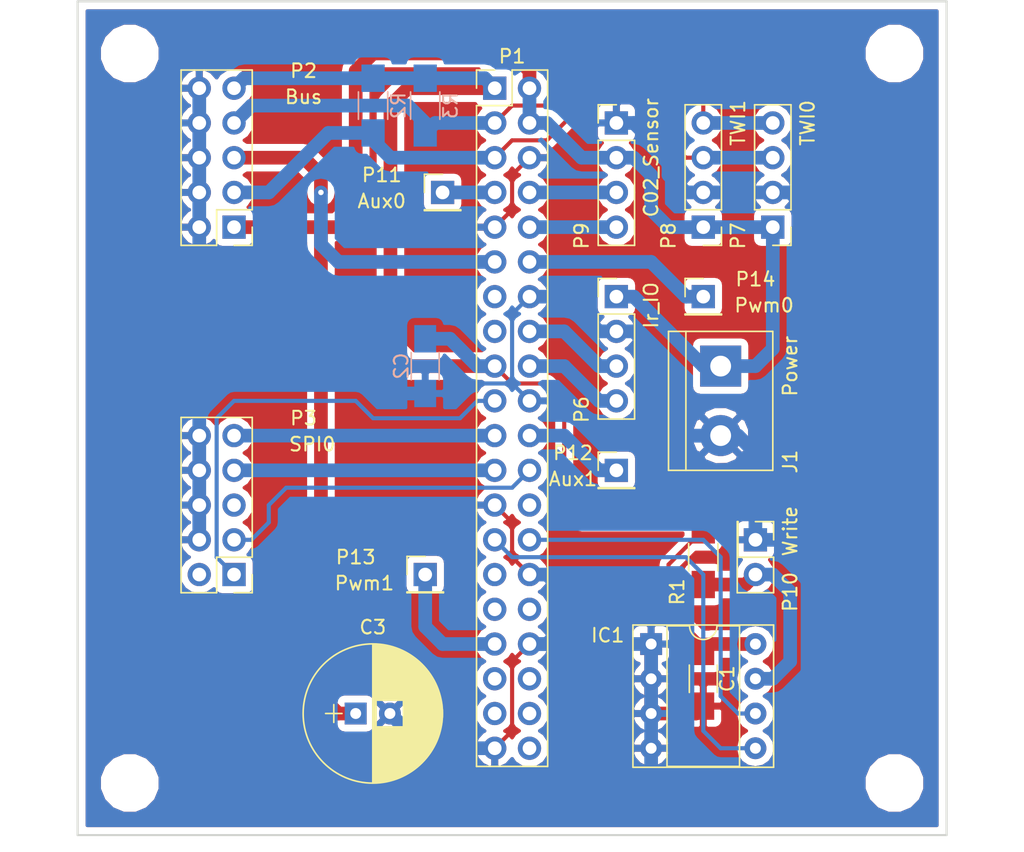
<source format=kicad_pcb>
(kicad_pcb (version 4) (host pcbnew 4.0.5)

  (general
    (links 70)
    (no_connects 0)
    (area 101.524999 53.264999 165.175001 114.375001)
    (thickness 1.6)
    (drawings 8)
    (tracks 213)
    (zones 0)
    (modules 24)
    (nets 22)
  )

  (page A4)
  (layers
    (0 F.Cu signal)
    (31 B.Cu signal)
    (32 B.Adhes user)
    (33 F.Adhes user)
    (34 B.Paste user)
    (35 F.Paste user)
    (36 B.SilkS user)
    (37 F.SilkS user)
    (38 B.Mask user)
    (39 F.Mask user)
    (40 Dwgs.User user)
    (41 Cmts.User user)
    (42 Eco1.User user)
    (43 Eco2.User user)
    (44 Edge.Cuts user)
    (45 Margin user)
    (46 B.CrtYd user)
    (47 F.CrtYd user)
    (48 B.Fab user)
    (49 F.Fab user)
  )

  (setup
    (last_trace_width 1)
    (user_trace_width 0.3)
    (user_trace_width 0.5)
    (user_trace_width 0.8)
    (user_trace_width 1)
    (trace_clearance 0.2)
    (zone_clearance 0.508)
    (zone_45_only no)
    (trace_min 0.2)
    (segment_width 0.2)
    (edge_width 0.15)
    (via_size 0.6)
    (via_drill 0.4)
    (via_min_size 0.4)
    (via_min_drill 0.3)
    (uvia_size 0.3)
    (uvia_drill 0.1)
    (uvias_allowed no)
    (uvia_min_size 0.2)
    (uvia_min_drill 0.1)
    (pcb_text_width 0.3)
    (pcb_text_size 1.5 1.5)
    (mod_edge_width 0.15)
    (mod_text_size 1 1)
    (mod_text_width 0.15)
    (pad_size 1.524 1.524)
    (pad_drill 0.762)
    (pad_to_mask_clearance 0.2)
    (aux_axis_origin 0 0)
    (visible_elements FFFFFF7F)
    (pcbplotparams
      (layerselection 0x00030_80000001)
      (usegerberextensions false)
      (excludeedgelayer true)
      (linewidth 0.100000)
      (plotframeref false)
      (viasonmask false)
      (mode 1)
      (useauxorigin false)
      (hpglpennumber 1)
      (hpglpenspeed 20)
      (hpglpendiameter 15)
      (hpglpenoverlay 2)
      (psnegative false)
      (psa4output false)
      (plotreference true)
      (plotvalue true)
      (plotinvisibletext false)
      (padsonsilk false)
      (subtractmaskfromsilk false)
      (outputformat 1)
      (mirror false)
      (drillshape 1)
      (scaleselection 1)
      (outputdirectory ""))
  )

  (net 0 "")
  (net 1 GND)
  (net 2 /ID_SD)
  (net 3 /ID_SC)
  (net 4 "Net-(IC1-Pad7)")
  (net 5 +3V3)
  (net 6 +5V)
  (net 7 /SDA)
  (net 8 /SCL)
  (net 9 "Net-(P1-Pad7)")
  (net 10 /TxD)
  (net 11 /RxD)
  (net 12 /1W)
  (net 13 /PWM0)
  (net 14 /Ir_RX)
  (net 15 /Ir_TX)
  (net 16 /MOSI)
  (net 17 /MISO)
  (net 18 "Net-(P1-Pad22)")
  (net 19 /SCK)
  (net 20 /SS0)
  (net 21 /PWM1)

  (net_class Default "Это класс цепей по умолчанию."
    (clearance 0.2)
    (trace_width 0.25)
    (via_dia 0.6)
    (via_drill 0.4)
    (uvia_dia 0.3)
    (uvia_drill 0.1)
    (add_net +3V3)
    (add_net +5V)
    (add_net /1W)
    (add_net /ID_SC)
    (add_net /ID_SD)
    (add_net /Ir_RX)
    (add_net /Ir_TX)
    (add_net /MISO)
    (add_net /MOSI)
    (add_net /PWM0)
    (add_net /PWM1)
    (add_net /RxD)
    (add_net /SCK)
    (add_net /SCL)
    (add_net /SDA)
    (add_net /SS0)
    (add_net /TxD)
    (add_net GND)
    (add_net "Net-(IC1-Pad7)")
    (add_net "Net-(P1-Pad22)")
    (add_net "Net-(P1-Pad7)")
  )

  (module Pin_Headers:Pin_Header_Straight_2x20_Pitch2.54mm (layer F.Cu) (tedit 59650533) (tstamp 5AC2C00D)
    (at 132.08 59.69)
    (descr "Through hole straight pin header, 2x20, 2.54mm pitch, double rows")
    (tags "Through hole pin header THT 2x20 2.54mm double row")
    (path /5AC2B222)
    (fp_text reference P1 (at 1.27 -2.33) (layer F.SilkS)
      (effects (font (size 1 1) (thickness 0.15)))
    )
    (fp_text value CONN_02X20 (at 1.27 50.59) (layer F.Fab)
      (effects (font (size 1 1) (thickness 0.15)))
    )
    (fp_line (start 0 -1.27) (end 3.81 -1.27) (layer F.Fab) (width 0.1))
    (fp_line (start 3.81 -1.27) (end 3.81 49.53) (layer F.Fab) (width 0.1))
    (fp_line (start 3.81 49.53) (end -1.27 49.53) (layer F.Fab) (width 0.1))
    (fp_line (start -1.27 49.53) (end -1.27 0) (layer F.Fab) (width 0.1))
    (fp_line (start -1.27 0) (end 0 -1.27) (layer F.Fab) (width 0.1))
    (fp_line (start -1.33 49.59) (end 3.87 49.59) (layer F.SilkS) (width 0.12))
    (fp_line (start -1.33 1.27) (end -1.33 49.59) (layer F.SilkS) (width 0.12))
    (fp_line (start 3.87 -1.33) (end 3.87 49.59) (layer F.SilkS) (width 0.12))
    (fp_line (start -1.33 1.27) (end 1.27 1.27) (layer F.SilkS) (width 0.12))
    (fp_line (start 1.27 1.27) (end 1.27 -1.33) (layer F.SilkS) (width 0.12))
    (fp_line (start 1.27 -1.33) (end 3.87 -1.33) (layer F.SilkS) (width 0.12))
    (fp_line (start -1.33 0) (end -1.33 -1.33) (layer F.SilkS) (width 0.12))
    (fp_line (start -1.33 -1.33) (end 0 -1.33) (layer F.SilkS) (width 0.12))
    (fp_line (start -1.8 -1.8) (end -1.8 50.05) (layer F.CrtYd) (width 0.05))
    (fp_line (start -1.8 50.05) (end 4.35 50.05) (layer F.CrtYd) (width 0.05))
    (fp_line (start 4.35 50.05) (end 4.35 -1.8) (layer F.CrtYd) (width 0.05))
    (fp_line (start 4.35 -1.8) (end -1.8 -1.8) (layer F.CrtYd) (width 0.05))
    (fp_text user %R (at 1.27 24.13 90) (layer F.Fab)
      (effects (font (size 1 1) (thickness 0.15)))
    )
    (pad 1 thru_hole rect (at 0 0) (size 1.7 1.7) (drill 1) (layers *.Cu *.Mask)
      (net 5 +3V3))
    (pad 2 thru_hole oval (at 2.54 0) (size 1.7 1.7) (drill 1) (layers *.Cu *.Mask)
      (net 6 +5V))
    (pad 3 thru_hole oval (at 0 2.54) (size 1.7 1.7) (drill 1) (layers *.Cu *.Mask)
      (net 7 /SDA))
    (pad 4 thru_hole oval (at 2.54 2.54) (size 1.7 1.7) (drill 1) (layers *.Cu *.Mask)
      (net 6 +5V))
    (pad 5 thru_hole oval (at 0 5.08) (size 1.7 1.7) (drill 1) (layers *.Cu *.Mask)
      (net 8 /SCL))
    (pad 6 thru_hole oval (at 2.54 5.08) (size 1.7 1.7) (drill 1) (layers *.Cu *.Mask)
      (net 1 GND))
    (pad 7 thru_hole oval (at 0 7.62) (size 1.7 1.7) (drill 1) (layers *.Cu *.Mask)
      (net 9 "Net-(P1-Pad7)"))
    (pad 8 thru_hole oval (at 2.54 7.62) (size 1.7 1.7) (drill 1) (layers *.Cu *.Mask)
      (net 10 /TxD))
    (pad 9 thru_hole oval (at 0 10.16) (size 1.7 1.7) (drill 1) (layers *.Cu *.Mask)
      (net 1 GND))
    (pad 10 thru_hole oval (at 2.54 10.16) (size 1.7 1.7) (drill 1) (layers *.Cu *.Mask)
      (net 11 /RxD))
    (pad 11 thru_hole oval (at 0 12.7) (size 1.7 1.7) (drill 1) (layers *.Cu *.Mask)
      (net 12 /1W))
    (pad 12 thru_hole oval (at 2.54 12.7) (size 1.7 1.7) (drill 1) (layers *.Cu *.Mask)
      (net 13 /PWM0))
    (pad 13 thru_hole oval (at 0 15.24) (size 1.7 1.7) (drill 1) (layers *.Cu *.Mask))
    (pad 14 thru_hole oval (at 2.54 15.24) (size 1.7 1.7) (drill 1) (layers *.Cu *.Mask)
      (net 1 GND))
    (pad 15 thru_hole oval (at 0 17.78) (size 1.7 1.7) (drill 1) (layers *.Cu *.Mask))
    (pad 16 thru_hole oval (at 2.54 17.78) (size 1.7 1.7) (drill 1) (layers *.Cu *.Mask)
      (net 14 /Ir_RX))
    (pad 17 thru_hole oval (at 0 20.32) (size 1.7 1.7) (drill 1) (layers *.Cu *.Mask)
      (net 5 +3V3))
    (pad 18 thru_hole oval (at 2.54 20.32) (size 1.7 1.7) (drill 1) (layers *.Cu *.Mask)
      (net 15 /Ir_TX))
    (pad 19 thru_hole oval (at 0 22.86) (size 1.7 1.7) (drill 1) (layers *.Cu *.Mask)
      (net 16 /MOSI))
    (pad 20 thru_hole oval (at 2.54 22.86) (size 1.7 1.7) (drill 1) (layers *.Cu *.Mask)
      (net 1 GND))
    (pad 21 thru_hole oval (at 0 25.4) (size 1.7 1.7) (drill 1) (layers *.Cu *.Mask)
      (net 17 /MISO))
    (pad 22 thru_hole oval (at 2.54 25.4) (size 1.7 1.7) (drill 1) (layers *.Cu *.Mask)
      (net 18 "Net-(P1-Pad22)"))
    (pad 23 thru_hole oval (at 0 27.94) (size 1.7 1.7) (drill 1) (layers *.Cu *.Mask)
      (net 19 /SCK))
    (pad 24 thru_hole oval (at 2.54 27.94) (size 1.7 1.7) (drill 1) (layers *.Cu *.Mask)
      (net 20 /SS0))
    (pad 25 thru_hole oval (at 0 30.48) (size 1.7 1.7) (drill 1) (layers *.Cu *.Mask)
      (net 1 GND))
    (pad 26 thru_hole oval (at 2.54 30.48) (size 1.7 1.7) (drill 1) (layers *.Cu *.Mask))
    (pad 27 thru_hole oval (at 0 33.02) (size 1.7 1.7) (drill 1) (layers *.Cu *.Mask)
      (net 2 /ID_SD))
    (pad 28 thru_hole oval (at 2.54 33.02) (size 1.7 1.7) (drill 1) (layers *.Cu *.Mask)
      (net 3 /ID_SC))
    (pad 29 thru_hole oval (at 0 35.56) (size 1.7 1.7) (drill 1) (layers *.Cu *.Mask))
    (pad 30 thru_hole oval (at 2.54 35.56) (size 1.7 1.7) (drill 1) (layers *.Cu *.Mask)
      (net 1 GND))
    (pad 31 thru_hole oval (at 0 38.1) (size 1.7 1.7) (drill 1) (layers *.Cu *.Mask))
    (pad 32 thru_hole oval (at 2.54 38.1) (size 1.7 1.7) (drill 1) (layers *.Cu *.Mask))
    (pad 33 thru_hole oval (at 0 40.64) (size 1.7 1.7) (drill 1) (layers *.Cu *.Mask)
      (net 21 /PWM1))
    (pad 34 thru_hole oval (at 2.54 40.64) (size 1.7 1.7) (drill 1) (layers *.Cu *.Mask)
      (net 1 GND))
    (pad 35 thru_hole oval (at 0 43.18) (size 1.7 1.7) (drill 1) (layers *.Cu *.Mask))
    (pad 36 thru_hole oval (at 2.54 43.18) (size 1.7 1.7) (drill 1) (layers *.Cu *.Mask))
    (pad 37 thru_hole oval (at 0 45.72) (size 1.7 1.7) (drill 1) (layers *.Cu *.Mask))
    (pad 38 thru_hole oval (at 2.54 45.72) (size 1.7 1.7) (drill 1) (layers *.Cu *.Mask))
    (pad 39 thru_hole oval (at 0 48.26) (size 1.7 1.7) (drill 1) (layers *.Cu *.Mask)
      (net 1 GND))
    (pad 40 thru_hole oval (at 2.54 48.26) (size 1.7 1.7) (drill 1) (layers *.Cu *.Mask))
    (model ${KISYS3DMOD}/Pin_Headers.3dshapes/Pin_Header_Straight_2x20_Pitch2.54mm.wrl
      (at (xyz 0 0 0))
      (scale (xyz 1 1 1))
      (rotate (xyz 0 0 0))
    )
  )

  (module Pin_Headers:Pin_Header_Straight_1x01_Pitch2.54mm (layer F.Cu) (tedit 5AC3B2D8) (tstamp 5AC2C07A)
    (at 127 95.25)
    (descr "Through hole straight pin header, 1x01, 2.54mm pitch, single row")
    (tags "Through hole pin header THT 1x01 2.54mm single row")
    (path /5AC2D833)
    (fp_text reference P13 (at -5.08 -1.27) (layer F.SilkS)
      (effects (font (size 1 1) (thickness 0.15)))
    )
    (fp_text value Pwm1 (at -4.445 0.635) (layer F.SilkS)
      (effects (font (size 1 1) (thickness 0.15)))
    )
    (fp_line (start -0.635 -1.27) (end 1.27 -1.27) (layer F.Fab) (width 0.1))
    (fp_line (start 1.27 -1.27) (end 1.27 1.27) (layer F.Fab) (width 0.1))
    (fp_line (start 1.27 1.27) (end -1.27 1.27) (layer F.Fab) (width 0.1))
    (fp_line (start -1.27 1.27) (end -1.27 -0.635) (layer F.Fab) (width 0.1))
    (fp_line (start -1.27 -0.635) (end -0.635 -1.27) (layer F.Fab) (width 0.1))
    (fp_line (start -1.33 1.33) (end 1.33 1.33) (layer F.SilkS) (width 0.12))
    (fp_line (start -1.33 1.27) (end -1.33 1.33) (layer F.SilkS) (width 0.12))
    (fp_line (start 1.33 1.27) (end 1.33 1.33) (layer F.SilkS) (width 0.12))
    (fp_line (start -1.33 1.27) (end 1.33 1.27) (layer F.SilkS) (width 0.12))
    (fp_line (start -1.33 0) (end -1.33 -1.33) (layer F.SilkS) (width 0.12))
    (fp_line (start -1.33 -1.33) (end 0 -1.33) (layer F.SilkS) (width 0.12))
    (fp_line (start -1.8 -1.8) (end -1.8 1.8) (layer F.CrtYd) (width 0.05))
    (fp_line (start -1.8 1.8) (end 1.8 1.8) (layer F.CrtYd) (width 0.05))
    (fp_line (start 1.8 1.8) (end 1.8 -1.8) (layer F.CrtYd) (width 0.05))
    (fp_line (start 1.8 -1.8) (end -1.8 -1.8) (layer F.CrtYd) (width 0.05))
    (fp_text user %R (at -5.08 -1.27 180) (layer F.Fab)
      (effects (font (size 1 1) (thickness 0.15)))
    )
    (pad 1 thru_hole rect (at 0 0) (size 1.7 1.7) (drill 1) (layers *.Cu *.Mask)
      (net 21 /PWM1))
    (model ${KISYS3DMOD}/Pin_Headers.3dshapes/Pin_Header_Straight_1x01_Pitch2.54mm.wrl
      (at (xyz 0 0 0))
      (scale (xyz 1 1 1))
      (rotate (xyz 0 0 0))
    )
  )

  (module Housings_DIP:DIP-8_W7.62mm_Socket (layer F.Cu) (tedit 5AC3B38F) (tstamp 5AC2BFE1)
    (at 143.51 100.33)
    (descr "8-lead though-hole mounted DIP package, row spacing 7.62 mm (300 mils), Socket")
    (tags "THT DIP DIL PDIP 2.54mm 7.62mm 300mil Socket")
    (path /5AC2C9F2)
    (fp_text reference IC1 (at -3.175 -0.635) (layer F.SilkS)
      (effects (font (size 1 1) (thickness 0.15)))
    )
    (fp_text value AT24CS32-SSHM (at 3.81 9.95) (layer F.Fab)
      (effects (font (size 1 1) (thickness 0.15)))
    )
    (fp_arc (start 3.81 -1.33) (end 2.81 -1.33) (angle -180) (layer F.SilkS) (width 0.12))
    (fp_line (start 1.635 -1.27) (end 6.985 -1.27) (layer F.Fab) (width 0.1))
    (fp_line (start 6.985 -1.27) (end 6.985 8.89) (layer F.Fab) (width 0.1))
    (fp_line (start 6.985 8.89) (end 0.635 8.89) (layer F.Fab) (width 0.1))
    (fp_line (start 0.635 8.89) (end 0.635 -0.27) (layer F.Fab) (width 0.1))
    (fp_line (start 0.635 -0.27) (end 1.635 -1.27) (layer F.Fab) (width 0.1))
    (fp_line (start -1.27 -1.33) (end -1.27 8.95) (layer F.Fab) (width 0.1))
    (fp_line (start -1.27 8.95) (end 8.89 8.95) (layer F.Fab) (width 0.1))
    (fp_line (start 8.89 8.95) (end 8.89 -1.33) (layer F.Fab) (width 0.1))
    (fp_line (start 8.89 -1.33) (end -1.27 -1.33) (layer F.Fab) (width 0.1))
    (fp_line (start 2.81 -1.33) (end 1.16 -1.33) (layer F.SilkS) (width 0.12))
    (fp_line (start 1.16 -1.33) (end 1.16 8.95) (layer F.SilkS) (width 0.12))
    (fp_line (start 1.16 8.95) (end 6.46 8.95) (layer F.SilkS) (width 0.12))
    (fp_line (start 6.46 8.95) (end 6.46 -1.33) (layer F.SilkS) (width 0.12))
    (fp_line (start 6.46 -1.33) (end 4.81 -1.33) (layer F.SilkS) (width 0.12))
    (fp_line (start -1.33 -1.39) (end -1.33 9.01) (layer F.SilkS) (width 0.12))
    (fp_line (start -1.33 9.01) (end 8.95 9.01) (layer F.SilkS) (width 0.12))
    (fp_line (start 8.95 9.01) (end 8.95 -1.39) (layer F.SilkS) (width 0.12))
    (fp_line (start 8.95 -1.39) (end -1.33 -1.39) (layer F.SilkS) (width 0.12))
    (fp_line (start -1.55 -1.6) (end -1.55 9.2) (layer F.CrtYd) (width 0.05))
    (fp_line (start -1.55 9.2) (end 9.15 9.2) (layer F.CrtYd) (width 0.05))
    (fp_line (start 9.15 9.2) (end 9.15 -1.6) (layer F.CrtYd) (width 0.05))
    (fp_line (start 9.15 -1.6) (end -1.55 -1.6) (layer F.CrtYd) (width 0.05))
    (fp_text user %R (at 3.81 3.81) (layer F.Fab)
      (effects (font (size 1 1) (thickness 0.15)))
    )
    (pad 1 thru_hole rect (at 0 0) (size 1.6 1.6) (drill 0.8) (layers *.Cu *.Mask)
      (net 1 GND))
    (pad 5 thru_hole oval (at 7.62 7.62) (size 1.6 1.6) (drill 0.8) (layers *.Cu *.Mask)
      (net 2 /ID_SD))
    (pad 2 thru_hole oval (at 0 2.54) (size 1.6 1.6) (drill 0.8) (layers *.Cu *.Mask)
      (net 1 GND))
    (pad 6 thru_hole oval (at 7.62 5.08) (size 1.6 1.6) (drill 0.8) (layers *.Cu *.Mask)
      (net 3 /ID_SC))
    (pad 3 thru_hole oval (at 0 5.08) (size 1.6 1.6) (drill 0.8) (layers *.Cu *.Mask)
      (net 1 GND))
    (pad 7 thru_hole oval (at 7.62 2.54) (size 1.6 1.6) (drill 0.8) (layers *.Cu *.Mask)
      (net 4 "Net-(IC1-Pad7)"))
    (pad 4 thru_hole oval (at 0 7.62) (size 1.6 1.6) (drill 0.8) (layers *.Cu *.Mask)
      (net 1 GND))
    (pad 8 thru_hole oval (at 7.62 0) (size 1.6 1.6) (drill 0.8) (layers *.Cu *.Mask)
      (net 5 +3V3))
    (model ${KISYS3DMOD}/Housings_DIP.3dshapes/DIP-8_W7.62mm_Socket.wrl
      (at (xyz 0 0 0))
      (scale (xyz 1 1 1))
      (rotate (xyz 0 0 0))
    )
  )

  (module Pin_Headers:Pin_Header_Straight_1x04_Pitch2.54mm (layer F.Cu) (tedit 5AC3B47C) (tstamp 5AC2C04D)
    (at 140.97 74.93)
    (descr "Through hole straight pin header, 1x04, 2.54mm pitch, single row")
    (tags "Through hole pin header THT 1x04 2.54mm single row")
    (path /5AC2C1EF)
    (fp_text reference P6 (at -2.54 8.255 270) (layer F.SilkS)
      (effects (font (size 1 1) (thickness 0.15)))
    )
    (fp_text value Ir_IO (at 2.54 0.635 90) (layer F.SilkS)
      (effects (font (size 1 1) (thickness 0.15)))
    )
    (fp_line (start -0.635 -1.27) (end 1.27 -1.27) (layer F.Fab) (width 0.1))
    (fp_line (start 1.27 -1.27) (end 1.27 8.89) (layer F.Fab) (width 0.1))
    (fp_line (start 1.27 8.89) (end -1.27 8.89) (layer F.Fab) (width 0.1))
    (fp_line (start -1.27 8.89) (end -1.27 -0.635) (layer F.Fab) (width 0.1))
    (fp_line (start -1.27 -0.635) (end -0.635 -1.27) (layer F.Fab) (width 0.1))
    (fp_line (start -1.33 8.95) (end 1.33 8.95) (layer F.SilkS) (width 0.12))
    (fp_line (start -1.33 1.27) (end -1.33 8.95) (layer F.SilkS) (width 0.12))
    (fp_line (start 1.33 1.27) (end 1.33 8.95) (layer F.SilkS) (width 0.12))
    (fp_line (start -1.33 1.27) (end 1.33 1.27) (layer F.SilkS) (width 0.12))
    (fp_line (start -1.33 0) (end -1.33 -1.33) (layer F.SilkS) (width 0.12))
    (fp_line (start -1.33 -1.33) (end 0 -1.33) (layer F.SilkS) (width 0.12))
    (fp_line (start -1.8 -1.8) (end -1.8 9.4) (layer F.CrtYd) (width 0.05))
    (fp_line (start -1.8 9.4) (end 1.8 9.4) (layer F.CrtYd) (width 0.05))
    (fp_line (start 1.8 9.4) (end 1.8 -1.8) (layer F.CrtYd) (width 0.05))
    (fp_line (start 1.8 -1.8) (end -1.8 -1.8) (layer F.CrtYd) (width 0.05))
    (fp_text user %R (at -2.54 8.255 90) (layer F.Fab)
      (effects (font (size 1 1) (thickness 0.15)))
    )
    (pad 1 thru_hole rect (at 0 0) (size 1.7 1.7) (drill 1) (layers *.Cu *.Mask)
      (net 6 +5V))
    (pad 2 thru_hole oval (at 0 2.54) (size 1.7 1.7) (drill 1) (layers *.Cu *.Mask)
      (net 1 GND))
    (pad 3 thru_hole oval (at 0 5.08) (size 1.7 1.7) (drill 1) (layers *.Cu *.Mask)
      (net 14 /Ir_RX))
    (pad 4 thru_hole oval (at 0 7.62) (size 1.7 1.7) (drill 1) (layers *.Cu *.Mask)
      (net 15 /Ir_TX))
    (model ${KISYS3DMOD}/Pin_Headers.3dshapes/Pin_Header_Straight_1x04_Pitch2.54mm.wrl
      (at (xyz 0 0 0))
      (scale (xyz 1 1 1))
      (rotate (xyz 0 0 0))
    )
  )

  (module Pin_Headers:Pin_Header_Straight_1x04_Pitch2.54mm (layer F.Cu) (tedit 5AC3B4AD) (tstamp 5AC2C055)
    (at 152.4 69.85 180)
    (descr "Through hole straight pin header, 1x04, 2.54mm pitch, single row")
    (tags "Through hole pin header THT 1x04 2.54mm single row")
    (path /5AC2B3CD)
    (fp_text reference P7 (at 2.54 -0.635 450) (layer F.SilkS)
      (effects (font (size 1 1) (thickness 0.15)))
    )
    (fp_text value TWI0 (at -2.54 7.62 270) (layer F.SilkS)
      (effects (font (size 1 1) (thickness 0.15)))
    )
    (fp_line (start -0.635 -1.27) (end 1.27 -1.27) (layer F.Fab) (width 0.1))
    (fp_line (start 1.27 -1.27) (end 1.27 8.89) (layer F.Fab) (width 0.1))
    (fp_line (start 1.27 8.89) (end -1.27 8.89) (layer F.Fab) (width 0.1))
    (fp_line (start -1.27 8.89) (end -1.27 -0.635) (layer F.Fab) (width 0.1))
    (fp_line (start -1.27 -0.635) (end -0.635 -1.27) (layer F.Fab) (width 0.1))
    (fp_line (start -1.33 8.95) (end 1.33 8.95) (layer F.SilkS) (width 0.12))
    (fp_line (start -1.33 1.27) (end -1.33 8.95) (layer F.SilkS) (width 0.12))
    (fp_line (start 1.33 1.27) (end 1.33 8.95) (layer F.SilkS) (width 0.12))
    (fp_line (start -1.33 1.27) (end 1.33 1.27) (layer F.SilkS) (width 0.12))
    (fp_line (start -1.33 0) (end -1.33 -1.33) (layer F.SilkS) (width 0.12))
    (fp_line (start -1.33 -1.33) (end 0 -1.33) (layer F.SilkS) (width 0.12))
    (fp_line (start -1.8 -1.8) (end -1.8 9.4) (layer F.CrtYd) (width 0.05))
    (fp_line (start -1.8 9.4) (end 1.8 9.4) (layer F.CrtYd) (width 0.05))
    (fp_line (start 1.8 9.4) (end 1.8 -1.8) (layer F.CrtYd) (width 0.05))
    (fp_line (start 1.8 -1.8) (end -1.8 -1.8) (layer F.CrtYd) (width 0.05))
    (fp_text user %R (at 2.54 -0.635 270) (layer F.Fab)
      (effects (font (size 1 1) (thickness 0.15)))
    )
    (pad 1 thru_hole rect (at 0 0 180) (size 1.7 1.7) (drill 1) (layers *.Cu *.Mask)
      (net 6 +5V))
    (pad 2 thru_hole oval (at 0 2.54 180) (size 1.7 1.7) (drill 1) (layers *.Cu *.Mask)
      (net 1 GND))
    (pad 3 thru_hole oval (at 0 5.08 180) (size 1.7 1.7) (drill 1) (layers *.Cu *.Mask)
      (net 8 /SCL))
    (pad 4 thru_hole oval (at 0 7.62 180) (size 1.7 1.7) (drill 1) (layers *.Cu *.Mask)
      (net 7 /SDA))
    (model ${KISYS3DMOD}/Pin_Headers.3dshapes/Pin_Header_Straight_1x04_Pitch2.54mm.wrl
      (at (xyz 0 0 0))
      (scale (xyz 1 1 1))
      (rotate (xyz 0 0 0))
    )
  )

  (module Pin_Headers:Pin_Header_Straight_1x04_Pitch2.54mm (layer F.Cu) (tedit 5AC3B4A4) (tstamp 5AC2C05D)
    (at 147.32 69.85 180)
    (descr "Through hole straight pin header, 1x04, 2.54mm pitch, single row")
    (tags "Through hole pin header THT 1x04 2.54mm single row")
    (path /5AC2B3F3)
    (fp_text reference P8 (at 2.54 -0.635 270) (layer F.SilkS)
      (effects (font (size 1 1) (thickness 0.15)))
    )
    (fp_text value TWI1 (at -2.54 7.62 270) (layer F.SilkS)
      (effects (font (size 1 1) (thickness 0.15)))
    )
    (fp_line (start -0.635 -1.27) (end 1.27 -1.27) (layer F.Fab) (width 0.1))
    (fp_line (start 1.27 -1.27) (end 1.27 8.89) (layer F.Fab) (width 0.1))
    (fp_line (start 1.27 8.89) (end -1.27 8.89) (layer F.Fab) (width 0.1))
    (fp_line (start -1.27 8.89) (end -1.27 -0.635) (layer F.Fab) (width 0.1))
    (fp_line (start -1.27 -0.635) (end -0.635 -1.27) (layer F.Fab) (width 0.1))
    (fp_line (start -1.33 8.95) (end 1.33 8.95) (layer F.SilkS) (width 0.12))
    (fp_line (start -1.33 1.27) (end -1.33 8.95) (layer F.SilkS) (width 0.12))
    (fp_line (start 1.33 1.27) (end 1.33 8.95) (layer F.SilkS) (width 0.12))
    (fp_line (start -1.33 1.27) (end 1.33 1.27) (layer F.SilkS) (width 0.12))
    (fp_line (start -1.33 0) (end -1.33 -1.33) (layer F.SilkS) (width 0.12))
    (fp_line (start -1.33 -1.33) (end 0 -1.33) (layer F.SilkS) (width 0.12))
    (fp_line (start -1.8 -1.8) (end -1.8 9.4) (layer F.CrtYd) (width 0.05))
    (fp_line (start -1.8 9.4) (end 1.8 9.4) (layer F.CrtYd) (width 0.05))
    (fp_line (start 1.8 9.4) (end 1.8 -1.8) (layer F.CrtYd) (width 0.05))
    (fp_line (start 1.8 -1.8) (end -1.8 -1.8) (layer F.CrtYd) (width 0.05))
    (fp_text user %R (at 2.54 -0.635 270) (layer F.Fab)
      (effects (font (size 1 1) (thickness 0.15)))
    )
    (pad 1 thru_hole rect (at 0 0 180) (size 1.7 1.7) (drill 1) (layers *.Cu *.Mask)
      (net 6 +5V))
    (pad 2 thru_hole oval (at 0 2.54 180) (size 1.7 1.7) (drill 1) (layers *.Cu *.Mask)
      (net 1 GND))
    (pad 3 thru_hole oval (at 0 5.08 180) (size 1.7 1.7) (drill 1) (layers *.Cu *.Mask)
      (net 8 /SCL))
    (pad 4 thru_hole oval (at 0 7.62 180) (size 1.7 1.7) (drill 1) (layers *.Cu *.Mask)
      (net 7 /SDA))
    (model ${KISYS3DMOD}/Pin_Headers.3dshapes/Pin_Header_Straight_1x04_Pitch2.54mm.wrl
      (at (xyz 0 0 0))
      (scale (xyz 1 1 1))
      (rotate (xyz 0 0 0))
    )
  )

  (module Pin_Headers:Pin_Header_Straight_1x04_Pitch2.54mm (layer F.Cu) (tedit 5AC3B471) (tstamp 5AC2C065)
    (at 140.97 62.23)
    (descr "Through hole straight pin header, 1x04, 2.54mm pitch, single row")
    (tags "Through hole pin header THT 1x04 2.54mm single row")
    (path /5AC2B433)
    (fp_text reference P9 (at -2.54 8.255 90) (layer F.SilkS)
      (effects (font (size 1 1) (thickness 0.15)))
    )
    (fp_text value C02_Sensor (at 2.54 2.54 90) (layer F.SilkS)
      (effects (font (size 1 1) (thickness 0.15)))
    )
    (fp_line (start -0.635 -1.27) (end 1.27 -1.27) (layer F.Fab) (width 0.1))
    (fp_line (start 1.27 -1.27) (end 1.27 8.89) (layer F.Fab) (width 0.1))
    (fp_line (start 1.27 8.89) (end -1.27 8.89) (layer F.Fab) (width 0.1))
    (fp_line (start -1.27 8.89) (end -1.27 -0.635) (layer F.Fab) (width 0.1))
    (fp_line (start -1.27 -0.635) (end -0.635 -1.27) (layer F.Fab) (width 0.1))
    (fp_line (start -1.33 8.95) (end 1.33 8.95) (layer F.SilkS) (width 0.12))
    (fp_line (start -1.33 1.27) (end -1.33 8.95) (layer F.SilkS) (width 0.12))
    (fp_line (start 1.33 1.27) (end 1.33 8.95) (layer F.SilkS) (width 0.12))
    (fp_line (start -1.33 1.27) (end 1.33 1.27) (layer F.SilkS) (width 0.12))
    (fp_line (start -1.33 0) (end -1.33 -1.33) (layer F.SilkS) (width 0.12))
    (fp_line (start -1.33 -1.33) (end 0 -1.33) (layer F.SilkS) (width 0.12))
    (fp_line (start -1.8 -1.8) (end -1.8 9.4) (layer F.CrtYd) (width 0.05))
    (fp_line (start -1.8 9.4) (end 1.8 9.4) (layer F.CrtYd) (width 0.05))
    (fp_line (start 1.8 9.4) (end 1.8 -1.8) (layer F.CrtYd) (width 0.05))
    (fp_line (start 1.8 -1.8) (end -1.8 -1.8) (layer F.CrtYd) (width 0.05))
    (fp_text user %R (at -2.54 8.255 90) (layer F.Fab)
      (effects (font (size 1 1) (thickness 0.15)))
    )
    (pad 1 thru_hole rect (at 0 0) (size 1.7 1.7) (drill 1) (layers *.Cu *.Mask)
      (net 1 GND))
    (pad 2 thru_hole oval (at 0 2.54) (size 1.7 1.7) (drill 1) (layers *.Cu *.Mask)
      (net 6 +5V))
    (pad 3 thru_hole oval (at 0 5.08) (size 1.7 1.7) (drill 1) (layers *.Cu *.Mask)
      (net 10 /TxD))
    (pad 4 thru_hole oval (at 0 7.62) (size 1.7 1.7) (drill 1) (layers *.Cu *.Mask)
      (net 11 /RxD))
    (model ${KISYS3DMOD}/Pin_Headers.3dshapes/Pin_Header_Straight_1x04_Pitch2.54mm.wrl
      (at (xyz 0 0 0))
      (scale (xyz 1 1 1))
      (rotate (xyz 0 0 0))
    )
  )

  (module Pin_Headers:Pin_Header_Straight_2x01_Pitch2.54mm (layer F.Cu) (tedit 5AC3B3A7) (tstamp 5AC2C06B)
    (at 151.13 92.71 270)
    (descr "Through hole straight pin header, 2x01, 2.54mm pitch, double rows")
    (tags "Through hole pin header THT 2x01 2.54mm double row")
    (path /5AC2CF18)
    (fp_text reference P10 (at 3.81 -2.54 270) (layer F.SilkS)
      (effects (font (size 1 1) (thickness 0.15)))
    )
    (fp_text value Write (at -0.635 -2.54 270) (layer F.SilkS)
      (effects (font (size 1 1) (thickness 0.15)))
    )
    (fp_line (start 0 -1.27) (end 3.81 -1.27) (layer F.Fab) (width 0.1))
    (fp_line (start 3.81 -1.27) (end 3.81 1.27) (layer F.Fab) (width 0.1))
    (fp_line (start 3.81 1.27) (end -1.27 1.27) (layer F.Fab) (width 0.1))
    (fp_line (start -1.27 1.27) (end -1.27 0) (layer F.Fab) (width 0.1))
    (fp_line (start -1.27 0) (end 0 -1.27) (layer F.Fab) (width 0.1))
    (fp_line (start -1.33 1.33) (end 3.87 1.33) (layer F.SilkS) (width 0.12))
    (fp_line (start -1.33 1.27) (end -1.33 1.33) (layer F.SilkS) (width 0.12))
    (fp_line (start 3.87 -1.33) (end 3.87 1.33) (layer F.SilkS) (width 0.12))
    (fp_line (start -1.33 1.27) (end 1.27 1.27) (layer F.SilkS) (width 0.12))
    (fp_line (start 1.27 1.27) (end 1.27 -1.33) (layer F.SilkS) (width 0.12))
    (fp_line (start 1.27 -1.33) (end 3.87 -1.33) (layer F.SilkS) (width 0.12))
    (fp_line (start -1.33 0) (end -1.33 -1.33) (layer F.SilkS) (width 0.12))
    (fp_line (start -1.33 -1.33) (end 0 -1.33) (layer F.SilkS) (width 0.12))
    (fp_line (start -1.8 -1.8) (end -1.8 1.8) (layer F.CrtYd) (width 0.05))
    (fp_line (start -1.8 1.8) (end 4.35 1.8) (layer F.CrtYd) (width 0.05))
    (fp_line (start 4.35 1.8) (end 4.35 -1.8) (layer F.CrtYd) (width 0.05))
    (fp_line (start 4.35 -1.8) (end -1.8 -1.8) (layer F.CrtYd) (width 0.05))
    (fp_text user %R (at 3.81 -2.54 450) (layer F.Fab)
      (effects (font (size 1 1) (thickness 0.15)))
    )
    (pad 1 thru_hole rect (at 0 0 270) (size 1.7 1.7) (drill 1) (layers *.Cu *.Mask)
      (net 1 GND))
    (pad 2 thru_hole oval (at 2.54 0 270) (size 1.7 1.7) (drill 1) (layers *.Cu *.Mask)
      (net 4 "Net-(IC1-Pad7)"))
    (model ${KISYS3DMOD}/Pin_Headers.3dshapes/Pin_Header_Straight_2x01_Pitch2.54mm.wrl
      (at (xyz 0 0 0))
      (scale (xyz 1 1 1))
      (rotate (xyz 0 0 0))
    )
  )

  (module Pin_Headers:Pin_Header_Straight_1x01_Pitch2.54mm (layer F.Cu) (tedit 5AC3B3EC) (tstamp 5AC2C070)
    (at 128.27 67.31)
    (descr "Through hole straight pin header, 1x01, 2.54mm pitch, single row")
    (tags "Through hole pin header THT 1x01 2.54mm single row")
    (path /5AC2D3F2)
    (fp_text reference P11 (at -4.445 -1.27) (layer F.SilkS)
      (effects (font (size 1 1) (thickness 0.15)))
    )
    (fp_text value Aux0 (at -4.445 0.635) (layer F.SilkS)
      (effects (font (size 1 1) (thickness 0.15)))
    )
    (fp_line (start -0.635 -1.27) (end 1.27 -1.27) (layer F.Fab) (width 0.1))
    (fp_line (start 1.27 -1.27) (end 1.27 1.27) (layer F.Fab) (width 0.1))
    (fp_line (start 1.27 1.27) (end -1.27 1.27) (layer F.Fab) (width 0.1))
    (fp_line (start -1.27 1.27) (end -1.27 -0.635) (layer F.Fab) (width 0.1))
    (fp_line (start -1.27 -0.635) (end -0.635 -1.27) (layer F.Fab) (width 0.1))
    (fp_line (start -1.33 1.33) (end 1.33 1.33) (layer F.SilkS) (width 0.12))
    (fp_line (start -1.33 1.27) (end -1.33 1.33) (layer F.SilkS) (width 0.12))
    (fp_line (start 1.33 1.27) (end 1.33 1.33) (layer F.SilkS) (width 0.12))
    (fp_line (start -1.33 1.27) (end 1.33 1.27) (layer F.SilkS) (width 0.12))
    (fp_line (start -1.33 0) (end -1.33 -1.33) (layer F.SilkS) (width 0.12))
    (fp_line (start -1.33 -1.33) (end 0 -1.33) (layer F.SilkS) (width 0.12))
    (fp_line (start -1.8 -1.8) (end -1.8 1.8) (layer F.CrtYd) (width 0.05))
    (fp_line (start -1.8 1.8) (end 1.8 1.8) (layer F.CrtYd) (width 0.05))
    (fp_line (start 1.8 1.8) (end 1.8 -1.8) (layer F.CrtYd) (width 0.05))
    (fp_line (start 1.8 -1.8) (end -1.8 -1.8) (layer F.CrtYd) (width 0.05))
    (fp_text user %R (at -4.445 -1.27) (layer F.Fab)
      (effects (font (size 1 1) (thickness 0.15)))
    )
    (pad 1 thru_hole rect (at 0 0) (size 1.7 1.7) (drill 1) (layers *.Cu *.Mask)
      (net 9 "Net-(P1-Pad7)"))
    (model ${KISYS3DMOD}/Pin_Headers.3dshapes/Pin_Header_Straight_1x01_Pitch2.54mm.wrl
      (at (xyz 0 0 0))
      (scale (xyz 1 1 1))
      (rotate (xyz 0 0 0))
    )
  )

  (module Pin_Headers:Pin_Header_Straight_1x01_Pitch2.54mm (layer F.Cu) (tedit 5AC3B3CA) (tstamp 5AC2C075)
    (at 140.97 87.63)
    (descr "Through hole straight pin header, 1x01, 2.54mm pitch, single row")
    (tags "Through hole pin header THT 1x01 2.54mm single row")
    (path /5AC2D36E)
    (fp_text reference P12 (at -3.175 -1.27) (layer F.SilkS)
      (effects (font (size 1 1) (thickness 0.15)))
    )
    (fp_text value Aux1 (at -3.175 0.635) (layer F.SilkS)
      (effects (font (size 1 1) (thickness 0.15)))
    )
    (fp_line (start -0.635 -1.27) (end 1.27 -1.27) (layer F.Fab) (width 0.1))
    (fp_line (start 1.27 -1.27) (end 1.27 1.27) (layer F.Fab) (width 0.1))
    (fp_line (start 1.27 1.27) (end -1.27 1.27) (layer F.Fab) (width 0.1))
    (fp_line (start -1.27 1.27) (end -1.27 -0.635) (layer F.Fab) (width 0.1))
    (fp_line (start -1.27 -0.635) (end -0.635 -1.27) (layer F.Fab) (width 0.1))
    (fp_line (start -1.33 1.33) (end 1.33 1.33) (layer F.SilkS) (width 0.12))
    (fp_line (start -1.33 1.27) (end -1.33 1.33) (layer F.SilkS) (width 0.12))
    (fp_line (start 1.33 1.27) (end 1.33 1.33) (layer F.SilkS) (width 0.12))
    (fp_line (start -1.33 1.27) (end 1.33 1.27) (layer F.SilkS) (width 0.12))
    (fp_line (start -1.33 0) (end -1.33 -1.33) (layer F.SilkS) (width 0.12))
    (fp_line (start -1.33 -1.33) (end 0 -1.33) (layer F.SilkS) (width 0.12))
    (fp_line (start -1.8 -1.8) (end -1.8 1.8) (layer F.CrtYd) (width 0.05))
    (fp_line (start -1.8 1.8) (end 1.8 1.8) (layer F.CrtYd) (width 0.05))
    (fp_line (start 1.8 1.8) (end 1.8 -1.8) (layer F.CrtYd) (width 0.05))
    (fp_line (start 1.8 -1.8) (end -1.8 -1.8) (layer F.CrtYd) (width 0.05))
    (fp_text user %R (at -3.175 -1.27 180) (layer F.Fab)
      (effects (font (size 1 1) (thickness 0.15)))
    )
    (pad 1 thru_hole rect (at 0 0) (size 1.7 1.7) (drill 1) (layers *.Cu *.Mask)
      (net 18 "Net-(P1-Pad22)"))
    (model ${KISYS3DMOD}/Pin_Headers.3dshapes/Pin_Header_Straight_1x01_Pitch2.54mm.wrl
      (at (xyz 0 0 0))
      (scale (xyz 1 1 1))
      (rotate (xyz 0 0 0))
    )
  )

  (module Pin_Headers:Pin_Header_Straight_1x01_Pitch2.54mm (layer F.Cu) (tedit 5AC3B404) (tstamp 5AC2C07F)
    (at 147.32 74.93)
    (descr "Through hole straight pin header, 1x01, 2.54mm pitch, single row")
    (tags "Through hole pin header THT 1x01 2.54mm single row")
    (path /5AC2D76E)
    (fp_text reference P14 (at 3.81 -1.27) (layer F.SilkS)
      (effects (font (size 1 1) (thickness 0.15)))
    )
    (fp_text value Pwm0 (at 4.445 0.635) (layer F.SilkS)
      (effects (font (size 1 1) (thickness 0.15)))
    )
    (fp_line (start -0.635 -1.27) (end 1.27 -1.27) (layer F.Fab) (width 0.1))
    (fp_line (start 1.27 -1.27) (end 1.27 1.27) (layer F.Fab) (width 0.1))
    (fp_line (start 1.27 1.27) (end -1.27 1.27) (layer F.Fab) (width 0.1))
    (fp_line (start -1.27 1.27) (end -1.27 -0.635) (layer F.Fab) (width 0.1))
    (fp_line (start -1.27 -0.635) (end -0.635 -1.27) (layer F.Fab) (width 0.1))
    (fp_line (start -1.33 1.33) (end 1.33 1.33) (layer F.SilkS) (width 0.12))
    (fp_line (start -1.33 1.27) (end -1.33 1.33) (layer F.SilkS) (width 0.12))
    (fp_line (start 1.33 1.27) (end 1.33 1.33) (layer F.SilkS) (width 0.12))
    (fp_line (start -1.33 1.27) (end 1.33 1.27) (layer F.SilkS) (width 0.12))
    (fp_line (start -1.33 0) (end -1.33 -1.33) (layer F.SilkS) (width 0.12))
    (fp_line (start -1.33 -1.33) (end 0 -1.33) (layer F.SilkS) (width 0.12))
    (fp_line (start -1.8 -1.8) (end -1.8 1.8) (layer F.CrtYd) (width 0.05))
    (fp_line (start -1.8 1.8) (end 1.8 1.8) (layer F.CrtYd) (width 0.05))
    (fp_line (start 1.8 1.8) (end 1.8 -1.8) (layer F.CrtYd) (width 0.05))
    (fp_line (start 1.8 -1.8) (end -1.8 -1.8) (layer F.CrtYd) (width 0.05))
    (fp_text user %R (at 3.81 -1.27 180) (layer F.Fab)
      (effects (font (size 1 1) (thickness 0.15)))
    )
    (pad 1 thru_hole rect (at 0 0) (size 1.7 1.7) (drill 1) (layers *.Cu *.Mask)
      (net 13 /PWM0))
    (model ${KISYS3DMOD}/Pin_Headers.3dshapes/Pin_Header_Straight_1x01_Pitch2.54mm.wrl
      (at (xyz 0 0 0))
      (scale (xyz 1 1 1))
      (rotate (xyz 0 0 0))
    )
  )

  (module Resistors_SMD:R_1206_HandSoldering (layer F.Cu) (tedit 5AC3B382) (tstamp 5AC2C085)
    (at 147.32 93.98 270)
    (descr "Resistor SMD 1206, hand soldering")
    (tags "resistor 1206")
    (path /5AC2D02C)
    (attr smd)
    (fp_text reference R1 (at 2.54 1.905 270) (layer F.SilkS)
      (effects (font (size 1 1) (thickness 0.15)))
    )
    (fp_text value 10k (at 0 1.9 270) (layer F.Fab)
      (effects (font (size 1 1) (thickness 0.15)))
    )
    (fp_text user %R (at 0 0 270) (layer F.Fab)
      (effects (font (size 0.7 0.7) (thickness 0.105)))
    )
    (fp_line (start -1.6 0.8) (end -1.6 -0.8) (layer F.Fab) (width 0.1))
    (fp_line (start 1.6 0.8) (end -1.6 0.8) (layer F.Fab) (width 0.1))
    (fp_line (start 1.6 -0.8) (end 1.6 0.8) (layer F.Fab) (width 0.1))
    (fp_line (start -1.6 -0.8) (end 1.6 -0.8) (layer F.Fab) (width 0.1))
    (fp_line (start 1 1.07) (end -1 1.07) (layer F.SilkS) (width 0.12))
    (fp_line (start -1 -1.07) (end 1 -1.07) (layer F.SilkS) (width 0.12))
    (fp_line (start -3.25 -1.11) (end 3.25 -1.11) (layer F.CrtYd) (width 0.05))
    (fp_line (start -3.25 -1.11) (end -3.25 1.1) (layer F.CrtYd) (width 0.05))
    (fp_line (start 3.25 1.1) (end 3.25 -1.11) (layer F.CrtYd) (width 0.05))
    (fp_line (start 3.25 1.1) (end -3.25 1.1) (layer F.CrtYd) (width 0.05))
    (pad 1 smd rect (at -2 0 270) (size 2 1.7) (layers F.Cu F.Paste F.Mask)
      (net 5 +3V3))
    (pad 2 smd rect (at 2 0 270) (size 2 1.7) (layers F.Cu F.Paste F.Mask)
      (net 4 "Net-(IC1-Pad7)"))
    (model ${KISYS3DMOD}/Resistors_SMD.3dshapes/R_1206.wrl
      (at (xyz 0 0 0))
      (scale (xyz 1 1 1))
      (rotate (xyz 0 0 0))
    )
  )

  (module Capacitors_SMD:C_1206_HandSoldering (layer F.Cu) (tedit 58AA84D1) (tstamp 5AC2C39C)
    (at 147.32 102.87 270)
    (descr "Capacitor SMD 1206, hand soldering")
    (tags "capacitor 1206")
    (path /5AC2E25A)
    (attr smd)
    (fp_text reference C1 (at 0 -1.75 270) (layer F.SilkS)
      (effects (font (size 1 1) (thickness 0.15)))
    )
    (fp_text value 0,1 (at 0 2 270) (layer F.Fab)
      (effects (font (size 1 1) (thickness 0.15)))
    )
    (fp_text user %R (at 0 -1.75 270) (layer F.Fab)
      (effects (font (size 1 1) (thickness 0.15)))
    )
    (fp_line (start -1.6 0.8) (end -1.6 -0.8) (layer F.Fab) (width 0.1))
    (fp_line (start 1.6 0.8) (end -1.6 0.8) (layer F.Fab) (width 0.1))
    (fp_line (start 1.6 -0.8) (end 1.6 0.8) (layer F.Fab) (width 0.1))
    (fp_line (start -1.6 -0.8) (end 1.6 -0.8) (layer F.Fab) (width 0.1))
    (fp_line (start 1 -1.02) (end -1 -1.02) (layer F.SilkS) (width 0.12))
    (fp_line (start -1 1.02) (end 1 1.02) (layer F.SilkS) (width 0.12))
    (fp_line (start -3.25 -1.05) (end 3.25 -1.05) (layer F.CrtYd) (width 0.05))
    (fp_line (start -3.25 -1.05) (end -3.25 1.05) (layer F.CrtYd) (width 0.05))
    (fp_line (start 3.25 1.05) (end 3.25 -1.05) (layer F.CrtYd) (width 0.05))
    (fp_line (start 3.25 1.05) (end -3.25 1.05) (layer F.CrtYd) (width 0.05))
    (pad 1 smd rect (at -2 0 270) (size 2 1.6) (layers F.Cu F.Paste F.Mask)
      (net 5 +3V3))
    (pad 2 smd rect (at 2 0 270) (size 2 1.6) (layers F.Cu F.Paste F.Mask)
      (net 1 GND))
    (model Capacitors_SMD.3dshapes/C_1206.wrl
      (at (xyz 0 0 0))
      (scale (xyz 1 1 1))
      (rotate (xyz 0 0 0))
    )
  )

  (module Connectors_Terminal_Blocks:TerminalBlock_bornier-2_P5.08mm (layer F.Cu) (tedit 5AC3B36D) (tstamp 5AC2C3A2)
    (at 148.59 80.01 270)
    (descr "simple 2-pin terminal block, pitch 5.08mm, revamped version of bornier2")
    (tags "terminal block bornier2")
    (path /5AC2E4A0)
    (fp_text reference J1 (at 6.985 -5.08 270) (layer F.SilkS)
      (effects (font (size 1 1) (thickness 0.15)))
    )
    (fp_text value Power (at 0 -5.08 270) (layer F.SilkS)
      (effects (font (size 1 1) (thickness 0.15)))
    )
    (fp_text user %R (at 6.985 -5.08 270) (layer F.Fab)
      (effects (font (size 1 1) (thickness 0.15)))
    )
    (fp_line (start -2.41 2.55) (end 7.49 2.55) (layer F.Fab) (width 0.1))
    (fp_line (start -2.46 -3.75) (end -2.46 3.75) (layer F.Fab) (width 0.1))
    (fp_line (start -2.46 3.75) (end 7.54 3.75) (layer F.Fab) (width 0.1))
    (fp_line (start 7.54 3.75) (end 7.54 -3.75) (layer F.Fab) (width 0.1))
    (fp_line (start 7.54 -3.75) (end -2.46 -3.75) (layer F.Fab) (width 0.1))
    (fp_line (start 7.62 2.54) (end -2.54 2.54) (layer F.SilkS) (width 0.12))
    (fp_line (start 7.62 3.81) (end 7.62 -3.81) (layer F.SilkS) (width 0.12))
    (fp_line (start 7.62 -3.81) (end -2.54 -3.81) (layer F.SilkS) (width 0.12))
    (fp_line (start -2.54 -3.81) (end -2.54 3.81) (layer F.SilkS) (width 0.12))
    (fp_line (start -2.54 3.81) (end 7.62 3.81) (layer F.SilkS) (width 0.12))
    (fp_line (start -2.71 -4) (end 7.79 -4) (layer F.CrtYd) (width 0.05))
    (fp_line (start -2.71 -4) (end -2.71 4) (layer F.CrtYd) (width 0.05))
    (fp_line (start 7.79 4) (end 7.79 -4) (layer F.CrtYd) (width 0.05))
    (fp_line (start 7.79 4) (end -2.71 4) (layer F.CrtYd) (width 0.05))
    (pad 1 thru_hole rect (at 0 0 270) (size 3 3) (drill 1.52) (layers *.Cu *.Mask)
      (net 6 +5V))
    (pad 2 thru_hole circle (at 5.08 0 270) (size 3 3) (drill 1.52) (layers *.Cu *.Mask)
      (net 1 GND))
    (model ${KISYS3DMOD}/Terminal_Blocks.3dshapes/TerminalBlock_bornier-2_P5.08mm.wrl
      (at (xyz 0.1 0 0))
      (scale (xyz 1 1 1))
      (rotate (xyz 0 0 0))
    )
  )

  (module Capacitors_SMD:C_1206_HandSoldering (layer B.Cu) (tedit 58AA84D1) (tstamp 5AC3257F)
    (at 127 80.01 270)
    (descr "Capacitor SMD 1206, hand soldering")
    (tags "capacitor 1206")
    (path /5AC32B60)
    (attr smd)
    (fp_text reference C2 (at 0 1.75 270) (layer B.SilkS)
      (effects (font (size 1 1) (thickness 0.15)) (justify mirror))
    )
    (fp_text value 0,1 (at 0 -2 270) (layer B.Fab)
      (effects (font (size 1 1) (thickness 0.15)) (justify mirror))
    )
    (fp_text user %R (at 0 1.75 270) (layer B.Fab)
      (effects (font (size 1 1) (thickness 0.15)) (justify mirror))
    )
    (fp_line (start -1.6 -0.8) (end -1.6 0.8) (layer B.Fab) (width 0.1))
    (fp_line (start 1.6 -0.8) (end -1.6 -0.8) (layer B.Fab) (width 0.1))
    (fp_line (start 1.6 0.8) (end 1.6 -0.8) (layer B.Fab) (width 0.1))
    (fp_line (start -1.6 0.8) (end 1.6 0.8) (layer B.Fab) (width 0.1))
    (fp_line (start 1 1.02) (end -1 1.02) (layer B.SilkS) (width 0.12))
    (fp_line (start -1 -1.02) (end 1 -1.02) (layer B.SilkS) (width 0.12))
    (fp_line (start -3.25 1.05) (end 3.25 1.05) (layer B.CrtYd) (width 0.05))
    (fp_line (start -3.25 1.05) (end -3.25 -1.05) (layer B.CrtYd) (width 0.05))
    (fp_line (start 3.25 -1.05) (end 3.25 1.05) (layer B.CrtYd) (width 0.05))
    (fp_line (start 3.25 -1.05) (end -3.25 -1.05) (layer B.CrtYd) (width 0.05))
    (pad 1 smd rect (at -2 0 270) (size 2 1.6) (layers B.Cu B.Paste B.Mask)
      (net 5 +3V3))
    (pad 2 smd rect (at 2 0 270) (size 2 1.6) (layers B.Cu B.Paste B.Mask)
      (net 1 GND))
    (model Capacitors_SMD.3dshapes/C_1206.wrl
      (at (xyz 0 0 0))
      (scale (xyz 1 1 1))
      (rotate (xyz 0 0 0))
    )
  )

  (module Capacitors_THT:CP_Radial_D10.0mm_P2.50mm (layer F.Cu) (tedit 597BC7C2) (tstamp 5AC32585)
    (at 121.92 105.41)
    (descr "CP, Radial series, Radial, pin pitch=2.50mm, , diameter=10mm, Electrolytic Capacitor")
    (tags "CP Radial series Radial pin pitch 2.50mm  diameter 10mm Electrolytic Capacitor")
    (path /5AC330DC)
    (fp_text reference C3 (at 1.25 -6.31) (layer F.SilkS)
      (effects (font (size 1 1) (thickness 0.15)))
    )
    (fp_text value 100,0 (at 1.25 6.31) (layer F.Fab)
      (effects (font (size 1 1) (thickness 0.15)))
    )
    (fp_circle (center 1.25 0) (end 6.25 0) (layer F.Fab) (width 0.1))
    (fp_circle (center 1.25 0) (end 6.34 0) (layer F.SilkS) (width 0.12))
    (fp_line (start -2.2 0) (end -1 0) (layer F.Fab) (width 0.1))
    (fp_line (start -1.6 -0.65) (end -1.6 0.65) (layer F.Fab) (width 0.1))
    (fp_line (start 1.25 -5.05) (end 1.25 5.05) (layer F.SilkS) (width 0.12))
    (fp_line (start 1.29 -5.05) (end 1.29 5.05) (layer F.SilkS) (width 0.12))
    (fp_line (start 1.33 -5.05) (end 1.33 5.05) (layer F.SilkS) (width 0.12))
    (fp_line (start 1.37 -5.049) (end 1.37 5.049) (layer F.SilkS) (width 0.12))
    (fp_line (start 1.41 -5.048) (end 1.41 5.048) (layer F.SilkS) (width 0.12))
    (fp_line (start 1.45 -5.047) (end 1.45 5.047) (layer F.SilkS) (width 0.12))
    (fp_line (start 1.49 -5.045) (end 1.49 5.045) (layer F.SilkS) (width 0.12))
    (fp_line (start 1.53 -5.043) (end 1.53 -0.98) (layer F.SilkS) (width 0.12))
    (fp_line (start 1.53 0.98) (end 1.53 5.043) (layer F.SilkS) (width 0.12))
    (fp_line (start 1.57 -5.04) (end 1.57 -0.98) (layer F.SilkS) (width 0.12))
    (fp_line (start 1.57 0.98) (end 1.57 5.04) (layer F.SilkS) (width 0.12))
    (fp_line (start 1.61 -5.038) (end 1.61 -0.98) (layer F.SilkS) (width 0.12))
    (fp_line (start 1.61 0.98) (end 1.61 5.038) (layer F.SilkS) (width 0.12))
    (fp_line (start 1.65 -5.035) (end 1.65 -0.98) (layer F.SilkS) (width 0.12))
    (fp_line (start 1.65 0.98) (end 1.65 5.035) (layer F.SilkS) (width 0.12))
    (fp_line (start 1.69 -5.031) (end 1.69 -0.98) (layer F.SilkS) (width 0.12))
    (fp_line (start 1.69 0.98) (end 1.69 5.031) (layer F.SilkS) (width 0.12))
    (fp_line (start 1.73 -5.028) (end 1.73 -0.98) (layer F.SilkS) (width 0.12))
    (fp_line (start 1.73 0.98) (end 1.73 5.028) (layer F.SilkS) (width 0.12))
    (fp_line (start 1.77 -5.024) (end 1.77 -0.98) (layer F.SilkS) (width 0.12))
    (fp_line (start 1.77 0.98) (end 1.77 5.024) (layer F.SilkS) (width 0.12))
    (fp_line (start 1.81 -5.02) (end 1.81 -0.98) (layer F.SilkS) (width 0.12))
    (fp_line (start 1.81 0.98) (end 1.81 5.02) (layer F.SilkS) (width 0.12))
    (fp_line (start 1.85 -5.015) (end 1.85 -0.98) (layer F.SilkS) (width 0.12))
    (fp_line (start 1.85 0.98) (end 1.85 5.015) (layer F.SilkS) (width 0.12))
    (fp_line (start 1.89 -5.01) (end 1.89 -0.98) (layer F.SilkS) (width 0.12))
    (fp_line (start 1.89 0.98) (end 1.89 5.01) (layer F.SilkS) (width 0.12))
    (fp_line (start 1.93 -5.005) (end 1.93 -0.98) (layer F.SilkS) (width 0.12))
    (fp_line (start 1.93 0.98) (end 1.93 5.005) (layer F.SilkS) (width 0.12))
    (fp_line (start 1.971 -4.999) (end 1.971 -0.98) (layer F.SilkS) (width 0.12))
    (fp_line (start 1.971 0.98) (end 1.971 4.999) (layer F.SilkS) (width 0.12))
    (fp_line (start 2.011 -4.993) (end 2.011 -0.98) (layer F.SilkS) (width 0.12))
    (fp_line (start 2.011 0.98) (end 2.011 4.993) (layer F.SilkS) (width 0.12))
    (fp_line (start 2.051 -4.987) (end 2.051 -0.98) (layer F.SilkS) (width 0.12))
    (fp_line (start 2.051 0.98) (end 2.051 4.987) (layer F.SilkS) (width 0.12))
    (fp_line (start 2.091 -4.981) (end 2.091 -0.98) (layer F.SilkS) (width 0.12))
    (fp_line (start 2.091 0.98) (end 2.091 4.981) (layer F.SilkS) (width 0.12))
    (fp_line (start 2.131 -4.974) (end 2.131 -0.98) (layer F.SilkS) (width 0.12))
    (fp_line (start 2.131 0.98) (end 2.131 4.974) (layer F.SilkS) (width 0.12))
    (fp_line (start 2.171 -4.967) (end 2.171 -0.98) (layer F.SilkS) (width 0.12))
    (fp_line (start 2.171 0.98) (end 2.171 4.967) (layer F.SilkS) (width 0.12))
    (fp_line (start 2.211 -4.959) (end 2.211 -0.98) (layer F.SilkS) (width 0.12))
    (fp_line (start 2.211 0.98) (end 2.211 4.959) (layer F.SilkS) (width 0.12))
    (fp_line (start 2.251 -4.951) (end 2.251 -0.98) (layer F.SilkS) (width 0.12))
    (fp_line (start 2.251 0.98) (end 2.251 4.951) (layer F.SilkS) (width 0.12))
    (fp_line (start 2.291 -4.943) (end 2.291 -0.98) (layer F.SilkS) (width 0.12))
    (fp_line (start 2.291 0.98) (end 2.291 4.943) (layer F.SilkS) (width 0.12))
    (fp_line (start 2.331 -4.935) (end 2.331 -0.98) (layer F.SilkS) (width 0.12))
    (fp_line (start 2.331 0.98) (end 2.331 4.935) (layer F.SilkS) (width 0.12))
    (fp_line (start 2.371 -4.926) (end 2.371 -0.98) (layer F.SilkS) (width 0.12))
    (fp_line (start 2.371 0.98) (end 2.371 4.926) (layer F.SilkS) (width 0.12))
    (fp_line (start 2.411 -4.917) (end 2.411 -0.98) (layer F.SilkS) (width 0.12))
    (fp_line (start 2.411 0.98) (end 2.411 4.917) (layer F.SilkS) (width 0.12))
    (fp_line (start 2.451 -4.907) (end 2.451 -0.98) (layer F.SilkS) (width 0.12))
    (fp_line (start 2.451 0.98) (end 2.451 4.907) (layer F.SilkS) (width 0.12))
    (fp_line (start 2.491 -4.897) (end 2.491 -0.98) (layer F.SilkS) (width 0.12))
    (fp_line (start 2.491 0.98) (end 2.491 4.897) (layer F.SilkS) (width 0.12))
    (fp_line (start 2.531 -4.887) (end 2.531 -0.98) (layer F.SilkS) (width 0.12))
    (fp_line (start 2.531 0.98) (end 2.531 4.887) (layer F.SilkS) (width 0.12))
    (fp_line (start 2.571 -4.876) (end 2.571 -0.98) (layer F.SilkS) (width 0.12))
    (fp_line (start 2.571 0.98) (end 2.571 4.876) (layer F.SilkS) (width 0.12))
    (fp_line (start 2.611 -4.865) (end 2.611 -0.98) (layer F.SilkS) (width 0.12))
    (fp_line (start 2.611 0.98) (end 2.611 4.865) (layer F.SilkS) (width 0.12))
    (fp_line (start 2.651 -4.854) (end 2.651 -0.98) (layer F.SilkS) (width 0.12))
    (fp_line (start 2.651 0.98) (end 2.651 4.854) (layer F.SilkS) (width 0.12))
    (fp_line (start 2.691 -4.843) (end 2.691 -0.98) (layer F.SilkS) (width 0.12))
    (fp_line (start 2.691 0.98) (end 2.691 4.843) (layer F.SilkS) (width 0.12))
    (fp_line (start 2.731 -4.831) (end 2.731 -0.98) (layer F.SilkS) (width 0.12))
    (fp_line (start 2.731 0.98) (end 2.731 4.831) (layer F.SilkS) (width 0.12))
    (fp_line (start 2.771 -4.818) (end 2.771 -0.98) (layer F.SilkS) (width 0.12))
    (fp_line (start 2.771 0.98) (end 2.771 4.818) (layer F.SilkS) (width 0.12))
    (fp_line (start 2.811 -4.806) (end 2.811 -0.98) (layer F.SilkS) (width 0.12))
    (fp_line (start 2.811 0.98) (end 2.811 4.806) (layer F.SilkS) (width 0.12))
    (fp_line (start 2.851 -4.792) (end 2.851 -0.98) (layer F.SilkS) (width 0.12))
    (fp_line (start 2.851 0.98) (end 2.851 4.792) (layer F.SilkS) (width 0.12))
    (fp_line (start 2.891 -4.779) (end 2.891 -0.98) (layer F.SilkS) (width 0.12))
    (fp_line (start 2.891 0.98) (end 2.891 4.779) (layer F.SilkS) (width 0.12))
    (fp_line (start 2.931 -4.765) (end 2.931 -0.98) (layer F.SilkS) (width 0.12))
    (fp_line (start 2.931 0.98) (end 2.931 4.765) (layer F.SilkS) (width 0.12))
    (fp_line (start 2.971 -4.751) (end 2.971 -0.98) (layer F.SilkS) (width 0.12))
    (fp_line (start 2.971 0.98) (end 2.971 4.751) (layer F.SilkS) (width 0.12))
    (fp_line (start 3.011 -4.737) (end 3.011 -0.98) (layer F.SilkS) (width 0.12))
    (fp_line (start 3.011 0.98) (end 3.011 4.737) (layer F.SilkS) (width 0.12))
    (fp_line (start 3.051 -4.722) (end 3.051 -0.98) (layer F.SilkS) (width 0.12))
    (fp_line (start 3.051 0.98) (end 3.051 4.722) (layer F.SilkS) (width 0.12))
    (fp_line (start 3.091 -4.706) (end 3.091 -0.98) (layer F.SilkS) (width 0.12))
    (fp_line (start 3.091 0.98) (end 3.091 4.706) (layer F.SilkS) (width 0.12))
    (fp_line (start 3.131 -4.691) (end 3.131 -0.98) (layer F.SilkS) (width 0.12))
    (fp_line (start 3.131 0.98) (end 3.131 4.691) (layer F.SilkS) (width 0.12))
    (fp_line (start 3.171 -4.674) (end 3.171 -0.98) (layer F.SilkS) (width 0.12))
    (fp_line (start 3.171 0.98) (end 3.171 4.674) (layer F.SilkS) (width 0.12))
    (fp_line (start 3.211 -4.658) (end 3.211 -0.98) (layer F.SilkS) (width 0.12))
    (fp_line (start 3.211 0.98) (end 3.211 4.658) (layer F.SilkS) (width 0.12))
    (fp_line (start 3.251 -4.641) (end 3.251 -0.98) (layer F.SilkS) (width 0.12))
    (fp_line (start 3.251 0.98) (end 3.251 4.641) (layer F.SilkS) (width 0.12))
    (fp_line (start 3.291 -4.624) (end 3.291 -0.98) (layer F.SilkS) (width 0.12))
    (fp_line (start 3.291 0.98) (end 3.291 4.624) (layer F.SilkS) (width 0.12))
    (fp_line (start 3.331 -4.606) (end 3.331 -0.98) (layer F.SilkS) (width 0.12))
    (fp_line (start 3.331 0.98) (end 3.331 4.606) (layer F.SilkS) (width 0.12))
    (fp_line (start 3.371 -4.588) (end 3.371 -0.98) (layer F.SilkS) (width 0.12))
    (fp_line (start 3.371 0.98) (end 3.371 4.588) (layer F.SilkS) (width 0.12))
    (fp_line (start 3.411 -4.569) (end 3.411 -0.98) (layer F.SilkS) (width 0.12))
    (fp_line (start 3.411 0.98) (end 3.411 4.569) (layer F.SilkS) (width 0.12))
    (fp_line (start 3.451 -4.55) (end 3.451 -0.98) (layer F.SilkS) (width 0.12))
    (fp_line (start 3.451 0.98) (end 3.451 4.55) (layer F.SilkS) (width 0.12))
    (fp_line (start 3.491 -4.531) (end 3.491 4.531) (layer F.SilkS) (width 0.12))
    (fp_line (start 3.531 -4.511) (end 3.531 4.511) (layer F.SilkS) (width 0.12))
    (fp_line (start 3.571 -4.491) (end 3.571 4.491) (layer F.SilkS) (width 0.12))
    (fp_line (start 3.611 -4.47) (end 3.611 4.47) (layer F.SilkS) (width 0.12))
    (fp_line (start 3.651 -4.449) (end 3.651 4.449) (layer F.SilkS) (width 0.12))
    (fp_line (start 3.691 -4.428) (end 3.691 4.428) (layer F.SilkS) (width 0.12))
    (fp_line (start 3.731 -4.405) (end 3.731 4.405) (layer F.SilkS) (width 0.12))
    (fp_line (start 3.771 -4.383) (end 3.771 4.383) (layer F.SilkS) (width 0.12))
    (fp_line (start 3.811 -4.36) (end 3.811 4.36) (layer F.SilkS) (width 0.12))
    (fp_line (start 3.851 -4.336) (end 3.851 4.336) (layer F.SilkS) (width 0.12))
    (fp_line (start 3.891 -4.312) (end 3.891 4.312) (layer F.SilkS) (width 0.12))
    (fp_line (start 3.931 -4.288) (end 3.931 4.288) (layer F.SilkS) (width 0.12))
    (fp_line (start 3.971 -4.263) (end 3.971 4.263) (layer F.SilkS) (width 0.12))
    (fp_line (start 4.011 -4.237) (end 4.011 4.237) (layer F.SilkS) (width 0.12))
    (fp_line (start 4.051 -4.211) (end 4.051 4.211) (layer F.SilkS) (width 0.12))
    (fp_line (start 4.091 -4.185) (end 4.091 4.185) (layer F.SilkS) (width 0.12))
    (fp_line (start 4.131 -4.157) (end 4.131 4.157) (layer F.SilkS) (width 0.12))
    (fp_line (start 4.171 -4.13) (end 4.171 4.13) (layer F.SilkS) (width 0.12))
    (fp_line (start 4.211 -4.101) (end 4.211 4.101) (layer F.SilkS) (width 0.12))
    (fp_line (start 4.251 -4.072) (end 4.251 4.072) (layer F.SilkS) (width 0.12))
    (fp_line (start 4.291 -4.043) (end 4.291 4.043) (layer F.SilkS) (width 0.12))
    (fp_line (start 4.331 -4.013) (end 4.331 4.013) (layer F.SilkS) (width 0.12))
    (fp_line (start 4.371 -3.982) (end 4.371 3.982) (layer F.SilkS) (width 0.12))
    (fp_line (start 4.411 -3.951) (end 4.411 3.951) (layer F.SilkS) (width 0.12))
    (fp_line (start 4.451 -3.919) (end 4.451 3.919) (layer F.SilkS) (width 0.12))
    (fp_line (start 4.491 -3.886) (end 4.491 3.886) (layer F.SilkS) (width 0.12))
    (fp_line (start 4.531 -3.853) (end 4.531 3.853) (layer F.SilkS) (width 0.12))
    (fp_line (start 4.571 -3.819) (end 4.571 3.819) (layer F.SilkS) (width 0.12))
    (fp_line (start 4.611 -3.784) (end 4.611 3.784) (layer F.SilkS) (width 0.12))
    (fp_line (start 4.651 -3.748) (end 4.651 3.748) (layer F.SilkS) (width 0.12))
    (fp_line (start 4.691 -3.712) (end 4.691 3.712) (layer F.SilkS) (width 0.12))
    (fp_line (start 4.731 -3.675) (end 4.731 3.675) (layer F.SilkS) (width 0.12))
    (fp_line (start 4.771 -3.637) (end 4.771 3.637) (layer F.SilkS) (width 0.12))
    (fp_line (start 4.811 -3.598) (end 4.811 3.598) (layer F.SilkS) (width 0.12))
    (fp_line (start 4.851 -3.559) (end 4.851 3.559) (layer F.SilkS) (width 0.12))
    (fp_line (start 4.891 -3.518) (end 4.891 3.518) (layer F.SilkS) (width 0.12))
    (fp_line (start 4.931 -3.477) (end 4.931 3.477) (layer F.SilkS) (width 0.12))
    (fp_line (start 4.971 -3.435) (end 4.971 3.435) (layer F.SilkS) (width 0.12))
    (fp_line (start 5.011 -3.391) (end 5.011 3.391) (layer F.SilkS) (width 0.12))
    (fp_line (start 5.051 -3.347) (end 5.051 3.347) (layer F.SilkS) (width 0.12))
    (fp_line (start 5.091 -3.302) (end 5.091 3.302) (layer F.SilkS) (width 0.12))
    (fp_line (start 5.131 -3.255) (end 5.131 3.255) (layer F.SilkS) (width 0.12))
    (fp_line (start 5.171 -3.207) (end 5.171 3.207) (layer F.SilkS) (width 0.12))
    (fp_line (start 5.211 -3.158) (end 5.211 3.158) (layer F.SilkS) (width 0.12))
    (fp_line (start 5.251 -3.108) (end 5.251 3.108) (layer F.SilkS) (width 0.12))
    (fp_line (start 5.291 -3.057) (end 5.291 3.057) (layer F.SilkS) (width 0.12))
    (fp_line (start 5.331 -3.004) (end 5.331 3.004) (layer F.SilkS) (width 0.12))
    (fp_line (start 5.371 -2.949) (end 5.371 2.949) (layer F.SilkS) (width 0.12))
    (fp_line (start 5.411 -2.894) (end 5.411 2.894) (layer F.SilkS) (width 0.12))
    (fp_line (start 5.451 -2.836) (end 5.451 2.836) (layer F.SilkS) (width 0.12))
    (fp_line (start 5.491 -2.777) (end 5.491 2.777) (layer F.SilkS) (width 0.12))
    (fp_line (start 5.531 -2.715) (end 5.531 2.715) (layer F.SilkS) (width 0.12))
    (fp_line (start 5.571 -2.652) (end 5.571 2.652) (layer F.SilkS) (width 0.12))
    (fp_line (start 5.611 -2.587) (end 5.611 2.587) (layer F.SilkS) (width 0.12))
    (fp_line (start 5.651 -2.519) (end 5.651 2.519) (layer F.SilkS) (width 0.12))
    (fp_line (start 5.691 -2.449) (end 5.691 2.449) (layer F.SilkS) (width 0.12))
    (fp_line (start 5.731 -2.377) (end 5.731 2.377) (layer F.SilkS) (width 0.12))
    (fp_line (start 5.771 -2.301) (end 5.771 2.301) (layer F.SilkS) (width 0.12))
    (fp_line (start 5.811 -2.222) (end 5.811 2.222) (layer F.SilkS) (width 0.12))
    (fp_line (start 5.851 -2.14) (end 5.851 2.14) (layer F.SilkS) (width 0.12))
    (fp_line (start 5.891 -2.053) (end 5.891 2.053) (layer F.SilkS) (width 0.12))
    (fp_line (start 5.931 -1.962) (end 5.931 1.962) (layer F.SilkS) (width 0.12))
    (fp_line (start 5.971 -1.866) (end 5.971 1.866) (layer F.SilkS) (width 0.12))
    (fp_line (start 6.011 -1.763) (end 6.011 1.763) (layer F.SilkS) (width 0.12))
    (fp_line (start 6.051 -1.654) (end 6.051 1.654) (layer F.SilkS) (width 0.12))
    (fp_line (start 6.091 -1.536) (end 6.091 1.536) (layer F.SilkS) (width 0.12))
    (fp_line (start 6.131 -1.407) (end 6.131 1.407) (layer F.SilkS) (width 0.12))
    (fp_line (start 6.171 -1.265) (end 6.171 1.265) (layer F.SilkS) (width 0.12))
    (fp_line (start 6.211 -1.104) (end 6.211 1.104) (layer F.SilkS) (width 0.12))
    (fp_line (start 6.251 -0.913) (end 6.251 0.913) (layer F.SilkS) (width 0.12))
    (fp_line (start 6.291 -0.672) (end 6.291 0.672) (layer F.SilkS) (width 0.12))
    (fp_line (start 6.331 -0.279) (end 6.331 0.279) (layer F.SilkS) (width 0.12))
    (fp_line (start -2.2 0) (end -1 0) (layer F.SilkS) (width 0.12))
    (fp_line (start -1.6 -0.65) (end -1.6 0.65) (layer F.SilkS) (width 0.12))
    (fp_line (start -4.1 -5.35) (end -4.1 5.35) (layer F.CrtYd) (width 0.05))
    (fp_line (start -4.1 5.35) (end 6.6 5.35) (layer F.CrtYd) (width 0.05))
    (fp_line (start 6.6 5.35) (end 6.6 -5.35) (layer F.CrtYd) (width 0.05))
    (fp_line (start 6.6 -5.35) (end -4.1 -5.35) (layer F.CrtYd) (width 0.05))
    (fp_text user %R (at 1.25 0) (layer F.Fab)
      (effects (font (size 1 1) (thickness 0.15)))
    )
    (pad 1 thru_hole rect (at 0 0) (size 1.6 1.6) (drill 0.8) (layers *.Cu *.Mask)
      (net 6 +5V))
    (pad 2 thru_hole circle (at 2.5 0) (size 1.6 1.6) (drill 0.8) (layers *.Cu *.Mask)
      (net 1 GND))
    (model ${KISYS3DMOD}/Capacitors_THT.3dshapes/CP_Radial_D10.0mm_P2.50mm.wrl
      (at (xyz 0 0 0))
      (scale (xyz 1 1 1))
      (rotate (xyz 0 0 0))
    )
  )

  (module Resistors_SMD:R_1206_HandSoldering (layer B.Cu) (tedit 58E0A804) (tstamp 5AC3258B)
    (at 123.19 60.96 90)
    (descr "Resistor SMD 1206, hand soldering")
    (tags "resistor 1206")
    (path /5AC32714)
    (attr smd)
    (fp_text reference R2 (at 0 1.85 90) (layer B.SilkS)
      (effects (font (size 1 1) (thickness 0.15)) (justify mirror))
    )
    (fp_text value 4,7k (at 0 -1.9 90) (layer B.Fab)
      (effects (font (size 1 1) (thickness 0.15)) (justify mirror))
    )
    (fp_text user %R (at 0 0 90) (layer B.Fab)
      (effects (font (size 0.7 0.7) (thickness 0.105)) (justify mirror))
    )
    (fp_line (start -1.6 -0.8) (end -1.6 0.8) (layer B.Fab) (width 0.1))
    (fp_line (start 1.6 -0.8) (end -1.6 -0.8) (layer B.Fab) (width 0.1))
    (fp_line (start 1.6 0.8) (end 1.6 -0.8) (layer B.Fab) (width 0.1))
    (fp_line (start -1.6 0.8) (end 1.6 0.8) (layer B.Fab) (width 0.1))
    (fp_line (start 1 -1.07) (end -1 -1.07) (layer B.SilkS) (width 0.12))
    (fp_line (start -1 1.07) (end 1 1.07) (layer B.SilkS) (width 0.12))
    (fp_line (start -3.25 1.11) (end 3.25 1.11) (layer B.CrtYd) (width 0.05))
    (fp_line (start -3.25 1.11) (end -3.25 -1.1) (layer B.CrtYd) (width 0.05))
    (fp_line (start 3.25 -1.1) (end 3.25 1.11) (layer B.CrtYd) (width 0.05))
    (fp_line (start 3.25 -1.1) (end -3.25 -1.1) (layer B.CrtYd) (width 0.05))
    (pad 1 smd rect (at -2 0 90) (size 2 1.7) (layers B.Cu B.Paste B.Mask)
      (net 8 /SCL))
    (pad 2 smd rect (at 2 0 90) (size 2 1.7) (layers B.Cu B.Paste B.Mask)
      (net 5 +3V3))
    (model ${KISYS3DMOD}/Resistors_SMD.3dshapes/R_1206.wrl
      (at (xyz 0 0 0))
      (scale (xyz 1 1 1))
      (rotate (xyz 0 0 0))
    )
  )

  (module Resistors_SMD:R_1206_HandSoldering (layer B.Cu) (tedit 58E0A804) (tstamp 5AC32591)
    (at 127 60.96 90)
    (descr "Resistor SMD 1206, hand soldering")
    (tags "resistor 1206")
    (path /5AC327DE)
    (attr smd)
    (fp_text reference R3 (at 0 1.85 90) (layer B.SilkS)
      (effects (font (size 1 1) (thickness 0.15)) (justify mirror))
    )
    (fp_text value 4,7k (at 0 -1.9 90) (layer B.Fab)
      (effects (font (size 1 1) (thickness 0.15)) (justify mirror))
    )
    (fp_text user %R (at 0 0 90) (layer B.Fab)
      (effects (font (size 0.7 0.7) (thickness 0.105)) (justify mirror))
    )
    (fp_line (start -1.6 -0.8) (end -1.6 0.8) (layer B.Fab) (width 0.1))
    (fp_line (start 1.6 -0.8) (end -1.6 -0.8) (layer B.Fab) (width 0.1))
    (fp_line (start 1.6 0.8) (end 1.6 -0.8) (layer B.Fab) (width 0.1))
    (fp_line (start -1.6 0.8) (end 1.6 0.8) (layer B.Fab) (width 0.1))
    (fp_line (start 1 -1.07) (end -1 -1.07) (layer B.SilkS) (width 0.12))
    (fp_line (start -1 1.07) (end 1 1.07) (layer B.SilkS) (width 0.12))
    (fp_line (start -3.25 1.11) (end 3.25 1.11) (layer B.CrtYd) (width 0.05))
    (fp_line (start -3.25 1.11) (end -3.25 -1.1) (layer B.CrtYd) (width 0.05))
    (fp_line (start 3.25 -1.1) (end 3.25 1.11) (layer B.CrtYd) (width 0.05))
    (fp_line (start 3.25 -1.1) (end -3.25 -1.1) (layer B.CrtYd) (width 0.05))
    (pad 1 smd rect (at -2 0 90) (size 2 1.7) (layers B.Cu B.Paste B.Mask)
      (net 7 /SDA))
    (pad 2 smd rect (at 2 0 90) (size 2 1.7) (layers B.Cu B.Paste B.Mask)
      (net 5 +3V3))
    (model ${KISYS3DMOD}/Resistors_SMD.3dshapes/R_1206.wrl
      (at (xyz 0 0 0))
      (scale (xyz 1 1 1))
      (rotate (xyz 0 0 0))
    )
  )

  (module Pin_Headers:Pin_Header_Straight_2x05_Pitch2.54mm (layer F.Cu) (tedit 5AC3B310) (tstamp 5AC32679)
    (at 113.03 69.85 180)
    (descr "Through hole straight pin header, 2x05, 2.54mm pitch, double rows")
    (tags "Through hole pin header THT 2x05 2.54mm double row")
    (path /5AC2B2F9)
    (fp_text reference P2 (at -5.08 11.43 180) (layer F.SilkS)
      (effects (font (size 1 1) (thickness 0.15)))
    )
    (fp_text value Bus (at -5.08 9.525 180) (layer F.SilkS)
      (effects (font (size 1 1) (thickness 0.15)))
    )
    (fp_line (start 0 -1.27) (end 3.81 -1.27) (layer F.Fab) (width 0.1))
    (fp_line (start 3.81 -1.27) (end 3.81 11.43) (layer F.Fab) (width 0.1))
    (fp_line (start 3.81 11.43) (end -1.27 11.43) (layer F.Fab) (width 0.1))
    (fp_line (start -1.27 11.43) (end -1.27 0) (layer F.Fab) (width 0.1))
    (fp_line (start -1.27 0) (end 0 -1.27) (layer F.Fab) (width 0.1))
    (fp_line (start -1.33 11.49) (end 3.87 11.49) (layer F.SilkS) (width 0.12))
    (fp_line (start -1.33 1.27) (end -1.33 11.49) (layer F.SilkS) (width 0.12))
    (fp_line (start 3.87 -1.33) (end 3.87 11.49) (layer F.SilkS) (width 0.12))
    (fp_line (start -1.33 1.27) (end 1.27 1.27) (layer F.SilkS) (width 0.12))
    (fp_line (start 1.27 1.27) (end 1.27 -1.33) (layer F.SilkS) (width 0.12))
    (fp_line (start 1.27 -1.33) (end 3.87 -1.33) (layer F.SilkS) (width 0.12))
    (fp_line (start -1.33 0) (end -1.33 -1.33) (layer F.SilkS) (width 0.12))
    (fp_line (start -1.33 -1.33) (end 0 -1.33) (layer F.SilkS) (width 0.12))
    (fp_line (start -1.8 -1.8) (end -1.8 11.95) (layer F.CrtYd) (width 0.05))
    (fp_line (start -1.8 11.95) (end 4.35 11.95) (layer F.CrtYd) (width 0.05))
    (fp_line (start 4.35 11.95) (end 4.35 -1.8) (layer F.CrtYd) (width 0.05))
    (fp_line (start 4.35 -1.8) (end -1.8 -1.8) (layer F.CrtYd) (width 0.05))
    (fp_text user %R (at -5.08 11.43 360) (layer F.Fab)
      (effects (font (size 1 1) (thickness 0.15)))
    )
    (pad 1 thru_hole rect (at 0 0 180) (size 1.7 1.7) (drill 1) (layers *.Cu *.Mask)
      (net 6 +5V))
    (pad 2 thru_hole oval (at 2.54 0 180) (size 1.7 1.7) (drill 1) (layers *.Cu *.Mask)
      (net 1 GND))
    (pad 3 thru_hole oval (at 0 2.54 180) (size 1.7 1.7) (drill 1) (layers *.Cu *.Mask)
      (net 8 /SCL))
    (pad 4 thru_hole oval (at 2.54 2.54 180) (size 1.7 1.7) (drill 1) (layers *.Cu *.Mask)
      (net 1 GND))
    (pad 5 thru_hole oval (at 0 5.08 180) (size 1.7 1.7) (drill 1) (layers *.Cu *.Mask)
      (net 12 /1W))
    (pad 6 thru_hole oval (at 2.54 5.08 180) (size 1.7 1.7) (drill 1) (layers *.Cu *.Mask)
      (net 1 GND))
    (pad 7 thru_hole oval (at 0 7.62 180) (size 1.7 1.7) (drill 1) (layers *.Cu *.Mask)
      (net 7 /SDA))
    (pad 8 thru_hole oval (at 2.54 7.62 180) (size 1.7 1.7) (drill 1) (layers *.Cu *.Mask)
      (net 1 GND))
    (pad 9 thru_hole oval (at 0 10.16 180) (size 1.7 1.7) (drill 1) (layers *.Cu *.Mask)
      (net 5 +3V3))
    (pad 10 thru_hole oval (at 2.54 10.16 180) (size 1.7 1.7) (drill 1) (layers *.Cu *.Mask)
      (net 1 GND))
    (model ${KISYS3DMOD}/Pin_Headers.3dshapes/Pin_Header_Straight_2x05_Pitch2.54mm.wrl
      (at (xyz 0 0 0))
      (scale (xyz 1 1 1))
      (rotate (xyz 0 0 0))
    )
  )

  (module Pin_Headers:Pin_Header_Straight_2x05_Pitch2.54mm (layer F.Cu) (tedit 5AC3B2BC) (tstamp 5AC32686)
    (at 113.03 95.25 180)
    (descr "Through hole straight pin header, 2x05, 2.54mm pitch, double rows")
    (tags "Through hole pin header THT 2x05 2.54mm double row")
    (path /5AC2B346)
    (fp_text reference P3 (at -5.08 11.43 180) (layer F.SilkS)
      (effects (font (size 1 1) (thickness 0.15)))
    )
    (fp_text value SPI0 (at -5.715 9.525 180) (layer F.SilkS)
      (effects (font (size 1 1) (thickness 0.15)))
    )
    (fp_line (start 0 -1.27) (end 3.81 -1.27) (layer F.Fab) (width 0.1))
    (fp_line (start 3.81 -1.27) (end 3.81 11.43) (layer F.Fab) (width 0.1))
    (fp_line (start 3.81 11.43) (end -1.27 11.43) (layer F.Fab) (width 0.1))
    (fp_line (start -1.27 11.43) (end -1.27 0) (layer F.Fab) (width 0.1))
    (fp_line (start -1.27 0) (end 0 -1.27) (layer F.Fab) (width 0.1))
    (fp_line (start -1.33 11.49) (end 3.87 11.49) (layer F.SilkS) (width 0.12))
    (fp_line (start -1.33 1.27) (end -1.33 11.49) (layer F.SilkS) (width 0.12))
    (fp_line (start 3.87 -1.33) (end 3.87 11.49) (layer F.SilkS) (width 0.12))
    (fp_line (start -1.33 1.27) (end 1.27 1.27) (layer F.SilkS) (width 0.12))
    (fp_line (start 1.27 1.27) (end 1.27 -1.33) (layer F.SilkS) (width 0.12))
    (fp_line (start 1.27 -1.33) (end 3.87 -1.33) (layer F.SilkS) (width 0.12))
    (fp_line (start -1.33 0) (end -1.33 -1.33) (layer F.SilkS) (width 0.12))
    (fp_line (start -1.33 -1.33) (end 0 -1.33) (layer F.SilkS) (width 0.12))
    (fp_line (start -1.8 -1.8) (end -1.8 11.95) (layer F.CrtYd) (width 0.05))
    (fp_line (start -1.8 11.95) (end 4.35 11.95) (layer F.CrtYd) (width 0.05))
    (fp_line (start 4.35 11.95) (end 4.35 -1.8) (layer F.CrtYd) (width 0.05))
    (fp_line (start 4.35 -1.8) (end -1.8 -1.8) (layer F.CrtYd) (width 0.05))
    (fp_text user %R (at -5.08 11.43 360) (layer F.Fab)
      (effects (font (size 1 1) (thickness 0.15)))
    )
    (pad 1 thru_hole rect (at 0 0 180) (size 1.7 1.7) (drill 1) (layers *.Cu *.Mask)
      (net 16 /MOSI))
    (pad 2 thru_hole oval (at 2.54 0 180) (size 1.7 1.7) (drill 1) (layers *.Cu *.Mask))
    (pad 3 thru_hole oval (at 0 2.54 180) (size 1.7 1.7) (drill 1) (layers *.Cu *.Mask)
      (net 20 /SS0))
    (pad 4 thru_hole oval (at 2.54 2.54 180) (size 1.7 1.7) (drill 1) (layers *.Cu *.Mask)
      (net 1 GND))
    (pad 5 thru_hole oval (at 0 5.08 180) (size 1.7 1.7) (drill 1) (layers *.Cu *.Mask))
    (pad 6 thru_hole oval (at 2.54 5.08 180) (size 1.7 1.7) (drill 1) (layers *.Cu *.Mask)
      (net 1 GND))
    (pad 7 thru_hole oval (at 0 7.62 180) (size 1.7 1.7) (drill 1) (layers *.Cu *.Mask)
      (net 19 /SCK))
    (pad 8 thru_hole oval (at 2.54 7.62 180) (size 1.7 1.7) (drill 1) (layers *.Cu *.Mask)
      (net 1 GND))
    (pad 9 thru_hole oval (at 0 10.16 180) (size 1.7 1.7) (drill 1) (layers *.Cu *.Mask)
      (net 17 /MISO))
    (pad 10 thru_hole oval (at 2.54 10.16 180) (size 1.7 1.7) (drill 1) (layers *.Cu *.Mask)
      (net 1 GND))
    (model ${KISYS3DMOD}/Pin_Headers.3dshapes/Pin_Header_Straight_2x05_Pitch2.54mm.wrl
      (at (xyz 0 0 0))
      (scale (xyz 1 1 1))
      (rotate (xyz 0 0 0))
    )
  )

  (module Mounting_Holes:MountingHole_3.2mm_M3 (layer F.Cu) (tedit 5AC3B6F9) (tstamp 5AC3B649)
    (at 161.29 57.15)
    (descr "Mounting Hole 3.2mm, no annular, M3")
    (tags "mounting hole 3.2mm no annular m3")
    (attr virtual)
    (fp_text reference REF** (at 0 -4.2) (layer F.SilkS) hide
      (effects (font (size 1 1) (thickness 0.15)))
    )
    (fp_text value MountingHole_3.2mm_M3 (at 0 4.2) (layer F.Fab)
      (effects (font (size 1 1) (thickness 0.15)))
    )
    (fp_text user %R (at 0.3 0) (layer F.Fab)
      (effects (font (size 1 1) (thickness 0.15)))
    )
    (fp_circle (center 0 0) (end 3.2 0) (layer Cmts.User) (width 0.15))
    (fp_circle (center 0 0) (end 3.45 0) (layer F.CrtYd) (width 0.05))
    (pad 1 np_thru_hole circle (at 0 0) (size 3.2 3.2) (drill 3.2) (layers *.Cu *.Mask))
  )

  (module Mounting_Holes:MountingHole_3.2mm_M3 (layer F.Cu) (tedit 5AC3B6E4) (tstamp 5AC3B673)
    (at 105.41 57.15)
    (descr "Mounting Hole 3.2mm, no annular, M3")
    (tags "mounting hole 3.2mm no annular m3")
    (attr virtual)
    (fp_text reference REF** (at 0 -4.2) (layer F.SilkS) hide
      (effects (font (size 1 1) (thickness 0.15)))
    )
    (fp_text value MountingHole_3.2mm_M3 (at 0 4.2) (layer F.Fab)
      (effects (font (size 1 1) (thickness 0.15)))
    )
    (fp_text user %R (at 0.3 0) (layer F.Fab)
      (effects (font (size 1 1) (thickness 0.15)))
    )
    (fp_circle (center 0 0) (end 3.2 0) (layer Cmts.User) (width 0.15))
    (fp_circle (center 0 0) (end 3.45 0) (layer F.CrtYd) (width 0.05))
    (pad 1 np_thru_hole circle (at 0 0) (size 3.2 3.2) (drill 3.2) (layers *.Cu *.Mask))
  )

  (module Mounting_Holes:MountingHole_3.2mm_M3 (layer F.Cu) (tedit 5AC3B6EF) (tstamp 5AC3B69A)
    (at 105.41 110.49)
    (descr "Mounting Hole 3.2mm, no annular, M3")
    (tags "mounting hole 3.2mm no annular m3")
    (attr virtual)
    (fp_text reference REF** (at 0 -4.2) (layer F.SilkS) hide
      (effects (font (size 1 1) (thickness 0.15)))
    )
    (fp_text value MountingHole_3.2mm_M3 (at 0 4.2) (layer F.Fab)
      (effects (font (size 1 1) (thickness 0.15)))
    )
    (fp_text user %R (at 0.3 0) (layer F.Fab)
      (effects (font (size 1 1) (thickness 0.15)))
    )
    (fp_circle (center 0 0) (end 3.2 0) (layer Cmts.User) (width 0.15))
    (fp_circle (center 0 0) (end 3.45 0) (layer F.CrtYd) (width 0.05))
    (pad 1 np_thru_hole circle (at 0 0) (size 3.2 3.2) (drill 3.2) (layers *.Cu *.Mask))
  )

  (module Mounting_Holes:MountingHole_3.2mm_M3 (layer F.Cu) (tedit 5AC3B6F5) (tstamp 5AC3B6A1)
    (at 161.29 110.49)
    (descr "Mounting Hole 3.2mm, no annular, M3")
    (tags "mounting hole 3.2mm no annular m3")
    (attr virtual)
    (fp_text reference REF** (at 0 -4.2) (layer F.SilkS) hide
      (effects (font (size 1 1) (thickness 0.15)))
    )
    (fp_text value MountingHole_3.2mm_M3 (at 0 4.2) (layer F.Fab)
      (effects (font (size 1 1) (thickness 0.15)))
    )
    (fp_text user %R (at 0.3 0) (layer F.Fab)
      (effects (font (size 1 1) (thickness 0.15)))
    )
    (fp_circle (center 0 0) (end 3.2 0) (layer Cmts.User) (width 0.15))
    (fp_circle (center 0 0) (end 3.45 0) (layer F.CrtYd) (width 0.05))
    (pad 1 np_thru_hole circle (at 0 0) (size 3.2 3.2) (drill 3.2) (layers *.Cu *.Mask))
  )

  (gr_line (start 101.6 114.3) (end 101.6 53.34) (angle 90) (layer Edge.Cuts) (width 0.15))
  (gr_line (start 165.1 114.3) (end 101.6 114.3) (angle 90) (layer Edge.Cuts) (width 0.15))
  (gr_line (start 165.1 53.34) (end 165.1 114.3) (angle 90) (layer Edge.Cuts) (width 0.15))
  (gr_line (start 101.6 53.34) (end 165.1 53.34) (angle 90) (layer Edge.Cuts) (width 0.15))
  (gr_line (start 165.1 53.34) (end 101.6 53.34) (angle 90) (layer Margin) (width 0.2))
  (gr_line (start 165.1 114.3) (end 165.1 53.34) (angle 90) (layer Margin) (width 0.2))
  (gr_line (start 101.6 114.3) (end 165.1 114.3) (angle 90) (layer Margin) (width 0.2))
  (gr_line (start 101.6 53.34) (end 101.6 114.3) (angle 90) (layer Margin) (width 0.2))

  (segment (start 127 82.01) (end 125.19 82.01) (width 1) (layer B.Cu) (net 1))
  (segment (start 124.46 81.28) (end 110.49 81.28) (width 1) (layer B.Cu) (net 1) (tstamp 5AC3B143))
  (segment (start 125.19 82.01) (end 124.46 81.28) (width 1) (layer B.Cu) (net 1) (tstamp 5AC3B142))
  (segment (start 132.08 107.95) (end 126.96 107.95) (width 1) (layer B.Cu) (net 1))
  (segment (start 126.96 107.95) (end 124.42 105.41) (width 1) (layer B.Cu) (net 1) (tstamp 5AC3B0DA))
  (segment (start 134.62 74.93) (end 133.35 76.2) (width 0.3) (layer B.Cu) (net 1))
  (segment (start 133.35 76.2) (end 133.35 81.28) (width 0.3) (layer B.Cu) (net 1) (tstamp 5AC3B0C4))
  (segment (start 134.62 82.55) (end 133.35 81.28) (width 0.3) (layer B.Cu) (net 1))
  (segment (start 128.81 82.01) (end 127 82.01) (width 0.3) (layer B.Cu) (net 1) (tstamp 5AC3B0BF))
  (segment (start 133.35 81.28) (end 129.54 81.28) (width 0.3) (layer B.Cu) (net 1) (tstamp 5AC3B0BC))
  (segment (start 129.54 81.28) (end 128.81 82.01) (width 0.3) (layer B.Cu) (net 1) (tstamp 5AC3B0BD))
  (segment (start 110.49 92.71) (end 110.49 90.17) (width 1) (layer B.Cu) (net 1))
  (segment (start 110.49 90.17) (end 110.49 87.63) (width 1) (layer B.Cu) (net 1) (tstamp 5AC3AFF5))
  (segment (start 110.49 87.63) (end 110.49 85.09) (width 1) (layer B.Cu) (net 1) (tstamp 5AC3AFF6))
  (segment (start 110.49 85.09) (end 110.49 81.28) (width 1) (layer B.Cu) (net 1) (tstamp 5AC3AFF7))
  (segment (start 110.49 81.28) (end 110.49 69.85) (width 1) (layer B.Cu) (net 1) (tstamp 5AC3B147))
  (segment (start 110.49 69.85) (end 110.49 67.31) (width 1) (layer B.Cu) (net 1) (tstamp 5AC3AFF8))
  (segment (start 110.49 67.31) (end 110.49 64.77) (width 1) (layer B.Cu) (net 1) (tstamp 5AC3AFFE))
  (segment (start 110.49 64.77) (end 110.49 62.23) (width 1) (layer B.Cu) (net 1) (tstamp 5AC3AFFF))
  (segment (start 110.49 62.23) (end 110.49 59.69) (width 1) (layer B.Cu) (net 1) (tstamp 5AC3B000))
  (segment (start 132.08 90.17) (end 133.35 91.44) (width 0.3) (layer F.Cu) (net 1))
  (segment (start 133.35 91.44) (end 133.35 93.98) (width 0.3) (layer F.Cu) (net 1) (tstamp 5AC2C8D4))
  (segment (start 133.35 93.98) (end 134.62 95.25) (width 0.3) (layer F.Cu) (net 1) (tstamp 5AC2C8D5))
  (segment (start 132.08 107.95) (end 133.35 106.68) (width 0.3) (layer F.Cu) (net 1))
  (segment (start 133.35 101.6) (end 134.62 100.33) (width 0.3) (layer F.Cu) (net 1) (tstamp 5AC2C8CD))
  (segment (start 133.35 106.68) (end 133.35 101.6) (width 0.3) (layer F.Cu) (net 1) (tstamp 5AC2C8CC))
  (segment (start 134.62 95.25) (end 135.89 95.25) (width 1) (layer B.Cu) (net 1))
  (segment (start 135.89 100.33) (end 134.62 100.33) (width 1) (layer B.Cu) (net 1) (tstamp 5AC2C8F9))
  (segment (start 137.16 99.06) (end 135.89 100.33) (width 1) (layer B.Cu) (net 1) (tstamp 5AC2C8F3))
  (segment (start 137.16 96.52) (end 137.16 99.06) (width 1) (layer B.Cu) (net 1) (tstamp 5AC2C8F2))
  (segment (start 135.89 95.25) (end 137.16 96.52) (width 1) (layer B.Cu) (net 1) (tstamp 5AC2C8F0))
  (segment (start 134.62 64.77) (end 137.16 64.77) (width 0.3) (layer F.Cu) (net 1))
  (segment (start 139.7 62.23) (end 140.97 62.23) (width 0.3) (layer F.Cu) (net 1) (tstamp 5AC2C8C5))
  (segment (start 137.16 64.77) (end 139.7 62.23) (width 0.3) (layer F.Cu) (net 1) (tstamp 5AC2C8C4))
  (segment (start 132.08 69.85) (end 133.35 68.58) (width 0.3) (layer F.Cu) (net 1))
  (segment (start 133.35 66.04) (end 134.62 64.77) (width 0.3) (layer F.Cu) (net 1) (tstamp 5AC2C8C1))
  (segment (start 133.35 68.58) (end 133.35 66.04) (width 0.3) (layer F.Cu) (net 1) (tstamp 5AC2C8C0))
  (segment (start 153.67 92.71) (end 154.94 91.44) (width 1) (layer B.Cu) (net 1))
  (segment (start 153.67 67.31) (end 152.4 67.31) (width 1) (layer B.Cu) (net 1) (tstamp 5AC2C80C))
  (segment (start 154.94 68.58) (end 153.67 67.31) (width 1) (layer B.Cu) (net 1) (tstamp 5AC2C80A))
  (segment (start 154.94 91.44) (end 154.94 68.58) (width 1) (layer B.Cu) (net 1) (tstamp 5AC2C809))
  (segment (start 143.51 113.03) (end 153.67 113.03) (width 1) (layer B.Cu) (net 1))
  (segment (start 153.67 92.71) (end 151.13 92.71) (width 1) (layer B.Cu) (net 1) (tstamp 5AC2C800))
  (segment (start 154.94 93.98) (end 153.67 92.71) (width 1) (layer B.Cu) (net 1) (tstamp 5AC2C7FA))
  (segment (start 154.94 111.76) (end 154.94 93.98) (width 1) (layer B.Cu) (net 1) (tstamp 5AC2C7F9))
  (segment (start 153.67 113.03) (end 154.94 111.76) (width 1) (layer B.Cu) (net 1) (tstamp 5AC2C7F8))
  (segment (start 143.51 113.03) (end 143.51 107.95) (width 1) (layer B.Cu) (net 1) (tstamp 5AC2C7E1))
  (segment (start 144.78 85.09) (end 148.59 85.09) (width 1) (layer B.Cu) (net 1) (tstamp 5AC2C6B3))
  (segment (start 134.62 100.33) (end 143.51 100.33) (width 1) (layer B.Cu) (net 1))
  (segment (start 143.51 105.41) (end 146.78 105.41) (width 1) (layer F.Cu) (net 1))
  (segment (start 146.78 105.41) (end 147.32 104.87) (width 1) (layer F.Cu) (net 1) (tstamp 5AC2C68C))
  (segment (start 143.51 107.95) (end 143.51 105.41) (width 1) (layer B.Cu) (net 1))
  (segment (start 143.51 105.41) (end 143.51 102.87) (width 1) (layer F.Cu) (net 1) (tstamp 5AC2C653))
  (segment (start 143.51 102.87) (end 143.51 100.33) (width 1) (layer F.Cu) (net 1) (tstamp 5AC2C654))
  (segment (start 143.51 105.41) (end 143.51 102.87) (width 1) (layer B.Cu) (net 1) (tstamp 5AC2C64B))
  (segment (start 143.51 102.87) (end 143.51 100.33) (width 1) (layer B.Cu) (net 1) (tstamp 5AC2C64C))
  (segment (start 151.13 92.71) (end 151.13 86.36) (width 1) (layer B.Cu) (net 1))
  (segment (start 151.13 86.36) (end 149.86 85.09) (width 1) (layer B.Cu) (net 1) (tstamp 5AC2C633))
  (segment (start 149.86 85.09) (end 148.59 85.09) (width 1) (layer B.Cu) (net 1) (tstamp 5AC2C637))
  (segment (start 140.97 77.47) (end 142.24 77.47) (width 1) (layer B.Cu) (net 1))
  (segment (start 142.24 77.47) (end 143.51 78.74) (width 1) (layer B.Cu) (net 1) (tstamp 5AC2C62B))
  (segment (start 143.51 78.74) (end 143.51 83.82) (width 1) (layer B.Cu) (net 1) (tstamp 5AC2C62C))
  (segment (start 143.51 83.82) (end 144.78 85.09) (width 1) (layer B.Cu) (net 1) (tstamp 5AC2C62E))
  (segment (start 144.78 85.09) (end 148.59 85.09) (width 1) (layer B.Cu) (net 1) (tstamp 5AC2C630))
  (segment (start 140.97 62.23) (end 142.24 62.23) (width 1) (layer B.Cu) (net 1))
  (segment (start 142.24 62.23) (end 144.78 64.77) (width 1) (layer B.Cu) (net 1) (tstamp 5AC2C54B))
  (segment (start 144.78 64.77) (end 144.78 66.04) (width 1) (layer B.Cu) (net 1) (tstamp 5AC2C54E))
  (segment (start 144.78 66.04) (end 146.05 67.31) (width 1) (layer B.Cu) (net 1) (tstamp 5AC2C552))
  (segment (start 146.05 67.31) (end 147.32 67.31) (width 1) (layer B.Cu) (net 1) (tstamp 5AC2C554))
  (segment (start 152.4 67.31) (end 147.32 67.31) (width 1) (layer B.Cu) (net 1))
  (segment (start 134.62 74.93) (end 137.16 74.93) (width 1) (layer B.Cu) (net 1))
  (segment (start 139.7 77.47) (end 140.97 77.47) (width 1) (layer B.Cu) (net 1) (tstamp 5AC2C535))
  (segment (start 137.16 74.93) (end 139.7 77.47) (width 1) (layer B.Cu) (net 1) (tstamp 5AC2C534))
  (segment (start 151.13 107.95) (end 148.59 107.95) (width 0.3) (layer B.Cu) (net 2))
  (segment (start 133.35 93.98) (end 132.08 92.71) (width 0.3) (layer B.Cu) (net 2) (tstamp 5AC2C7C0))
  (segment (start 146.05 93.98) (end 133.35 93.98) (width 0.3) (layer B.Cu) (net 2) (tstamp 5AC2C7BE))
  (segment (start 148.59 107.95) (end 147.32 106.68) (width 0.3) (layer B.Cu) (net 2) (tstamp 5AC2C7B8))
  (segment (start 147.32 95.25) (end 146.05 93.98) (width 0.3) (layer B.Cu) (net 2) (tstamp 5AC2C7BC))
  (segment (start 147.32 106.68) (end 147.32 95.25) (width 0.3) (layer B.Cu) (net 2) (tstamp 5AC2C7BA))
  (segment (start 134.62 92.71) (end 147.32 92.71) (width 0.3) (layer B.Cu) (net 3))
  (segment (start 149.86 105.41) (end 151.13 105.41) (width 0.3) (layer B.Cu) (net 3) (tstamp 5AC2C7B4))
  (segment (start 148.59 104.14) (end 149.86 105.41) (width 0.3) (layer B.Cu) (net 3) (tstamp 5AC2C7B2))
  (segment (start 148.59 93.98) (end 148.59 104.14) (width 0.3) (layer B.Cu) (net 3) (tstamp 5AC2C7AF))
  (segment (start 147.32 92.71) (end 148.59 93.98) (width 0.3) (layer B.Cu) (net 3) (tstamp 5AC2C7A8))
  (segment (start 147.32 95.98) (end 150.4 95.98) (width 1) (layer F.Cu) (net 4))
  (segment (start 150.4 95.98) (end 151.13 95.25) (width 1) (layer F.Cu) (net 4) (tstamp 5AC2C692))
  (segment (start 151.13 102.87) (end 152.4 102.87) (width 1) (layer B.Cu) (net 4))
  (segment (start 152.4 95.25) (end 151.13 95.25) (width 1) (layer B.Cu) (net 4) (tstamp 5AC2C642))
  (segment (start 153.67 96.52) (end 152.4 95.25) (width 1) (layer B.Cu) (net 4) (tstamp 5AC2C641))
  (segment (start 153.67 101.6) (end 153.67 96.52) (width 1) (layer B.Cu) (net 4) (tstamp 5AC2C640))
  (segment (start 152.4 102.87) (end 153.67 101.6) (width 1) (layer B.Cu) (net 4) (tstamp 5AC2C63D))
  (segment (start 132.08 59.69) (end 125.73 59.69) (width 1) (layer F.Cu) (net 5))
  (segment (start 125.73 80.01) (end 132.08 80.01) (width 1) (layer F.Cu) (net 5) (tstamp 5AC3B15B))
  (segment (start 124.46 78.74) (end 125.73 80.01) (width 1) (layer F.Cu) (net 5) (tstamp 5AC3B15A))
  (segment (start 124.46 60.96) (end 124.46 78.74) (width 1) (layer F.Cu) (net 5) (tstamp 5AC3B155))
  (segment (start 125.73 59.69) (end 124.46 60.96) (width 1) (layer F.Cu) (net 5) (tstamp 5AC3B152))
  (segment (start 144.78 94.52) (end 147.32 91.98) (width 0.3) (layer F.Cu) (net 5) (tstamp 5AC2C843))
  (segment (start 144.78 97.79) (end 144.78 94.52) (width 0.3) (layer F.Cu) (net 5) (tstamp 5AC2C840))
  (segment (start 146.78 91.44) (end 147.32 91.98) (width 0.3) (layer F.Cu) (net 5) (tstamp 5AC2C835))
  (segment (start 132.08 80.01) (end 130.81 80.01) (width 1) (layer B.Cu) (net 5))
  (segment (start 130.81 80.01) (end 128.81 78.01) (width 1) (layer B.Cu) (net 5) (tstamp 5AC3B07D))
  (segment (start 128.81 78.01) (end 127 78.01) (width 1) (layer B.Cu) (net 5) (tstamp 5AC3B080))
  (segment (start 127 58.96) (end 131.35 58.96) (width 1) (layer B.Cu) (net 5))
  (segment (start 131.35 58.96) (end 132.08 59.69) (width 1) (layer B.Cu) (net 5) (tstamp 5AC3B048))
  (segment (start 123.19 58.96) (end 113.76 58.96) (width 1) (layer B.Cu) (net 5))
  (segment (start 113.76 58.96) (end 113.03 59.69) (width 1) (layer B.Cu) (net 5) (tstamp 5AC3B045))
  (segment (start 123.19 58.96) (end 127 58.96) (width 1) (layer B.Cu) (net 5) (tstamp 5AC3B03E))
  (segment (start 147.32 100.87) (end 147.32 100.33) (width 0.3) (layer F.Cu) (net 5))
  (segment (start 147.32 100.33) (end 144.78 97.79) (width 0.3) (layer F.Cu) (net 5) (tstamp 5AC2C839))
  (segment (start 132.08 80.01) (end 133.35 81.28) (width 0.3) (layer F.Cu) (net 5))
  (segment (start 138.43 91.44) (end 146.78 91.44) (width 0.3) (layer F.Cu) (net 5) (tstamp 5AC2C834))
  (segment (start 137.16 90.17) (end 138.43 91.44) (width 0.3) (layer F.Cu) (net 5) (tstamp 5AC2C830))
  (segment (start 137.16 82.55) (end 137.16 90.17) (width 0.3) (layer F.Cu) (net 5) (tstamp 5AC2C82F))
  (segment (start 135.89 81.28) (end 137.16 82.55) (width 0.3) (layer F.Cu) (net 5) (tstamp 5AC2C82C))
  (segment (start 133.35 81.28) (end 135.89 81.28) (width 0.3) (layer F.Cu) (net 5) (tstamp 5AC2C827))
  (segment (start 151.13 100.33) (end 147.86 100.33) (width 1) (layer F.Cu) (net 5))
  (segment (start 147.86 100.33) (end 147.32 100.87) (width 1) (layer F.Cu) (net 5) (tstamp 5AC2C68F))
  (segment (start 121.92 105.41) (end 120.65 105.41) (width 1) (layer F.Cu) (net 6))
  (segment (start 119.38 104.14) (end 119.38 69.85) (width 1) (layer F.Cu) (net 6) (tstamp 5AC3B1AE))
  (segment (start 120.65 105.41) (end 119.38 104.14) (width 1) (layer F.Cu) (net 6) (tstamp 5AC3B1AC))
  (segment (start 113.03 69.85) (end 119.38 69.85) (width 1) (layer F.Cu) (net 6))
  (segment (start 119.38 69.85) (end 120.65 69.85) (width 1) (layer F.Cu) (net 6) (tstamp 5AC3B1BA))
  (segment (start 134.62 58.42) (end 134.62 59.69) (width 1) (layer F.Cu) (net 6) (tstamp 5AC3B19B))
  (segment (start 133.35 57.15) (end 134.62 58.42) (width 1) (layer F.Cu) (net 6) (tstamp 5AC3B19A))
  (segment (start 123.19 57.15) (end 133.35 57.15) (width 1) (layer F.Cu) (net 6) (tstamp 5AC3B199))
  (segment (start 121.92 58.42) (end 123.19 57.15) (width 1) (layer F.Cu) (net 6) (tstamp 5AC3B197))
  (segment (start 121.92 68.58) (end 121.92 58.42) (width 1) (layer F.Cu) (net 6) (tstamp 5AC3B196))
  (segment (start 120.65 69.85) (end 121.92 68.58) (width 1) (layer F.Cu) (net 6) (tstamp 5AC3B192))
  (segment (start 152.4 69.85) (end 152.4 78.74) (width 1) (layer B.Cu) (net 6))
  (segment (start 151.13 80.01) (end 148.59 80.01) (width 1) (layer B.Cu) (net 6) (tstamp 5AC2C581))
  (segment (start 152.4 78.74) (end 151.13 80.01) (width 1) (layer B.Cu) (net 6) (tstamp 5AC2C57F))
  (segment (start 140.97 74.93) (end 142.24 74.93) (width 1) (layer B.Cu) (net 6))
  (segment (start 142.24 74.93) (end 147.32 80.01) (width 1) (layer B.Cu) (net 6) (tstamp 5AC2C579))
  (segment (start 147.32 80.01) (end 148.59 80.01) (width 1) (layer B.Cu) (net 6) (tstamp 5AC2C57C))
  (segment (start 134.62 62.23) (end 135.89 62.23) (width 1) (layer B.Cu) (net 6))
  (segment (start 138.43 64.77) (end 140.97 64.77) (width 1) (layer B.Cu) (net 6) (tstamp 5AC2C56C))
  (segment (start 135.89 62.23) (end 138.43 64.77) (width 1) (layer B.Cu) (net 6) (tstamp 5AC2C56A))
  (segment (start 134.62 62.23) (end 134.62 59.69) (width 1) (layer B.Cu) (net 6))
  (segment (start 140.97 64.77) (end 142.24 64.77) (width 1) (layer B.Cu) (net 6))
  (segment (start 142.24 64.77) (end 143.51 66.04) (width 1) (layer B.Cu) (net 6) (tstamp 5AC2C558))
  (segment (start 143.51 66.04) (end 143.51 68.58) (width 1) (layer B.Cu) (net 6) (tstamp 5AC2C559))
  (segment (start 143.51 68.58) (end 144.78 69.85) (width 1) (layer B.Cu) (net 6) (tstamp 5AC2C55B))
  (segment (start 144.78 69.85) (end 147.32 69.85) (width 1) (layer B.Cu) (net 6) (tstamp 5AC2C55C))
  (segment (start 147.32 69.85) (end 152.4 69.85) (width 1) (layer B.Cu) (net 6))
  (segment (start 113.03 62.23) (end 114.3 60.96) (width 1) (layer B.Cu) (net 7))
  (segment (start 125.73 60.96) (end 127 62.23) (width 1) (layer B.Cu) (net 7) (tstamp 5AC3B050))
  (segment (start 114.3 60.96) (end 125.73 60.96) (width 1) (layer B.Cu) (net 7) (tstamp 5AC3B04F))
  (segment (start 127 62.23) (end 127 62.96) (width 1) (layer B.Cu) (net 7) (tstamp 5AC3B053))
  (segment (start 132.08 62.23) (end 127.73 62.23) (width 1) (layer B.Cu) (net 7))
  (segment (start 127.73 62.23) (end 127 62.96) (width 1) (layer B.Cu) (net 7) (tstamp 5AC3B04B))
  (segment (start 132.08 62.23) (end 133.35 60.96) (width 0.3) (layer F.Cu) (net 7))
  (segment (start 147.32 59.69) (end 147.32 62.23) (width 0.3) (layer F.Cu) (net 7) (tstamp 5AC2C874))
  (segment (start 146.05 58.42) (end 147.32 59.69) (width 0.3) (layer F.Cu) (net 7) (tstamp 5AC2C872))
  (segment (start 138.43 58.42) (end 146.05 58.42) (width 0.3) (layer F.Cu) (net 7) (tstamp 5AC2C86E))
  (segment (start 135.89 60.96) (end 138.43 58.42) (width 0.3) (layer F.Cu) (net 7) (tstamp 5AC2C86B))
  (segment (start 133.35 60.96) (end 135.89 60.96) (width 0.3) (layer F.Cu) (net 7) (tstamp 5AC2C86A))
  (segment (start 147.32 62.23) (end 152.4 62.23) (width 1) (layer B.Cu) (net 7))
  (segment (start 132.08 64.77) (end 124.46 64.77) (width 1) (layer B.Cu) (net 8))
  (segment (start 124.46 64.77) (end 123.19 63.5) (width 1) (layer B.Cu) (net 8) (tstamp 5AC3B062))
  (segment (start 123.19 63.5) (end 123.19 62.96) (width 1) (layer B.Cu) (net 8) (tstamp 5AC3B063))
  (segment (start 113.03 67.31) (end 115.57 67.31) (width 1) (layer B.Cu) (net 8))
  (segment (start 119.92 62.96) (end 123.19 62.96) (width 1) (layer B.Cu) (net 8) (tstamp 5AC3B05D))
  (segment (start 115.57 67.31) (end 119.92 62.96) (width 1) (layer B.Cu) (net 8) (tstamp 5AC3B05A))
  (segment (start 132.08 64.77) (end 133.35 63.5) (width 0.3) (layer F.Cu) (net 8))
  (segment (start 146.05 64.77) (end 147.32 64.77) (width 0.3) (layer F.Cu) (net 8) (tstamp 5AC2C884))
  (segment (start 144.78 63.5) (end 146.05 64.77) (width 0.3) (layer F.Cu) (net 8) (tstamp 5AC2C883))
  (segment (start 144.78 60.96) (end 144.78 63.5) (width 0.3) (layer F.Cu) (net 8) (tstamp 5AC2C882))
  (segment (start 143.51 59.69) (end 144.78 60.96) (width 0.3) (layer F.Cu) (net 8) (tstamp 5AC2C87F))
  (segment (start 139.7 59.69) (end 143.51 59.69) (width 0.3) (layer F.Cu) (net 8) (tstamp 5AC2C87C))
  (segment (start 135.89 63.5) (end 139.7 59.69) (width 0.3) (layer F.Cu) (net 8) (tstamp 5AC2C87A))
  (segment (start 133.35 63.5) (end 135.89 63.5) (width 0.3) (layer F.Cu) (net 8) (tstamp 5AC2C879))
  (segment (start 147.32 64.77) (end 152.4 64.77) (width 1) (layer B.Cu) (net 8))
  (segment (start 128.27 67.31) (end 132.08 67.31) (width 1) (layer B.Cu) (net 9))
  (segment (start 134.62 67.31) (end 140.97 67.31) (width 1) (layer B.Cu) (net 10))
  (segment (start 134.62 69.85) (end 140.97 69.85) (width 1) (layer B.Cu) (net 11))
  (segment (start 132.08 72.39) (end 120.65 72.39) (width 1) (layer B.Cu) (net 12))
  (segment (start 118.11 64.77) (end 113.03 64.77) (width 1) (layer F.Cu) (net 12) (tstamp 5AC3B185))
  (segment (start 119.38 66.04) (end 118.11 64.77) (width 1) (layer F.Cu) (net 12) (tstamp 5AC3B184))
  (segment (start 119.38 67.31) (end 119.38 66.04) (width 1) (layer F.Cu) (net 12) (tstamp 5AC3B183))
  (via (at 119.38 67.31) (size 0.6) (drill 0.4) (layers F.Cu B.Cu) (net 12))
  (segment (start 119.38 71.12) (end 119.38 67.31) (width 1) (layer B.Cu) (net 12) (tstamp 5AC3B17F))
  (segment (start 120.65 72.39) (end 119.38 71.12) (width 1) (layer B.Cu) (net 12) (tstamp 5AC3B17B))
  (segment (start 134.62 72.39) (end 143.51 72.39) (width 1) (layer B.Cu) (net 13))
  (segment (start 146.05 74.93) (end 147.32 74.93) (width 1) (layer B.Cu) (net 13) (tstamp 5AC2C573))
  (segment (start 143.51 72.39) (end 146.05 74.93) (width 1) (layer B.Cu) (net 13) (tstamp 5AC2C571))
  (segment (start 134.62 77.47) (end 137.16 77.47) (width 1) (layer B.Cu) (net 14))
  (segment (start 139.7 80.01) (end 140.97 80.01) (width 1) (layer B.Cu) (net 14) (tstamp 5AC2C531))
  (segment (start 137.16 77.47) (end 139.7 80.01) (width 1) (layer B.Cu) (net 14) (tstamp 5AC2C52F))
  (segment (start 134.62 80.01) (end 137.16 80.01) (width 1) (layer B.Cu) (net 15))
  (segment (start 139.7 82.55) (end 140.97 82.55) (width 1) (layer B.Cu) (net 15) (tstamp 5AC2C52C))
  (segment (start 137.16 80.01) (end 139.7 82.55) (width 1) (layer B.Cu) (net 15) (tstamp 5AC2C52A))
  (segment (start 132.08 82.55) (end 130.81 82.55) (width 0.3) (layer B.Cu) (net 16))
  (segment (start 111.76 93.98) (end 113.03 95.25) (width 0.3) (layer B.Cu) (net 16) (tstamp 5AC3B0AD))
  (segment (start 111.76 83.82) (end 111.76 93.98) (width 0.3) (layer B.Cu) (net 16) (tstamp 5AC3B0AB))
  (segment (start 113.03 82.55) (end 111.76 83.82) (width 0.3) (layer B.Cu) (net 16) (tstamp 5AC3B0A9))
  (segment (start 121.92 82.55) (end 113.03 82.55) (width 0.3) (layer B.Cu) (net 16) (tstamp 5AC3B0A7))
  (segment (start 123.19 83.82) (end 121.92 82.55) (width 0.3) (layer B.Cu) (net 16) (tstamp 5AC3B0A5))
  (segment (start 129.54 83.82) (end 123.19 83.82) (width 0.3) (layer B.Cu) (net 16) (tstamp 5AC3B09E))
  (segment (start 130.81 82.55) (end 129.54 83.82) (width 0.3) (layer B.Cu) (net 16) (tstamp 5AC3B099))
  (segment (start 113.03 85.09) (end 132.08 85.09) (width 1) (layer B.Cu) (net 17))
  (segment (start 134.62 85.09) (end 137.16 85.09) (width 1) (layer B.Cu) (net 18))
  (segment (start 139.7 87.63) (end 140.97 87.63) (width 1) (layer B.Cu) (net 18) (tstamp 5AC2C523))
  (segment (start 137.16 85.09) (end 139.7 87.63) (width 1) (layer B.Cu) (net 18) (tstamp 5AC2C521))
  (segment (start 132.08 87.63) (end 113.03 87.63) (width 1) (layer B.Cu) (net 19))
  (segment (start 134.62 87.63) (end 133.35 88.9) (width 0.3) (layer B.Cu) (net 20))
  (segment (start 114.3 92.71) (end 113.03 92.71) (width 0.3) (layer B.Cu) (net 20) (tstamp 5AC3B0B8))
  (segment (start 115.57 91.44) (end 114.3 92.71) (width 0.3) (layer B.Cu) (net 20) (tstamp 5AC3B0B6))
  (segment (start 115.57 90.17) (end 115.57 91.44) (width 0.3) (layer B.Cu) (net 20) (tstamp 5AC3B0B4))
  (segment (start 116.84 88.9) (end 115.57 90.17) (width 0.3) (layer B.Cu) (net 20) (tstamp 5AC3B0B2))
  (segment (start 133.35 88.9) (end 116.84 88.9) (width 0.3) (layer B.Cu) (net 20) (tstamp 5AC3B0B1))
  (segment (start 132.08 100.33) (end 128.27 100.33) (width 1) (layer B.Cu) (net 21))
  (segment (start 127 99.06) (end 127 95.25) (width 1) (layer B.Cu) (net 21) (tstamp 5AC3B0E0))
  (segment (start 128.27 100.33) (end 127 99.06) (width 1) (layer B.Cu) (net 21) (tstamp 5AC3B0DF))

  (zone (net 1) (net_name GND) (layer B.Cu) (tstamp 5AC3B70F) (hatch edge 0.508)
    (connect_pads (clearance 0.508))
    (min_thickness 0.254)
    (fill yes (arc_segments 16) (thermal_gap 0.508) (thermal_bridge_width 0.508))
    (polygon
      (pts
        (xy 165.1 114.3) (xy 101.6 114.3) (xy 101.6 53.34) (xy 165.1 53.34)
      )
    )
    (filled_polygon
      (pts
        (xy 164.39 113.59) (xy 102.31 113.59) (xy 102.31 110.932619) (xy 103.174613 110.932619) (xy 103.514155 111.754372)
        (xy 104.142321 112.383636) (xy 104.963481 112.724611) (xy 105.852619 112.725387) (xy 106.674372 112.385845) (xy 107.303636 111.757679)
        (xy 107.644611 110.936519) (xy 107.644614 110.932619) (xy 159.054613 110.932619) (xy 159.394155 111.754372) (xy 160.022321 112.383636)
        (xy 160.843481 112.724611) (xy 161.732619 112.725387) (xy 162.554372 112.385845) (xy 163.183636 111.757679) (xy 163.524611 110.936519)
        (xy 163.525387 110.047381) (xy 163.185845 109.225628) (xy 162.557679 108.596364) (xy 161.736519 108.255389) (xy 160.847381 108.254613)
        (xy 160.025628 108.594155) (xy 159.396364 109.222321) (xy 159.055389 110.043481) (xy 159.054613 110.932619) (xy 107.644614 110.932619)
        (xy 107.645387 110.047381) (xy 107.305845 109.225628) (xy 106.677679 108.596364) (xy 105.980548 108.30689) (xy 130.638524 108.30689)
        (xy 130.808355 108.716924) (xy 131.198642 109.145183) (xy 131.723108 109.391486) (xy 131.953 109.270819) (xy 131.953 108.077)
        (xy 130.759845 108.077) (xy 130.638524 108.30689) (xy 105.980548 108.30689) (xy 105.856519 108.255389) (xy 104.967381 108.254613)
        (xy 104.145628 108.594155) (xy 103.516364 109.222321) (xy 103.175389 110.043481) (xy 103.174613 110.932619) (xy 102.31 110.932619)
        (xy 102.31 104.61) (xy 120.47256 104.61) (xy 120.47256 106.21) (xy 120.516838 106.445317) (xy 120.65591 106.661441)
        (xy 120.86811 106.806431) (xy 121.12 106.85744) (xy 122.72 106.85744) (xy 122.955317 106.813162) (xy 123.171441 106.67409)
        (xy 123.316431 106.46189) (xy 123.32537 106.417745) (xy 123.591861 106.417745) (xy 123.665995 106.663864) (xy 124.203223 106.856965)
        (xy 124.773454 106.829778) (xy 125.174005 106.663864) (xy 125.248139 106.417745) (xy 124.42 105.589605) (xy 123.591861 106.417745)
        (xy 123.32537 106.417745) (xy 123.364646 106.223799) (xy 123.412255 106.238139) (xy 124.240395 105.41) (xy 124.599605 105.41)
        (xy 125.427745 106.238139) (xy 125.673864 106.164005) (xy 125.866965 105.626777) (xy 125.839778 105.056546) (xy 125.673864 104.655995)
        (xy 125.427745 104.581861) (xy 124.599605 105.41) (xy 124.240395 105.41) (xy 123.412255 104.581861) (xy 123.364833 104.596145)
        (xy 123.328351 104.402255) (xy 123.591861 104.402255) (xy 124.42 105.230395) (xy 125.248139 104.402255) (xy 125.174005 104.156136)
        (xy 124.636777 103.963035) (xy 124.066546 103.990222) (xy 123.665995 104.156136) (xy 123.591861 104.402255) (xy 123.328351 104.402255)
        (xy 123.323162 104.374683) (xy 123.18409 104.158559) (xy 122.97189 104.013569) (xy 122.72 103.96256) (xy 121.12 103.96256)
        (xy 120.884683 104.006838) (xy 120.668559 104.14591) (xy 120.523569 104.35811) (xy 120.47256 104.61) (xy 102.31 104.61)
        (xy 102.31 95.25) (xy 108.975907 95.25) (xy 109.088946 95.818285) (xy 109.410853 96.300054) (xy 109.892622 96.621961)
        (xy 110.460907 96.735) (xy 110.519093 96.735) (xy 111.087378 96.621961) (xy 111.569147 96.300054) (xy 111.569971 96.298821)
        (xy 111.576838 96.335317) (xy 111.71591 96.551441) (xy 111.92811 96.696431) (xy 112.18 96.74744) (xy 113.88 96.74744)
        (xy 114.115317 96.703162) (xy 114.331441 96.56409) (xy 114.476431 96.35189) (xy 114.52744 96.1) (xy 114.52744 94.4)
        (xy 114.483162 94.164683) (xy 114.34409 93.948559) (xy 114.13189 93.803569) (xy 114.064459 93.789914) (xy 114.109147 93.760054)
        (xy 114.28625 93.495) (xy 114.3 93.495) (xy 114.600407 93.435245) (xy 114.855079 93.265079) (xy 116.125079 91.995079)
        (xy 116.295245 91.740407) (xy 116.355 91.44) (xy 116.355 90.495158) (xy 117.165158 89.685) (xy 130.691586 89.685)
        (xy 130.638524 89.81311) (xy 130.759845 90.043) (xy 131.953 90.043) (xy 131.953 90.023) (xy 132.207 90.023)
        (xy 132.207 90.043) (xy 132.227 90.043) (xy 132.227 90.297) (xy 132.207 90.297) (xy 132.207 90.317)
        (xy 131.953 90.317) (xy 131.953 90.297) (xy 130.759845 90.297) (xy 130.638524 90.52689) (xy 130.808355 90.936924)
        (xy 131.198642 91.365183) (xy 131.341553 91.432298) (xy 131.000853 91.659946) (xy 130.678946 92.141715) (xy 130.565907 92.71)
        (xy 130.678946 93.278285) (xy 131.000853 93.760054) (xy 131.330026 93.98) (xy 131.000853 94.199946) (xy 130.678946 94.681715)
        (xy 130.565907 95.25) (xy 130.678946 95.818285) (xy 131.000853 96.300054) (xy 131.330026 96.52) (xy 131.000853 96.739946)
        (xy 130.678946 97.221715) (xy 130.565907 97.79) (xy 130.678946 98.358285) (xy 131.000853 98.840054) (xy 131.330026 99.06)
        (xy 131.127984 99.195) (xy 128.740132 99.195) (xy 128.135 98.589868) (xy 128.135 96.671192) (xy 128.301441 96.56409)
        (xy 128.446431 96.35189) (xy 128.49744 96.1) (xy 128.49744 94.4) (xy 128.453162 94.164683) (xy 128.31409 93.948559)
        (xy 128.10189 93.803569) (xy 127.85 93.75256) (xy 126.15 93.75256) (xy 125.914683 93.796838) (xy 125.698559 93.93591)
        (xy 125.553569 94.14811) (xy 125.50256 94.4) (xy 125.50256 96.1) (xy 125.546838 96.335317) (xy 125.68591 96.551441)
        (xy 125.865 96.673808) (xy 125.865 99.06) (xy 125.951397 99.494346) (xy 126.197434 99.862566) (xy 127.467434 101.132566)
        (xy 127.835654 101.378603) (xy 128.27 101.465) (xy 131.127984 101.465) (xy 131.330026 101.6) (xy 131.000853 101.819946)
        (xy 130.678946 102.301715) (xy 130.565907 102.87) (xy 130.678946 103.438285) (xy 131.000853 103.920054) (xy 131.330026 104.14)
        (xy 131.000853 104.359946) (xy 130.678946 104.841715) (xy 130.565907 105.41) (xy 130.678946 105.978285) (xy 131.000853 106.460054)
        (xy 131.341553 106.687702) (xy 131.198642 106.754817) (xy 130.808355 107.183076) (xy 130.638524 107.59311) (xy 130.759845 107.823)
        (xy 131.953 107.823) (xy 131.953 107.803) (xy 132.207 107.803) (xy 132.207 107.823) (xy 132.227 107.823)
        (xy 132.227 108.077) (xy 132.207 108.077) (xy 132.207 109.270819) (xy 132.436892 109.391486) (xy 132.961358 109.145183)
        (xy 133.351645 108.716924) (xy 133.351655 108.716899) (xy 133.540853 109.000054) (xy 134.022622 109.321961) (xy 134.590907 109.435)
        (xy 134.649093 109.435) (xy 135.217378 109.321961) (xy 135.699147 109.000054) (xy 136.021054 108.518285) (xy 136.064664 108.299039)
        (xy 142.118096 108.299039) (xy 142.278959 108.687423) (xy 142.654866 109.102389) (xy 143.160959 109.341914) (xy 143.383 109.220629)
        (xy 143.383 108.077) (xy 143.637 108.077) (xy 143.637 109.220629) (xy 143.859041 109.341914) (xy 144.365134 109.102389)
        (xy 144.741041 108.687423) (xy 144.901904 108.299039) (xy 144.779915 108.077) (xy 143.637 108.077) (xy 143.383 108.077)
        (xy 142.240085 108.077) (xy 142.118096 108.299039) (xy 136.064664 108.299039) (xy 136.134093 107.95) (xy 136.021054 107.381715)
        (xy 135.699147 106.899946) (xy 135.369974 106.68) (xy 135.699147 106.460054) (xy 136.021054 105.978285) (xy 136.064664 105.759039)
        (xy 142.118096 105.759039) (xy 142.278959 106.147423) (xy 142.654866 106.562389) (xy 142.903367 106.68) (xy 142.654866 106.797611)
        (xy 142.278959 107.212577) (xy 142.118096 107.600961) (xy 142.240085 107.823) (xy 143.383 107.823) (xy 143.383 105.537)
        (xy 143.637 105.537) (xy 143.637 107.823) (xy 144.779915 107.823) (xy 144.901904 107.600961) (xy 144.741041 107.212577)
        (xy 144.365134 106.797611) (xy 144.116633 106.68) (xy 144.365134 106.562389) (xy 144.741041 106.147423) (xy 144.901904 105.759039)
        (xy 144.779915 105.537) (xy 143.637 105.537) (xy 143.383 105.537) (xy 142.240085 105.537) (xy 142.118096 105.759039)
        (xy 136.064664 105.759039) (xy 136.134093 105.41) (xy 136.021054 104.841715) (xy 135.699147 104.359946) (xy 135.369974 104.14)
        (xy 135.699147 103.920054) (xy 136.021054 103.438285) (xy 136.064664 103.219039) (xy 142.118096 103.219039) (xy 142.278959 103.607423)
        (xy 142.654866 104.022389) (xy 142.903367 104.14) (xy 142.654866 104.257611) (xy 142.278959 104.672577) (xy 142.118096 105.060961)
        (xy 142.240085 105.283) (xy 143.383 105.283) (xy 143.383 102.997) (xy 143.637 102.997) (xy 143.637 105.283)
        (xy 144.779915 105.283) (xy 144.901904 105.060961) (xy 144.741041 104.672577) (xy 144.365134 104.257611) (xy 144.116633 104.14)
        (xy 144.365134 104.022389) (xy 144.741041 103.607423) (xy 144.901904 103.219039) (xy 144.779915 102.997) (xy 143.637 102.997)
        (xy 143.383 102.997) (xy 142.240085 102.997) (xy 142.118096 103.219039) (xy 136.064664 103.219039) (xy 136.134093 102.87)
        (xy 136.021054 102.301715) (xy 135.699147 101.819946) (xy 135.358447 101.592298) (xy 135.501358 101.525183) (xy 135.891645 101.096924)
        (xy 136.061476 100.68689) (xy 136.023933 100.61575) (xy 142.075 100.61575) (xy 142.075 101.25631) (xy 142.171673 101.489699)
        (xy 142.350302 101.668327) (xy 142.583691 101.765) (xy 142.611938 101.765) (xy 142.278959 102.132577) (xy 142.118096 102.520961)
        (xy 142.240085 102.743) (xy 143.383 102.743) (xy 143.383 100.457) (xy 143.637 100.457) (xy 143.637 102.743)
        (xy 144.779915 102.743) (xy 144.901904 102.520961) (xy 144.741041 102.132577) (xy 144.408062 101.765) (xy 144.436309 101.765)
        (xy 144.669698 101.668327) (xy 144.848327 101.489699) (xy 144.945 101.25631) (xy 144.945 100.61575) (xy 144.78625 100.457)
        (xy 143.637 100.457) (xy 143.383 100.457) (xy 142.23375 100.457) (xy 142.075 100.61575) (xy 136.023933 100.61575)
        (xy 135.940155 100.457) (xy 134.747 100.457) (xy 134.747 100.477) (xy 134.493 100.477) (xy 134.493 100.457)
        (xy 134.473 100.457) (xy 134.473 100.203) (xy 134.493 100.203) (xy 134.493 100.183) (xy 134.747 100.183)
        (xy 134.747 100.203) (xy 135.940155 100.203) (xy 136.061476 99.97311) (xy 135.891645 99.563076) (xy 135.746392 99.40369)
        (xy 142.075 99.40369) (xy 142.075 100.04425) (xy 142.23375 100.203) (xy 143.383 100.203) (xy 143.383 99.05375)
        (xy 143.637 99.05375) (xy 143.637 100.203) (xy 144.78625 100.203) (xy 144.945 100.04425) (xy 144.945 99.40369)
        (xy 144.848327 99.170301) (xy 144.669698 98.991673) (xy 144.436309 98.895) (xy 143.79575 98.895) (xy 143.637 99.05375)
        (xy 143.383 99.05375) (xy 143.22425 98.895) (xy 142.583691 98.895) (xy 142.350302 98.991673) (xy 142.171673 99.170301)
        (xy 142.075 99.40369) (xy 135.746392 99.40369) (xy 135.501358 99.134817) (xy 135.358447 99.067702) (xy 135.699147 98.840054)
        (xy 136.021054 98.358285) (xy 136.134093 97.79) (xy 136.021054 97.221715) (xy 135.699147 96.739946) (xy 135.358447 96.512298)
        (xy 135.501358 96.445183) (xy 135.891645 96.016924) (xy 136.061476 95.60689) (xy 135.940155 95.377) (xy 134.747 95.377)
        (xy 134.747 95.397) (xy 134.493 95.397) (xy 134.493 95.377) (xy 134.473 95.377) (xy 134.473 95.123)
        (xy 134.493 95.123) (xy 134.493 95.103) (xy 134.747 95.103) (xy 134.747 95.123) (xy 135.940155 95.123)
        (xy 136.061476 94.89311) (xy 136.008414 94.765) (xy 145.724842 94.765) (xy 146.535 95.575158) (xy 146.535 106.68)
        (xy 146.594755 106.980407) (xy 146.764921 107.235079) (xy 148.034921 108.505079) (xy 148.289593 108.675245) (xy 148.59 108.735)
        (xy 149.933709 108.735) (xy 150.087189 108.964698) (xy 150.552736 109.275767) (xy 151.101887 109.385) (xy 151.158113 109.385)
        (xy 151.707264 109.275767) (xy 152.172811 108.964698) (xy 152.48388 108.499151) (xy 152.593113 107.95) (xy 152.48388 107.400849)
        (xy 152.172811 106.935302) (xy 151.790725 106.68) (xy 152.172811 106.424698) (xy 152.48388 105.959151) (xy 152.593113 105.41)
        (xy 152.48388 104.860849) (xy 152.172811 104.395302) (xy 151.790725 104.14) (xy 151.992767 104.005) (xy 152.4 104.005)
        (xy 152.834346 103.918603) (xy 153.202566 103.672566) (xy 154.472566 102.402566) (xy 154.718603 102.034346) (xy 154.805 101.6)
        (xy 154.805 96.52) (xy 154.718603 96.085654) (xy 154.472566 95.717434) (xy 153.202566 94.447434) (xy 153.131576 94.4)
        (xy 152.834346 94.201397) (xy 152.4 94.115) (xy 152.299447 94.115) (xy 152.339699 94.098327) (xy 152.518327 93.919698)
        (xy 152.615 93.686309) (xy 152.615 92.99575) (xy 152.45625 92.837) (xy 151.257 92.837) (xy 151.257 92.857)
        (xy 151.003 92.857) (xy 151.003 92.837) (xy 149.80375 92.837) (xy 149.645 92.99575) (xy 149.645 93.686309)
        (xy 149.741673 93.919698) (xy 149.920301 94.098327) (xy 150.085858 94.166903) (xy 150.079946 94.170853) (xy 149.758039 94.652622)
        (xy 149.645 95.220907) (xy 149.645 95.279093) (xy 149.758039 95.847378) (xy 150.079946 96.329147) (xy 150.561715 96.651054)
        (xy 151.13 96.764093) (xy 151.698285 96.651054) (xy 151.996597 96.451729) (xy 152.535 96.990132) (xy 152.535 100.037846)
        (xy 152.48388 99.780849) (xy 152.172811 99.315302) (xy 151.707264 99.004233) (xy 151.158113 98.895) (xy 151.101887 98.895)
        (xy 150.552736 99.004233) (xy 150.087189 99.315302) (xy 149.77612 99.780849) (xy 149.666887 100.33) (xy 149.77612 100.879151)
        (xy 150.087189 101.344698) (xy 150.469275 101.6) (xy 150.087189 101.855302) (xy 149.77612 102.320849) (xy 149.666887 102.87)
        (xy 149.77612 103.419151) (xy 150.087189 103.884698) (xy 150.469275 104.14) (xy 150.087189 104.395302) (xy 150.034426 104.474268)
        (xy 149.375 103.814842) (xy 149.375 93.98) (xy 149.339905 93.803569) (xy 149.315245 93.679593) (xy 149.145079 93.424921)
        (xy 147.875079 92.154921) (xy 147.620407 91.984755) (xy 147.32 91.925) (xy 135.87625 91.925) (xy 135.748422 91.733691)
        (xy 149.645 91.733691) (xy 149.645 92.42425) (xy 149.80375 92.583) (xy 151.003 92.583) (xy 151.003 91.38375)
        (xy 151.257 91.38375) (xy 151.257 92.583) (xy 152.45625 92.583) (xy 152.615 92.42425) (xy 152.615 91.733691)
        (xy 152.518327 91.500302) (xy 152.339699 91.321673) (xy 152.10631 91.225) (xy 151.41575 91.225) (xy 151.257 91.38375)
        (xy 151.003 91.38375) (xy 150.84425 91.225) (xy 150.15369 91.225) (xy 149.920301 91.321673) (xy 149.741673 91.500302)
        (xy 149.645 91.733691) (xy 135.748422 91.733691) (xy 135.699147 91.659946) (xy 135.369974 91.44) (xy 135.699147 91.220054)
        (xy 136.021054 90.738285) (xy 136.134093 90.17) (xy 136.021054 89.601715) (xy 135.699147 89.119946) (xy 135.369974 88.9)
        (xy 135.699147 88.680054) (xy 136.021054 88.198285) (xy 136.134093 87.63) (xy 136.021054 87.061715) (xy 135.699147 86.579946)
        (xy 135.369974 86.36) (xy 135.572016 86.225) (xy 136.689868 86.225) (xy 138.897433 88.432566) (xy 139.265654 88.678603)
        (xy 139.526615 88.730512) (xy 139.65591 88.931441) (xy 139.86811 89.076431) (xy 140.12 89.12744) (xy 141.82 89.12744)
        (xy 142.055317 89.083162) (xy 142.271441 88.94409) (xy 142.416431 88.73189) (xy 142.46744 88.48) (xy 142.46744 86.78)
        (xy 142.434318 86.60397) (xy 147.255635 86.60397) (xy 147.415418 86.922739) (xy 148.206187 87.232723) (xy 149.055387 87.216497)
        (xy 149.764582 86.922739) (xy 149.924365 86.60397) (xy 148.59 85.269605) (xy 147.255635 86.60397) (xy 142.434318 86.60397)
        (xy 142.423162 86.544683) (xy 142.28409 86.328559) (xy 142.07189 86.183569) (xy 141.82 86.13256) (xy 140.12 86.13256)
        (xy 139.884683 86.176838) (xy 139.864779 86.189646) (xy 138.38132 84.706187) (xy 146.447277 84.706187) (xy 146.463503 85.555387)
        (xy 146.757261 86.264582) (xy 147.07603 86.424365) (xy 148.410395 85.09) (xy 148.769605 85.09) (xy 150.10397 86.424365)
        (xy 150.422739 86.264582) (xy 150.732723 85.473813) (xy 150.716497 84.624613) (xy 150.422739 83.915418) (xy 150.10397 83.755635)
        (xy 148.769605 85.09) (xy 148.410395 85.09) (xy 147.07603 83.755635) (xy 146.757261 83.915418) (xy 146.447277 84.706187)
        (xy 138.38132 84.706187) (xy 137.962566 84.287434) (xy 137.594346 84.041397) (xy 137.16 83.955) (xy 135.572016 83.955)
        (xy 135.358447 83.812298) (xy 135.501358 83.745183) (xy 135.891645 83.316924) (xy 136.061476 82.90689) (xy 135.940155 82.677)
        (xy 134.747 82.677) (xy 134.747 82.697) (xy 134.493 82.697) (xy 134.493 82.677) (xy 134.473 82.677)
        (xy 134.473 82.423) (xy 134.493 82.423) (xy 134.493 82.403) (xy 134.747 82.403) (xy 134.747 82.423)
        (xy 135.940155 82.423) (xy 136.061476 82.19311) (xy 135.891645 81.783076) (xy 135.501358 81.354817) (xy 135.358447 81.287702)
        (xy 135.572016 81.145) (xy 136.689868 81.145) (xy 138.897433 83.352566) (xy 139.190411 83.548327) (xy 139.265654 83.598603)
        (xy 139.7 83.685) (xy 140.017984 83.685) (xy 140.372622 83.921961) (xy 140.940907 84.035) (xy 140.999093 84.035)
        (xy 141.567378 83.921961) (xy 142.049147 83.600054) (xy 142.065199 83.57603) (xy 147.255635 83.57603) (xy 148.59 84.910395)
        (xy 149.924365 83.57603) (xy 149.764582 83.257261) (xy 148.973813 82.947277) (xy 148.124613 82.963503) (xy 147.415418 83.257261)
        (xy 147.255635 83.57603) (xy 142.065199 83.57603) (xy 142.371054 83.118285) (xy 142.484093 82.55) (xy 142.371054 81.981715)
        (xy 142.049147 81.499946) (xy 141.719974 81.28) (xy 142.049147 81.060054) (xy 142.371054 80.578285) (xy 142.484093 80.01)
        (xy 142.371054 79.441715) (xy 142.049147 78.959946) (xy 141.708447 78.732298) (xy 141.851358 78.665183) (xy 142.241645 78.236924)
        (xy 142.411476 77.82689) (xy 142.290155 77.597) (xy 141.097 77.597) (xy 141.097 77.617) (xy 140.843 77.617)
        (xy 140.843 77.597) (xy 139.649845 77.597) (xy 139.528524 77.82689) (xy 139.698355 78.236924) (xy 140.088642 78.665183)
        (xy 140.231553 78.732298) (xy 140.109191 78.814058) (xy 137.962566 76.667434) (xy 137.799623 76.558559) (xy 137.594346 76.421397)
        (xy 137.16 76.335) (xy 135.572016 76.335) (xy 135.358447 76.192298) (xy 135.501358 76.125183) (xy 135.891645 75.696924)
        (xy 136.061476 75.28689) (xy 135.940155 75.057) (xy 134.747 75.057) (xy 134.747 75.077) (xy 134.493 75.077)
        (xy 134.493 75.057) (xy 134.473 75.057) (xy 134.473 74.803) (xy 134.493 74.803) (xy 134.493 74.783)
        (xy 134.747 74.783) (xy 134.747 74.803) (xy 135.940155 74.803) (xy 136.061476 74.57311) (xy 135.891645 74.163076)
        (xy 135.501358 73.734817) (xy 135.358447 73.667702) (xy 135.572016 73.525) (xy 139.809837 73.525) (xy 139.668559 73.61591)
        (xy 139.523569 73.82811) (xy 139.47256 74.08) (xy 139.47256 75.78) (xy 139.516838 76.015317) (xy 139.65591 76.231441)
        (xy 139.86811 76.376431) (xy 139.976107 76.398301) (xy 139.698355 76.703076) (xy 139.528524 77.11311) (xy 139.649845 77.343)
        (xy 140.843 77.343) (xy 140.843 77.323) (xy 141.097 77.323) (xy 141.097 77.343) (xy 142.290155 77.343)
        (xy 142.411476 77.11311) (xy 142.241645 76.703076) (xy 141.965499 76.400063) (xy 142.055317 76.383162) (xy 142.075222 76.370354)
        (xy 146.44256 80.737692) (xy 146.44256 81.51) (xy 146.486838 81.745317) (xy 146.62591 81.961441) (xy 146.83811 82.106431)
        (xy 147.09 82.15744) (xy 150.09 82.15744) (xy 150.325317 82.113162) (xy 150.541441 81.97409) (xy 150.686431 81.76189)
        (xy 150.73744 81.51) (xy 150.73744 81.145) (xy 151.13 81.145) (xy 151.564346 81.058603) (xy 151.932566 80.812566)
        (xy 153.202566 79.542566) (xy 153.256772 79.461441) (xy 153.448603 79.174346) (xy 153.535 78.74) (xy 153.535 71.271192)
        (xy 153.701441 71.16409) (xy 153.846431 70.95189) (xy 153.89744 70.7) (xy 153.89744 69) (xy 153.853162 68.764683)
        (xy 153.71409 68.548559) (xy 153.50189 68.403569) (xy 153.393893 68.381699) (xy 153.671645 68.076924) (xy 153.841476 67.66689)
        (xy 153.720155 67.437) (xy 152.527 67.437) (xy 152.527 67.457) (xy 152.273 67.457) (xy 152.273 67.437)
        (xy 151.079845 67.437) (xy 150.958524 67.66689) (xy 151.128355 68.076924) (xy 151.404501 68.379937) (xy 151.314683 68.396838)
        (xy 151.098559 68.53591) (xy 150.976192 68.715) (xy 148.741192 68.715) (xy 148.63409 68.548559) (xy 148.42189 68.403569)
        (xy 148.313893 68.381699) (xy 148.591645 68.076924) (xy 148.761476 67.66689) (xy 148.640155 67.437) (xy 147.447 67.437)
        (xy 147.447 67.457) (xy 147.193 67.457) (xy 147.193 67.437) (xy 145.999845 67.437) (xy 145.878524 67.66689)
        (xy 146.048355 68.076924) (xy 146.324501 68.379937) (xy 146.234683 68.396838) (xy 146.018559 68.53591) (xy 145.896192 68.715)
        (xy 145.250132 68.715) (xy 144.645 68.109868) (xy 144.645 66.04) (xy 144.558603 65.605654) (xy 144.312566 65.237434)
        (xy 143.042566 63.967434) (xy 142.993045 63.934345) (xy 142.674346 63.721397) (xy 142.24 63.635) (xy 142.139446 63.635)
        (xy 142.179698 63.618327) (xy 142.358327 63.439699) (xy 142.455 63.20631) (xy 142.455 62.51575) (xy 142.29625 62.357)
        (xy 141.097 62.357) (xy 141.097 62.377) (xy 140.843 62.377) (xy 140.843 62.357) (xy 139.64375 62.357)
        (xy 139.485 62.51575) (xy 139.485 63.20631) (xy 139.581673 63.439699) (xy 139.760302 63.618327) (xy 139.800554 63.635)
        (xy 138.900133 63.635) (xy 137.495133 62.23) (xy 145.805907 62.23) (xy 145.918946 62.798285) (xy 146.240853 63.280054)
        (xy 146.570026 63.5) (xy 146.240853 63.719946) (xy 145.918946 64.201715) (xy 145.805907 64.77) (xy 145.918946 65.338285)
        (xy 146.240853 65.820054) (xy 146.581553 66.047702) (xy 146.438642 66.114817) (xy 146.048355 66.543076) (xy 145.878524 66.95311)
        (xy 145.999845 67.183) (xy 147.193 67.183) (xy 147.193 67.163) (xy 147.447 67.163) (xy 147.447 67.183)
        (xy 148.640155 67.183) (xy 148.761476 66.95311) (xy 148.591645 66.543076) (xy 148.201358 66.114817) (xy 148.058447 66.047702)
        (xy 148.272016 65.905) (xy 151.447984 65.905) (xy 151.661553 66.047702) (xy 151.518642 66.114817) (xy 151.128355 66.543076)
        (xy 150.958524 66.95311) (xy 151.079845 67.183) (xy 152.273 67.183) (xy 152.273 67.163) (xy 152.527 67.163)
        (xy 152.527 67.183) (xy 153.720155 67.183) (xy 153.841476 66.95311) (xy 153.671645 66.543076) (xy 153.281358 66.114817)
        (xy 153.138447 66.047702) (xy 153.479147 65.820054) (xy 153.801054 65.338285) (xy 153.914093 64.77) (xy 153.801054 64.201715)
        (xy 153.479147 63.719946) (xy 153.149974 63.5) (xy 153.479147 63.280054) (xy 153.801054 62.798285) (xy 153.914093 62.23)
        (xy 153.801054 61.661715) (xy 153.479147 61.179946) (xy 152.997378 60.858039) (xy 152.429093 60.745) (xy 152.370907 60.745)
        (xy 151.802622 60.858039) (xy 151.447984 61.095) (xy 148.272016 61.095) (xy 147.917378 60.858039) (xy 147.349093 60.745)
        (xy 147.290907 60.745) (xy 146.722622 60.858039) (xy 146.240853 61.179946) (xy 145.918946 61.661715) (xy 145.805907 62.23)
        (xy 137.495133 62.23) (xy 136.692566 61.427434) (xy 136.596985 61.363569) (xy 136.43254 61.25369) (xy 139.485 61.25369)
        (xy 139.485 61.94425) (xy 139.64375 62.103) (xy 140.843 62.103) (xy 140.843 60.90375) (xy 141.097 60.90375)
        (xy 141.097 62.103) (xy 142.29625 62.103) (xy 142.455 61.94425) (xy 142.455 61.25369) (xy 142.358327 61.020301)
        (xy 142.179698 60.841673) (xy 141.946309 60.745) (xy 141.25575 60.745) (xy 141.097 60.90375) (xy 140.843 60.90375)
        (xy 140.68425 60.745) (xy 139.993691 60.745) (xy 139.760302 60.841673) (xy 139.581673 61.020301) (xy 139.485 61.25369)
        (xy 136.43254 61.25369) (xy 136.324346 61.181397) (xy 135.89 61.095) (xy 135.755 61.095) (xy 135.755 60.656464)
        (xy 136.021054 60.258285) (xy 136.134093 59.69) (xy 136.021054 59.121715) (xy 135.699147 58.639946) (xy 135.217378 58.318039)
        (xy 134.649093 58.205) (xy 134.590907 58.205) (xy 134.022622 58.318039) (xy 133.540853 58.639946) (xy 133.540029 58.641179)
        (xy 133.533162 58.604683) (xy 133.39409 58.388559) (xy 133.18189 58.243569) (xy 132.93 58.19256) (xy 132.187692 58.19256)
        (xy 132.152566 58.157434) (xy 131.857085 57.96) (xy 131.784346 57.911397) (xy 131.35 57.825) (xy 128.472038 57.825)
        (xy 128.453162 57.724683) (xy 128.368182 57.592619) (xy 159.054613 57.592619) (xy 159.394155 58.414372) (xy 160.022321 59.043636)
        (xy 160.843481 59.384611) (xy 161.732619 59.385387) (xy 162.554372 59.045845) (xy 163.183636 58.417679) (xy 163.524611 57.596519)
        (xy 163.525387 56.707381) (xy 163.185845 55.885628) (xy 162.557679 55.256364) (xy 161.736519 54.915389) (xy 160.847381 54.914613)
        (xy 160.025628 55.254155) (xy 159.396364 55.882321) (xy 159.055389 56.703481) (xy 159.054613 57.592619) (xy 128.368182 57.592619)
        (xy 128.31409 57.508559) (xy 128.10189 57.363569) (xy 127.85 57.31256) (xy 126.15 57.31256) (xy 125.914683 57.356838)
        (xy 125.698559 57.49591) (xy 125.553569 57.70811) (xy 125.529898 57.825) (xy 124.662038 57.825) (xy 124.643162 57.724683)
        (xy 124.50409 57.508559) (xy 124.29189 57.363569) (xy 124.04 57.31256) (xy 122.34 57.31256) (xy 122.104683 57.356838)
        (xy 121.888559 57.49591) (xy 121.743569 57.70811) (xy 121.719898 57.825) (xy 113.76 57.825) (xy 113.325654 57.911397)
        (xy 113.252915 57.96) (xy 112.957434 58.157434) (xy 112.887263 58.227605) (xy 112.432622 58.318039) (xy 111.950853 58.639946)
        (xy 111.761655 58.923101) (xy 111.761645 58.923076) (xy 111.371358 58.494817) (xy 110.846892 58.248514) (xy 110.617 58.369181)
        (xy 110.617 59.563) (xy 110.637 59.563) (xy 110.637 59.817) (xy 110.617 59.817) (xy 110.617 62.103)
        (xy 110.637 62.103) (xy 110.637 62.357) (xy 110.617 62.357) (xy 110.617 64.643) (xy 110.637 64.643)
        (xy 110.637 64.897) (xy 110.617 64.897) (xy 110.617 67.183) (xy 110.637 67.183) (xy 110.637 67.437)
        (xy 110.617 67.437) (xy 110.617 69.723) (xy 110.637 69.723) (xy 110.637 69.977) (xy 110.617 69.977)
        (xy 110.617 71.170819) (xy 110.846892 71.291486) (xy 111.371358 71.045183) (xy 111.558808 70.839496) (xy 111.576838 70.935317)
        (xy 111.71591 71.151441) (xy 111.92811 71.296431) (xy 112.18 71.34744) (xy 113.88 71.34744) (xy 114.115317 71.303162)
        (xy 114.331441 71.16409) (xy 114.476431 70.95189) (xy 114.52744 70.7) (xy 114.52744 69) (xy 114.483162 68.764683)
        (xy 114.34409 68.548559) (xy 114.192526 68.445) (xy 115.57 68.445) (xy 116.004346 68.358603) (xy 116.372566 68.112566)
        (xy 120.390132 64.095) (xy 121.717962 64.095) (xy 121.736838 64.195317) (xy 121.87591 64.411441) (xy 122.08811 64.556431)
        (xy 122.34 64.60744) (xy 122.692308 64.60744) (xy 123.657434 65.572566) (xy 124.025654 65.818603) (xy 124.46 65.905)
        (xy 127.109837 65.905) (xy 126.968559 65.99591) (xy 126.823569 66.20811) (xy 126.77256 66.46) (xy 126.77256 68.16)
        (xy 126.816838 68.395317) (xy 126.95591 68.611441) (xy 127.16811 68.756431) (xy 127.42 68.80744) (xy 129.12 68.80744)
        (xy 129.355317 68.763162) (xy 129.571441 68.62409) (xy 129.693808 68.445) (xy 131.127984 68.445) (xy 131.341553 68.587702)
        (xy 131.198642 68.654817) (xy 130.808355 69.083076) (xy 130.638524 69.49311) (xy 130.759845 69.723) (xy 131.953 69.723)
        (xy 131.953 69.703) (xy 132.207 69.703) (xy 132.207 69.723) (xy 132.227 69.723) (xy 132.227 69.977)
        (xy 132.207 69.977) (xy 132.207 69.997) (xy 131.953 69.997) (xy 131.953 69.977) (xy 130.759845 69.977)
        (xy 130.638524 70.20689) (xy 130.808355 70.616924) (xy 131.198642 71.045183) (xy 131.341553 71.112298) (xy 131.127984 71.255)
        (xy 121.120132 71.255) (xy 120.515 70.649868) (xy 120.515 67.31) (xy 120.428603 66.875654) (xy 120.182566 66.507434)
        (xy 119.814346 66.261397) (xy 119.38 66.175) (xy 118.945654 66.261397) (xy 118.577434 66.507434) (xy 118.331397 66.875654)
        (xy 118.245 67.31) (xy 118.245 71.12) (xy 118.331397 71.554346) (xy 118.577434 71.922566) (xy 119.847434 73.192566)
        (xy 120.215654 73.438603) (xy 120.65 73.525) (xy 131.127984 73.525) (xy 131.330026 73.66) (xy 131.000853 73.879946)
        (xy 130.678946 74.361715) (xy 130.565907 74.93) (xy 130.678946 75.498285) (xy 131.000853 75.980054) (xy 131.330026 76.2)
        (xy 131.000853 76.419946) (xy 130.678946 76.901715) (xy 130.565907 77.47) (xy 130.678946 78.038285) (xy 131.000853 78.520054)
        (xy 131.330026 78.74) (xy 131.21919 78.814058) (xy 129.612566 77.207434) (xy 129.4714 77.11311) (xy 129.244346 76.961397)
        (xy 128.81 76.875) (xy 128.422038 76.875) (xy 128.403162 76.774683) (xy 128.26409 76.558559) (xy 128.05189 76.413569)
        (xy 127.8 76.36256) (xy 126.2 76.36256) (xy 125.964683 76.406838) (xy 125.748559 76.54591) (xy 125.603569 76.75811)
        (xy 125.55256 77.01) (xy 125.55256 79.01) (xy 125.596838 79.245317) (xy 125.73591 79.461441) (xy 125.94811 79.606431)
        (xy 126.2 79.65744) (xy 127.8 79.65744) (xy 128.035317 79.613162) (xy 128.251441 79.47409) (xy 128.396431 79.26189)
        (xy 128.40659 79.211722) (xy 130.007434 80.812566) (xy 130.375654 81.058603) (xy 130.81 81.145) (xy 131.127984 81.145)
        (xy 131.330026 81.28) (xy 131.000853 81.499946) (xy 130.82375 81.765) (xy 130.81 81.765) (xy 130.509593 81.824755)
        (xy 130.254921 81.994921) (xy 129.214842 83.035) (xy 128.435 83.035) (xy 128.435 82.29575) (xy 128.27625 82.137)
        (xy 127.127 82.137) (xy 127.127 82.157) (xy 126.873 82.157) (xy 126.873 82.137) (xy 125.72375 82.137)
        (xy 125.565 82.29575) (xy 125.565 83.035) (xy 123.515158 83.035) (xy 122.475079 81.994921) (xy 122.220407 81.824755)
        (xy 121.92 81.765) (xy 113.03 81.765) (xy 112.729593 81.824755) (xy 112.474921 81.994921) (xy 111.204921 83.264921)
        (xy 111.034755 83.519593) (xy 111.00981 83.645) (xy 110.995252 83.718188) (xy 110.846892 83.648514) (xy 110.617 83.769181)
        (xy 110.617 84.963) (xy 110.637 84.963) (xy 110.637 85.217) (xy 110.617 85.217) (xy 110.617 87.503)
        (xy 110.637 87.503) (xy 110.637 87.757) (xy 110.617 87.757) (xy 110.617 90.043) (xy 110.637 90.043)
        (xy 110.637 90.297) (xy 110.617 90.297) (xy 110.617 92.583) (xy 110.637 92.583) (xy 110.637 92.837)
        (xy 110.617 92.837) (xy 110.617 92.857) (xy 110.363 92.857) (xy 110.363 92.837) (xy 109.169845 92.837)
        (xy 109.048524 93.06689) (xy 109.218355 93.476924) (xy 109.608642 93.905183) (xy 109.751553 93.972298) (xy 109.410853 94.199946)
        (xy 109.088946 94.681715) (xy 108.975907 95.25) (xy 102.31 95.25) (xy 102.31 90.52689) (xy 109.048524 90.52689)
        (xy 109.218355 90.936924) (xy 109.608642 91.365183) (xy 109.767954 91.44) (xy 109.608642 91.514817) (xy 109.218355 91.943076)
        (xy 109.048524 92.35311) (xy 109.169845 92.583) (xy 110.363 92.583) (xy 110.363 90.297) (xy 109.169845 90.297)
        (xy 109.048524 90.52689) (xy 102.31 90.52689) (xy 102.31 87.98689) (xy 109.048524 87.98689) (xy 109.218355 88.396924)
        (xy 109.608642 88.825183) (xy 109.767954 88.9) (xy 109.608642 88.974817) (xy 109.218355 89.403076) (xy 109.048524 89.81311)
        (xy 109.169845 90.043) (xy 110.363 90.043) (xy 110.363 87.757) (xy 109.169845 87.757) (xy 109.048524 87.98689)
        (xy 102.31 87.98689) (xy 102.31 85.44689) (xy 109.048524 85.44689) (xy 109.218355 85.856924) (xy 109.608642 86.285183)
        (xy 109.767954 86.36) (xy 109.608642 86.434817) (xy 109.218355 86.863076) (xy 109.048524 87.27311) (xy 109.169845 87.503)
        (xy 110.363 87.503) (xy 110.363 85.217) (xy 109.169845 85.217) (xy 109.048524 85.44689) (xy 102.31 85.44689)
        (xy 102.31 84.73311) (xy 109.048524 84.73311) (xy 109.169845 84.963) (xy 110.363 84.963) (xy 110.363 83.769181)
        (xy 110.133108 83.648514) (xy 109.608642 83.894817) (xy 109.218355 84.323076) (xy 109.048524 84.73311) (xy 102.31 84.73311)
        (xy 102.31 80.883691) (xy 125.565 80.883691) (xy 125.565 81.72425) (xy 125.72375 81.883) (xy 126.873 81.883)
        (xy 126.873 80.53375) (xy 127.127 80.53375) (xy 127.127 81.883) (xy 128.27625 81.883) (xy 128.435 81.72425)
        (xy 128.435 80.883691) (xy 128.338327 80.650302) (xy 128.159699 80.471673) (xy 127.92631 80.375) (xy 127.28575 80.375)
        (xy 127.127 80.53375) (xy 126.873 80.53375) (xy 126.71425 80.375) (xy 126.07369 80.375) (xy 125.840301 80.471673)
        (xy 125.661673 80.650302) (xy 125.565 80.883691) (xy 102.31 80.883691) (xy 102.31 70.20689) (xy 109.048524 70.20689)
        (xy 109.218355 70.616924) (xy 109.608642 71.045183) (xy 110.133108 71.291486) (xy 110.363 71.170819) (xy 110.363 69.977)
        (xy 109.169845 69.977) (xy 109.048524 70.20689) (xy 102.31 70.20689) (xy 102.31 67.66689) (xy 109.048524 67.66689)
        (xy 109.218355 68.076924) (xy 109.608642 68.505183) (xy 109.767954 68.58) (xy 109.608642 68.654817) (xy 109.218355 69.083076)
        (xy 109.048524 69.49311) (xy 109.169845 69.723) (xy 110.363 69.723) (xy 110.363 67.437) (xy 109.169845 67.437)
        (xy 109.048524 67.66689) (xy 102.31 67.66689) (xy 102.31 65.12689) (xy 109.048524 65.12689) (xy 109.218355 65.536924)
        (xy 109.608642 65.965183) (xy 109.767954 66.04) (xy 109.608642 66.114817) (xy 109.218355 66.543076) (xy 109.048524 66.95311)
        (xy 109.169845 67.183) (xy 110.363 67.183) (xy 110.363 64.897) (xy 109.169845 64.897) (xy 109.048524 65.12689)
        (xy 102.31 65.12689) (xy 102.31 62.58689) (xy 109.048524 62.58689) (xy 109.218355 62.996924) (xy 109.608642 63.425183)
        (xy 109.767954 63.5) (xy 109.608642 63.574817) (xy 109.218355 64.003076) (xy 109.048524 64.41311) (xy 109.169845 64.643)
        (xy 110.363 64.643) (xy 110.363 62.357) (xy 109.169845 62.357) (xy 109.048524 62.58689) (xy 102.31 62.58689)
        (xy 102.31 60.04689) (xy 109.048524 60.04689) (xy 109.218355 60.456924) (xy 109.608642 60.885183) (xy 109.767954 60.96)
        (xy 109.608642 61.034817) (xy 109.218355 61.463076) (xy 109.048524 61.87311) (xy 109.169845 62.103) (xy 110.363 62.103)
        (xy 110.363 59.817) (xy 109.169845 59.817) (xy 109.048524 60.04689) (xy 102.31 60.04689) (xy 102.31 57.592619)
        (xy 103.174613 57.592619) (xy 103.514155 58.414372) (xy 104.142321 59.043636) (xy 104.963481 59.384611) (xy 105.852619 59.385387)
        (xy 105.979138 59.33311) (xy 109.048524 59.33311) (xy 109.169845 59.563) (xy 110.363 59.563) (xy 110.363 58.369181)
        (xy 110.133108 58.248514) (xy 109.608642 58.494817) (xy 109.218355 58.923076) (xy 109.048524 59.33311) (xy 105.979138 59.33311)
        (xy 106.674372 59.045845) (xy 107.303636 58.417679) (xy 107.644611 57.596519) (xy 107.645387 56.707381) (xy 107.305845 55.885628)
        (xy 106.677679 55.256364) (xy 105.856519 54.915389) (xy 104.967381 54.914613) (xy 104.145628 55.254155) (xy 103.516364 55.882321)
        (xy 103.175389 56.703481) (xy 103.174613 57.592619) (xy 102.31 57.592619) (xy 102.31 54.05) (xy 164.39 54.05)
      )
    )
    (filled_polygon
      (pts
        (xy 133.540853 81.060054) (xy 133.881553 81.287702) (xy 133.738642 81.354817) (xy 133.348355 81.783076) (xy 133.348345 81.783101)
        (xy 133.159147 81.499946) (xy 132.829974 81.28) (xy 133.159147 81.060054) (xy 133.35 80.774422)
      )
    )
    (filled_polygon
      (pts
        (xy 133.348355 75.696924) (xy 133.738642 76.125183) (xy 133.881553 76.192298) (xy 133.540853 76.419946) (xy 133.35 76.705578)
        (xy 133.159147 76.419946) (xy 132.829974 76.2) (xy 133.159147 75.980054) (xy 133.348345 75.696899)
      )
    )
    (filled_polygon
      (pts
        (xy 137.627433 65.572566) (xy 137.98661 65.81256) (xy 137.995654 65.818603) (xy 138.43 65.905) (xy 140.017984 65.905)
        (xy 140.220026 66.04) (xy 140.017984 66.175) (xy 135.572016 66.175) (xy 135.358447 66.032298) (xy 135.501358 65.965183)
        (xy 135.891645 65.536924) (xy 136.061476 65.12689) (xy 135.940155 64.897) (xy 134.747 64.897) (xy 134.747 64.917)
        (xy 134.493 64.917) (xy 134.493 64.897) (xy 134.473 64.897) (xy 134.473 64.643) (xy 134.493 64.643)
        (xy 134.493 64.623) (xy 134.747 64.623) (xy 134.747 64.643) (xy 135.940155 64.643) (xy 136.061476 64.41311)
        (xy 135.891645 64.003076) (xy 135.501358 63.574817) (xy 135.358447 63.507702) (xy 135.48081 63.425942)
      )
    )
  )
  (zone (net 1) (net_name GND) (layer F.Cu) (tstamp 5AC3B71D) (hatch edge 0.508)
    (connect_pads (clearance 0.508))
    (min_thickness 0.254)
    (fill yes (arc_segments 16) (thermal_gap 0.508) (thermal_bridge_width 0.508))
    (polygon
      (pts
        (xy 165.1 114.3) (xy 101.6 114.3) (xy 101.6 53.34) (xy 165.1 53.34)
      )
    )
    (filled_polygon
      (pts
        (xy 164.39 113.59) (xy 102.31 113.59) (xy 102.31 110.932619) (xy 103.174613 110.932619) (xy 103.514155 111.754372)
        (xy 104.142321 112.383636) (xy 104.963481 112.724611) (xy 105.852619 112.725387) (xy 106.674372 112.385845) (xy 107.303636 111.757679)
        (xy 107.644611 110.936519) (xy 107.644614 110.932619) (xy 159.054613 110.932619) (xy 159.394155 111.754372) (xy 160.022321 112.383636)
        (xy 160.843481 112.724611) (xy 161.732619 112.725387) (xy 162.554372 112.385845) (xy 163.183636 111.757679) (xy 163.524611 110.936519)
        (xy 163.525387 110.047381) (xy 163.185845 109.225628) (xy 162.557679 108.596364) (xy 161.736519 108.255389) (xy 160.847381 108.254613)
        (xy 160.025628 108.594155) (xy 159.396364 109.222321) (xy 159.055389 110.043481) (xy 159.054613 110.932619) (xy 107.644614 110.932619)
        (xy 107.645387 110.047381) (xy 107.305845 109.225628) (xy 106.677679 108.596364) (xy 105.980548 108.30689) (xy 130.638524 108.30689)
        (xy 130.808355 108.716924) (xy 131.198642 109.145183) (xy 131.723108 109.391486) (xy 131.953 109.270819) (xy 131.953 108.077)
        (xy 130.759845 108.077) (xy 130.638524 108.30689) (xy 105.980548 108.30689) (xy 105.856519 108.255389) (xy 104.967381 108.254613)
        (xy 104.145628 108.594155) (xy 103.516364 109.222321) (xy 103.175389 110.043481) (xy 103.174613 110.932619) (xy 102.31 110.932619)
        (xy 102.31 95.25) (xy 108.975907 95.25) (xy 109.088946 95.818285) (xy 109.410853 96.300054) (xy 109.892622 96.621961)
        (xy 110.460907 96.735) (xy 110.519093 96.735) (xy 111.087378 96.621961) (xy 111.569147 96.300054) (xy 111.569971 96.298821)
        (xy 111.576838 96.335317) (xy 111.71591 96.551441) (xy 111.92811 96.696431) (xy 112.18 96.74744) (xy 113.88 96.74744)
        (xy 114.115317 96.703162) (xy 114.331441 96.56409) (xy 114.476431 96.35189) (xy 114.52744 96.1) (xy 114.52744 94.4)
        (xy 114.483162 94.164683) (xy 114.34409 93.948559) (xy 114.13189 93.803569) (xy 114.064459 93.789914) (xy 114.109147 93.760054)
        (xy 114.431054 93.278285) (xy 114.544093 92.71) (xy 114.431054 92.141715) (xy 114.109147 91.659946) (xy 113.779974 91.44)
        (xy 114.109147 91.220054) (xy 114.431054 90.738285) (xy 114.544093 90.17) (xy 114.431054 89.601715) (xy 114.109147 89.119946)
        (xy 113.779974 88.9) (xy 114.109147 88.680054) (xy 114.431054 88.198285) (xy 114.544093 87.63) (xy 114.431054 87.061715)
        (xy 114.109147 86.579946) (xy 113.779974 86.36) (xy 114.109147 86.140054) (xy 114.431054 85.658285) (xy 114.544093 85.09)
        (xy 114.431054 84.521715) (xy 114.109147 84.039946) (xy 113.627378 83.718039) (xy 113.059093 83.605) (xy 113.000907 83.605)
        (xy 112.432622 83.718039) (xy 111.950853 84.039946) (xy 111.761655 84.323101) (xy 111.761645 84.323076) (xy 111.371358 83.894817)
        (xy 110.846892 83.648514) (xy 110.617 83.769181) (xy 110.617 84.963) (xy 110.637 84.963) (xy 110.637 85.217)
        (xy 110.617 85.217) (xy 110.617 87.503) (xy 110.637 87.503) (xy 110.637 87.757) (xy 110.617 87.757)
        (xy 110.617 90.043) (xy 110.637 90.043) (xy 110.637 90.297) (xy 110.617 90.297) (xy 110.617 92.583)
        (xy 110.637 92.583) (xy 110.637 92.837) (xy 110.617 92.837) (xy 110.617 92.857) (xy 110.363 92.857)
        (xy 110.363 92.837) (xy 109.169845 92.837) (xy 109.048524 93.06689) (xy 109.218355 93.476924) (xy 109.608642 93.905183)
        (xy 109.751553 93.972298) (xy 109.410853 94.199946) (xy 109.088946 94.681715) (xy 108.975907 95.25) (xy 102.31 95.25)
        (xy 102.31 90.52689) (xy 109.048524 90.52689) (xy 109.218355 90.936924) (xy 109.608642 91.365183) (xy 109.767954 91.44)
        (xy 109.608642 91.514817) (xy 109.218355 91.943076) (xy 109.048524 92.35311) (xy 109.169845 92.583) (xy 110.363 92.583)
        (xy 110.363 90.297) (xy 109.169845 90.297) (xy 109.048524 90.52689) (xy 102.31 90.52689) (xy 102.31 87.98689)
        (xy 109.048524 87.98689) (xy 109.218355 88.396924) (xy 109.608642 88.825183) (xy 109.767954 88.9) (xy 109.608642 88.974817)
        (xy 109.218355 89.403076) (xy 109.048524 89.81311) (xy 109.169845 90.043) (xy 110.363 90.043) (xy 110.363 87.757)
        (xy 109.169845 87.757) (xy 109.048524 87.98689) (xy 102.31 87.98689) (xy 102.31 85.44689) (xy 109.048524 85.44689)
        (xy 109.218355 85.856924) (xy 109.608642 86.285183) (xy 109.767954 86.36) (xy 109.608642 86.434817) (xy 109.218355 86.863076)
        (xy 109.048524 87.27311) (xy 109.169845 87.503) (xy 110.363 87.503) (xy 110.363 85.217) (xy 109.169845 85.217)
        (xy 109.048524 85.44689) (xy 102.31 85.44689) (xy 102.31 84.73311) (xy 109.048524 84.73311) (xy 109.169845 84.963)
        (xy 110.363 84.963) (xy 110.363 83.769181) (xy 110.133108 83.648514) (xy 109.608642 83.894817) (xy 109.218355 84.323076)
        (xy 109.048524 84.73311) (xy 102.31 84.73311) (xy 102.31 70.20689) (xy 109.048524 70.20689) (xy 109.218355 70.616924)
        (xy 109.608642 71.045183) (xy 110.133108 71.291486) (xy 110.363 71.170819) (xy 110.363 69.977) (xy 109.169845 69.977)
        (xy 109.048524 70.20689) (xy 102.31 70.20689) (xy 102.31 67.66689) (xy 109.048524 67.66689) (xy 109.218355 68.076924)
        (xy 109.608642 68.505183) (xy 109.767954 68.58) (xy 109.608642 68.654817) (xy 109.218355 69.083076) (xy 109.048524 69.49311)
        (xy 109.169845 69.723) (xy 110.363 69.723) (xy 110.363 67.437) (xy 109.169845 67.437) (xy 109.048524 67.66689)
        (xy 102.31 67.66689) (xy 102.31 65.12689) (xy 109.048524 65.12689) (xy 109.218355 65.536924) (xy 109.608642 65.965183)
        (xy 109.767954 66.04) (xy 109.608642 66.114817) (xy 109.218355 66.543076) (xy 109.048524 66.95311) (xy 109.169845 67.183)
        (xy 110.363 67.183) (xy 110.363 64.897) (xy 109.169845 64.897) (xy 109.048524 65.12689) (xy 102.31 65.12689)
        (xy 102.31 62.58689) (xy 109.048524 62.58689) (xy 109.218355 62.996924) (xy 109.608642 63.425183) (xy 109.767954 63.5)
        (xy 109.608642 63.574817) (xy 109.218355 64.003076) (xy 109.048524 64.41311) (xy 109.169845 64.643) (xy 110.363 64.643)
        (xy 110.363 62.357) (xy 109.169845 62.357) (xy 109.048524 62.58689) (xy 102.31 62.58689) (xy 102.31 60.04689)
        (xy 109.048524 60.04689) (xy 109.218355 60.456924) (xy 109.608642 60.885183) (xy 109.767954 60.96) (xy 109.608642 61.034817)
        (xy 109.218355 61.463076) (xy 109.048524 61.87311) (xy 109.169845 62.103) (xy 110.363 62.103) (xy 110.363 59.817)
        (xy 109.169845 59.817) (xy 109.048524 60.04689) (xy 102.31 60.04689) (xy 102.31 57.592619) (xy 103.174613 57.592619)
        (xy 103.514155 58.414372) (xy 104.142321 59.043636) (xy 104.963481 59.384611) (xy 105.852619 59.385387) (xy 105.979138 59.33311)
        (xy 109.048524 59.33311) (xy 109.169845 59.563) (xy 110.363 59.563) (xy 110.363 58.369181) (xy 110.617 58.369181)
        (xy 110.617 59.563) (xy 110.637 59.563) (xy 110.637 59.817) (xy 110.617 59.817) (xy 110.617 62.103)
        (xy 110.637 62.103) (xy 110.637 62.357) (xy 110.617 62.357) (xy 110.617 64.643) (xy 110.637 64.643)
        (xy 110.637 64.897) (xy 110.617 64.897) (xy 110.617 67.183) (xy 110.637 67.183) (xy 110.637 67.437)
        (xy 110.617 67.437) (xy 110.617 69.723) (xy 110.637 69.723) (xy 110.637 69.977) (xy 110.617 69.977)
        (xy 110.617 71.170819) (xy 110.846892 71.291486) (xy 111.371358 71.045183) (xy 111.558808 70.839496) (xy 111.576838 70.935317)
        (xy 111.71591 71.151441) (xy 111.92811 71.296431) (xy 112.18 71.34744) (xy 113.88 71.34744) (xy 114.115317 71.303162)
        (xy 114.331441 71.16409) (xy 114.453808 70.985) (xy 118.245 70.985) (xy 118.245 104.14) (xy 118.331397 104.574346)
        (xy 118.577434 104.942566) (xy 119.847434 106.212566) (xy 120.215654 106.458603) (xy 120.570851 106.529256) (xy 120.65591 106.661441)
        (xy 120.86811 106.806431) (xy 121.12 106.85744) (xy 122.72 106.85744) (xy 122.955317 106.813162) (xy 123.171441 106.67409)
        (xy 123.316431 106.46189) (xy 123.32537 106.417745) (xy 123.591861 106.417745) (xy 123.665995 106.663864) (xy 124.203223 106.856965)
        (xy 124.773454 106.829778) (xy 125.174005 106.663864) (xy 125.248139 106.417745) (xy 124.42 105.589605) (xy 123.591861 106.417745)
        (xy 123.32537 106.417745) (xy 123.364646 106.223799) (xy 123.412255 106.238139) (xy 124.240395 105.41) (xy 124.599605 105.41)
        (xy 125.427745 106.238139) (xy 125.673864 106.164005) (xy 125.866965 105.626777) (xy 125.839778 105.056546) (xy 125.673864 104.655995)
        (xy 125.427745 104.581861) (xy 124.599605 105.41) (xy 124.240395 105.41) (xy 123.412255 104.581861) (xy 123.364833 104.596145)
        (xy 123.328351 104.402255) (xy 123.591861 104.402255) (xy 124.42 105.230395) (xy 125.248139 104.402255) (xy 125.174005 104.156136)
        (xy 124.636777 103.963035) (xy 124.066546 103.990222) (xy 123.665995 104.156136) (xy 123.591861 104.402255) (xy 123.328351 104.402255)
        (xy 123.323162 104.374683) (xy 123.18409 104.158559) (xy 122.97189 104.013569) (xy 122.72 103.96256) (xy 121.12 103.96256)
        (xy 120.884683 104.006838) (xy 120.864778 104.019646) (xy 120.515 103.669868) (xy 120.515 94.4) (xy 125.50256 94.4)
        (xy 125.50256 96.1) (xy 125.546838 96.335317) (xy 125.68591 96.551441) (xy 125.89811 96.696431) (xy 126.15 96.74744)
        (xy 127.85 96.74744) (xy 128.085317 96.703162) (xy 128.301441 96.56409) (xy 128.446431 96.35189) (xy 128.49744 96.1)
        (xy 128.49744 94.4) (xy 128.453162 94.164683) (xy 128.31409 93.948559) (xy 128.10189 93.803569) (xy 127.85 93.75256)
        (xy 126.15 93.75256) (xy 125.914683 93.796838) (xy 125.698559 93.93591) (xy 125.553569 94.14811) (xy 125.50256 94.4)
        (xy 120.515 94.4) (xy 120.515 70.985) (xy 120.65 70.985) (xy 121.084346 70.898603) (xy 121.452566 70.652566)
        (xy 122.722566 69.382566) (xy 122.968603 69.014346) (xy 123.055 68.58) (xy 123.055 58.890132) (xy 123.660132 58.285)
        (xy 130.919837 58.285) (xy 130.778559 58.37591) (xy 130.656192 58.555) (xy 125.73 58.555) (xy 125.295654 58.641397)
        (xy 124.998424 58.84) (xy 124.927434 58.887434) (xy 123.657434 60.157434) (xy 123.411397 60.525654) (xy 123.325 60.96)
        (xy 123.325 78.74) (xy 123.411397 79.174346) (xy 123.657434 79.542566) (xy 124.927434 80.812566) (xy 125.295654 81.058603)
        (xy 125.73 81.145) (xy 131.127984 81.145) (xy 131.330026 81.28) (xy 131.000853 81.499946) (xy 130.678946 81.981715)
        (xy 130.565907 82.55) (xy 130.678946 83.118285) (xy 131.000853 83.600054) (xy 131.330026 83.82) (xy 131.000853 84.039946)
        (xy 130.678946 84.521715) (xy 130.565907 85.09) (xy 130.678946 85.658285) (xy 131.000853 86.140054) (xy 131.330026 86.36)
        (xy 131.000853 86.579946) (xy 130.678946 87.061715) (xy 130.565907 87.63) (xy 130.678946 88.198285) (xy 131.000853 88.680054)
        (xy 131.341553 88.907702) (xy 131.198642 88.974817) (xy 130.808355 89.403076) (xy 130.638524 89.81311) (xy 130.759845 90.043)
        (xy 131.953 90.043) (xy 131.953 90.023) (xy 132.207 90.023) (xy 132.207 90.043) (xy 132.227 90.043)
        (xy 132.227 90.297) (xy 132.207 90.297) (xy 132.207 90.317) (xy 131.953 90.317) (xy 131.953 90.297)
        (xy 130.759845 90.297) (xy 130.638524 90.52689) (xy 130.808355 90.936924) (xy 131.198642 91.365183) (xy 131.341553 91.432298)
        (xy 131.000853 91.659946) (xy 130.678946 92.141715) (xy 130.565907 92.71) (xy 130.678946 93.278285) (xy 131.000853 93.760054)
        (xy 131.330026 93.98) (xy 131.000853 94.199946) (xy 130.678946 94.681715) (xy 130.565907 95.25) (xy 130.678946 95.818285)
        (xy 131.000853 96.300054) (xy 131.330026 96.52) (xy 131.000853 96.739946) (xy 130.678946 97.221715) (xy 130.565907 97.79)
        (xy 130.678946 98.358285) (xy 131.000853 98.840054) (xy 131.330026 99.06) (xy 131.000853 99.279946) (xy 130.678946 99.761715)
        (xy 130.565907 100.33) (xy 130.678946 100.898285) (xy 131.000853 101.380054) (xy 131.330026 101.6) (xy 131.000853 101.819946)
        (xy 130.678946 102.301715) (xy 130.565907 102.87) (xy 130.678946 103.438285) (xy 131.000853 103.920054) (xy 131.330026 104.14)
        (xy 131.000853 104.359946) (xy 130.678946 104.841715) (xy 130.565907 105.41) (xy 130.678946 105.978285) (xy 131.000853 106.460054)
        (xy 131.341553 106.687702) (xy 131.198642 106.754817) (xy 130.808355 107.183076) (xy 130.638524 107.59311) (xy 130.759845 107.823)
        (xy 131.953 107.823) (xy 131.953 107.803) (xy 132.207 107.803) (xy 132.207 107.823) (xy 132.227 107.823)
        (xy 132.227 108.077) (xy 132.207 108.077) (xy 132.207 109.270819) (xy 132.436892 109.391486) (xy 132.961358 109.145183)
        (xy 133.351645 108.716924) (xy 133.351655 108.716899) (xy 133.540853 109.000054) (xy 134.022622 109.321961) (xy 134.590907 109.435)
        (xy 134.649093 109.435) (xy 135.217378 109.321961) (xy 135.699147 109.000054) (xy 136.021054 108.518285) (xy 136.064664 108.299039)
        (xy 142.118096 108.299039) (xy 142.278959 108.687423) (xy 142.654866 109.102389) (xy 143.160959 109.341914) (xy 143.383 109.220629)
        (xy 143.383 108.077) (xy 143.637 108.077) (xy 143.637 109.220629) (xy 143.859041 109.341914) (xy 144.365134 109.102389)
        (xy 144.741041 108.687423) (xy 144.901904 108.299039) (xy 144.779915 108.077) (xy 143.637 108.077) (xy 143.383 108.077)
        (xy 142.240085 108.077) (xy 142.118096 108.299039) (xy 136.064664 108.299039) (xy 136.134093 107.95) (xy 136.021054 107.381715)
        (xy 135.699147 106.899946) (xy 135.369974 106.68) (xy 135.699147 106.460054) (xy 136.021054 105.978285) (xy 136.064664 105.759039)
        (xy 142.118096 105.759039) (xy 142.278959 106.147423) (xy 142.654866 106.562389) (xy 142.903367 106.68) (xy 142.654866 106.797611)
        (xy 142.278959 107.212577) (xy 142.118096 107.600961) (xy 142.240085 107.823) (xy 143.383 107.823) (xy 143.383 105.537)
        (xy 143.637 105.537) (xy 143.637 107.823) (xy 144.779915 107.823) (xy 144.901904 107.600961) (xy 144.741041 107.212577)
        (xy 144.365134 106.797611) (xy 144.116633 106.68) (xy 144.365134 106.562389) (xy 144.741041 106.147423) (xy 144.901904 105.759039)
        (xy 144.779915 105.537) (xy 143.637 105.537) (xy 143.383 105.537) (xy 142.240085 105.537) (xy 142.118096 105.759039)
        (xy 136.064664 105.759039) (xy 136.134093 105.41) (xy 136.021054 104.841715) (xy 135.699147 104.359946) (xy 135.369974 104.14)
        (xy 135.699147 103.920054) (xy 136.021054 103.438285) (xy 136.064664 103.219039) (xy 142.118096 103.219039) (xy 142.278959 103.607423)
        (xy 142.654866 104.022389) (xy 142.903367 104.14) (xy 142.654866 104.257611) (xy 142.278959 104.672577) (xy 142.118096 105.060961)
        (xy 142.240085 105.283) (xy 143.383 105.283) (xy 143.383 102.997) (xy 143.637 102.997) (xy 143.637 105.283)
        (xy 144.779915 105.283) (xy 144.849826 105.15575) (xy 145.885 105.15575) (xy 145.885 105.996309) (xy 145.981673 106.229698)
        (xy 146.160301 106.408327) (xy 146.39369 106.505) (xy 147.03425 106.505) (xy 147.193 106.34625) (xy 147.193 104.997)
        (xy 147.447 104.997) (xy 147.447 106.34625) (xy 147.60575 106.505) (xy 148.24631 106.505) (xy 148.479699 106.408327)
        (xy 148.658327 106.229698) (xy 148.755 105.996309) (xy 148.755 105.15575) (xy 148.59625 104.997) (xy 147.447 104.997)
        (xy 147.193 104.997) (xy 146.04375 104.997) (xy 145.885 105.15575) (xy 144.849826 105.15575) (xy 144.901904 105.060961)
        (xy 144.741041 104.672577) (xy 144.365134 104.257611) (xy 144.116633 104.14) (xy 144.365134 104.022389) (xy 144.617599 103.743691)
        (xy 145.885 103.743691) (xy 145.885 104.58425) (xy 146.04375 104.743) (xy 147.193 104.743) (xy 147.193 103.39375)
        (xy 147.447 103.39375) (xy 147.447 104.743) (xy 148.59625 104.743) (xy 148.755 104.58425) (xy 148.755 103.743691)
        (xy 148.658327 103.510302) (xy 148.479699 103.331673) (xy 148.24631 103.235) (xy 147.60575 103.235) (xy 147.447 103.39375)
        (xy 147.193 103.39375) (xy 147.03425 103.235) (xy 146.39369 103.235) (xy 146.160301 103.331673) (xy 145.981673 103.510302)
        (xy 145.885 103.743691) (xy 144.617599 103.743691) (xy 144.741041 103.607423) (xy 144.901904 103.219039) (xy 144.779915 102.997)
        (xy 143.637 102.997) (xy 143.383 102.997) (xy 142.240085 102.997) (xy 142.118096 103.219039) (xy 136.064664 103.219039)
        (xy 136.134093 102.87) (xy 136.021054 102.301715) (xy 135.699147 101.819946) (xy 135.358447 101.592298) (xy 135.501358 101.525183)
        (xy 135.891645 101.096924) (xy 136.061476 100.68689) (xy 136.023933 100.61575) (xy 142.075 100.61575) (xy 142.075 101.25631)
        (xy 142.171673 101.489699) (xy 142.350302 101.668327) (xy 142.583691 101.765) (xy 142.611938 101.765) (xy 142.278959 102.132577)
        (xy 142.118096 102.520961) (xy 142.240085 102.743) (xy 143.383 102.743) (xy 143.383 100.457) (xy 143.637 100.457)
        (xy 143.637 102.743) (xy 144.779915 102.743) (xy 144.901904 102.520961) (xy 144.741041 102.132577) (xy 144.408062 101.765)
        (xy 144.436309 101.765) (xy 144.669698 101.668327) (xy 144.848327 101.489699) (xy 144.945 101.25631) (xy 144.945 100.61575)
        (xy 144.78625 100.457) (xy 143.637 100.457) (xy 143.383 100.457) (xy 142.23375 100.457) (xy 142.075 100.61575)
        (xy 136.023933 100.61575) (xy 135.940155 100.457) (xy 134.747 100.457) (xy 134.747 100.477) (xy 134.493 100.477)
        (xy 134.493 100.457) (xy 134.473 100.457) (xy 134.473 100.203) (xy 134.493 100.203) (xy 134.493 100.183)
        (xy 134.747 100.183) (xy 134.747 100.203) (xy 135.940155 100.203) (xy 136.061476 99.97311) (xy 135.891645 99.563076)
        (xy 135.746392 99.40369) (xy 142.075 99.40369) (xy 142.075 100.04425) (xy 142.23375 100.203) (xy 143.383 100.203)
        (xy 143.383 99.05375) (xy 143.637 99.05375) (xy 143.637 100.203) (xy 144.78625 100.203) (xy 144.945 100.04425)
        (xy 144.945 99.40369) (xy 144.848327 99.170301) (xy 144.669698 98.991673) (xy 144.436309 98.895) (xy 143.79575 98.895)
        (xy 143.637 99.05375) (xy 143.383 99.05375) (xy 143.22425 98.895) (xy 142.583691 98.895) (xy 142.350302 98.991673)
        (xy 142.171673 99.170301) (xy 142.075 99.40369) (xy 135.746392 99.40369) (xy 135.501358 99.134817) (xy 135.358447 99.067702)
        (xy 135.699147 98.840054) (xy 136.021054 98.358285) (xy 136.134093 97.79) (xy 136.021054 97.221715) (xy 135.699147 96.739946)
        (xy 135.358447 96.512298) (xy 135.501358 96.445183) (xy 135.891645 96.016924) (xy 136.061476 95.60689) (xy 135.940155 95.377)
        (xy 134.747 95.377) (xy 134.747 95.397) (xy 134.493 95.397) (xy 134.493 95.377) (xy 134.473 95.377)
        (xy 134.473 95.123) (xy 134.493 95.123) (xy 134.493 95.103) (xy 134.747 95.103) (xy 134.747 95.123)
        (xy 135.940155 95.123) (xy 136.061476 94.89311) (xy 135.891645 94.483076) (xy 135.501358 94.054817) (xy 135.358447 93.987702)
        (xy 135.699147 93.760054) (xy 136.021054 93.278285) (xy 136.134093 92.71) (xy 136.021054 92.141715) (xy 135.699147 91.659946)
        (xy 135.369974 91.44) (xy 135.699147 91.220054) (xy 136.021054 90.738285) (xy 136.134093 90.17) (xy 136.021054 89.601715)
        (xy 135.699147 89.119946) (xy 135.369974 88.9) (xy 135.699147 88.680054) (xy 136.021054 88.198285) (xy 136.134093 87.63)
        (xy 136.021054 87.061715) (xy 135.699147 86.579946) (xy 135.369974 86.36) (xy 135.699147 86.140054) (xy 136.021054 85.658285)
        (xy 136.134093 85.09) (xy 136.021054 84.521715) (xy 135.699147 84.039946) (xy 135.358447 83.812298) (xy 135.501358 83.745183)
        (xy 135.891645 83.316924) (xy 136.061476 82.90689) (xy 135.940156 82.677002) (xy 136.105 82.677002) (xy 136.105 82.605158)
        (xy 136.375 82.875158) (xy 136.375 90.17) (xy 136.434755 90.470407) (xy 136.604921 90.725079) (xy 137.874921 91.995079)
        (xy 138.129593 92.165245) (xy 138.43 92.225) (xy 145.82256 92.225) (xy 145.82256 92.367282) (xy 144.224921 93.964921)
        (xy 144.054755 94.219593) (xy 144.054755 94.219594) (xy 143.995 94.52) (xy 143.995 97.79) (xy 144.054755 98.090407)
        (xy 144.224921 98.345079) (xy 145.87256 99.992718) (xy 145.87256 101.87) (xy 145.916838 102.105317) (xy 146.05591 102.321441)
        (xy 146.26811 102.466431) (xy 146.52 102.51744) (xy 148.12 102.51744) (xy 148.355317 102.473162) (xy 148.571441 102.33409)
        (xy 148.716431 102.12189) (xy 148.76744 101.87) (xy 148.76744 101.465) (xy 150.267233 101.465) (xy 150.469275 101.6)
        (xy 150.087189 101.855302) (xy 149.77612 102.320849) (xy 149.666887 102.87) (xy 149.77612 103.419151) (xy 150.087189 103.884698)
        (xy 150.469275 104.14) (xy 150.087189 104.395302) (xy 149.77612 104.860849) (xy 149.666887 105.41) (xy 149.77612 105.959151)
        (xy 150.087189 106.424698) (xy 150.469275 106.68) (xy 150.087189 106.935302) (xy 149.77612 107.400849) (xy 149.666887 107.95)
        (xy 149.77612 108.499151) (xy 150.087189 108.964698) (xy 150.552736 109.275767) (xy 151.101887 109.385) (xy 151.158113 109.385)
        (xy 151.707264 109.275767) (xy 152.172811 108.964698) (xy 152.48388 108.499151) (xy 152.593113 107.95) (xy 152.48388 107.400849)
        (xy 152.172811 106.935302) (xy 151.790725 106.68) (xy 152.172811 106.424698) (xy 152.48388 105.959151) (xy 152.593113 105.41)
        (xy 152.48388 104.860849) (xy 152.172811 104.395302) (xy 151.790725 104.14) (xy 152.172811 103.884698) (xy 152.48388 103.419151)
        (xy 152.593113 102.87) (xy 152.48388 102.320849) (xy 152.172811 101.855302) (xy 151.790725 101.6) (xy 152.172811 101.344698)
        (xy 152.48388 100.879151) (xy 152.593113 100.33) (xy 152.48388 99.780849) (xy 152.172811 99.315302) (xy 151.707264 99.004233)
        (xy 151.158113 98.895) (xy 151.101887 98.895) (xy 150.552736 99.004233) (xy 150.267233 99.195) (xy 147.86 99.195)
        (xy 147.721447 99.22256) (xy 147.322718 99.22256) (xy 145.565 97.464842) (xy 145.565 94.98) (xy 145.82256 94.98)
        (xy 145.82256 96.98) (xy 145.866838 97.215317) (xy 146.00591 97.431441) (xy 146.21811 97.576431) (xy 146.47 97.62744)
        (xy 148.17 97.62744) (xy 148.405317 97.583162) (xy 148.621441 97.44409) (xy 148.766431 97.23189) (xy 148.790102 97.115)
        (xy 150.4 97.115) (xy 150.834346 97.028603) (xy 151.202566 96.782566) (xy 151.243644 96.741488) (xy 151.698285 96.651054)
        (xy 152.180054 96.329147) (xy 152.501961 95.847378) (xy 152.615 95.279093) (xy 152.615 95.220907) (xy 152.501961 94.652622)
        (xy 152.180054 94.170853) (xy 152.174142 94.166903) (xy 152.339699 94.098327) (xy 152.518327 93.919698) (xy 152.615 93.686309)
        (xy 152.615 92.99575) (xy 152.45625 92.837) (xy 151.257 92.837) (xy 151.257 92.857) (xy 151.003 92.857)
        (xy 151.003 92.837) (xy 149.80375 92.837) (xy 149.645 92.99575) (xy 149.645 93.686309) (xy 149.741673 93.919698)
        (xy 149.920301 94.098327) (xy 150.085858 94.166903) (xy 150.079946 94.170853) (xy 149.758039 94.652622) (xy 149.719773 94.845)
        (xy 148.792038 94.845) (xy 148.773162 94.744683) (xy 148.63409 94.528559) (xy 148.42189 94.383569) (xy 148.17 94.33256)
        (xy 146.47 94.33256) (xy 146.234683 94.376838) (xy 146.018559 94.51591) (xy 145.873569 94.72811) (xy 145.82256 94.98)
        (xy 145.565 94.98) (xy 145.565 94.845158) (xy 146.782718 93.62744) (xy 148.17 93.62744) (xy 148.405317 93.583162)
        (xy 148.621441 93.44409) (xy 148.766431 93.23189) (xy 148.81744 92.98) (xy 148.81744 91.733691) (xy 149.645 91.733691)
        (xy 149.645 92.42425) (xy 149.80375 92.583) (xy 151.003 92.583) (xy 151.003 91.38375) (xy 151.257 91.38375)
        (xy 151.257 92.583) (xy 152.45625 92.583) (xy 152.615 92.42425) (xy 152.615 91.733691) (xy 152.518327 91.500302)
        (xy 152.339699 91.321673) (xy 152.10631 91.225) (xy 151.41575 91.225) (xy 151.257 91.38375) (xy 151.003 91.38375)
        (xy 150.84425 91.225) (xy 150.15369 91.225) (xy 149.920301 91.321673) (xy 149.741673 91.500302) (xy 149.645 91.733691)
        (xy 148.81744 91.733691) (xy 148.81744 90.98) (xy 148.773162 90.744683) (xy 148.63409 90.528559) (xy 148.42189 90.383569)
        (xy 148.17 90.33256) (xy 146.47 90.33256) (xy 146.234683 90.376838) (xy 146.018559 90.51591) (xy 145.923523 90.655)
        (xy 138.755158 90.655) (xy 137.945 89.844842) (xy 137.945 86.78) (xy 139.47256 86.78) (xy 139.47256 88.48)
        (xy 139.516838 88.715317) (xy 139.65591 88.931441) (xy 139.86811 89.076431) (xy 140.12 89.12744) (xy 141.82 89.12744)
        (xy 142.055317 89.083162) (xy 142.271441 88.94409) (xy 142.416431 88.73189) (xy 142.46744 88.48) (xy 142.46744 86.78)
        (xy 142.434318 86.60397) (xy 147.255635 86.60397) (xy 147.415418 86.922739) (xy 148.206187 87.232723) (xy 149.055387 87.216497)
        (xy 149.764582 86.922739) (xy 149.924365 86.60397) (xy 148.59 85.269605) (xy 147.255635 86.60397) (xy 142.434318 86.60397)
        (xy 142.423162 86.544683) (xy 142.28409 86.328559) (xy 142.07189 86.183569) (xy 141.82 86.13256) (xy 140.12 86.13256)
        (xy 139.884683 86.176838) (xy 139.668559 86.31591) (xy 139.523569 86.52811) (xy 139.47256 86.78) (xy 137.945 86.78)
        (xy 137.945 84.706187) (xy 146.447277 84.706187) (xy 146.463503 85.555387) (xy 146.757261 86.264582) (xy 147.07603 86.424365)
        (xy 148.410395 85.09) (xy 148.769605 85.09) (xy 150.10397 86.424365) (xy 150.422739 86.264582) (xy 150.732723 85.473813)
        (xy 150.716497 84.624613) (xy 150.422739 83.915418) (xy 150.10397 83.755635) (xy 148.769605 85.09) (xy 148.410395 85.09)
        (xy 147.07603 83.755635) (xy 146.757261 83.915418) (xy 146.447277 84.706187) (xy 137.945 84.706187) (xy 137.945 82.55)
        (xy 137.885245 82.249594) (xy 137.885245 82.249593) (xy 137.715079 81.994921) (xy 136.445079 80.724921) (xy 136.190407 80.554755)
        (xy 136.032002 80.523246) (xy 136.134093 80.01) (xy 139.455907 80.01) (xy 139.568946 80.578285) (xy 139.890853 81.060054)
        (xy 140.220026 81.28) (xy 139.890853 81.499946) (xy 139.568946 81.981715) (xy 139.455907 82.55) (xy 139.568946 83.118285)
        (xy 139.890853 83.600054) (xy 140.372622 83.921961) (xy 140.940907 84.035) (xy 140.999093 84.035) (xy 141.567378 83.921961)
        (xy 142.049147 83.600054) (xy 142.065199 83.57603) (xy 147.255635 83.57603) (xy 148.59 84.910395) (xy 149.924365 83.57603)
        (xy 149.764582 83.257261) (xy 148.973813 82.947277) (xy 148.124613 82.963503) (xy 147.415418 83.257261) (xy 147.255635 83.57603)
        (xy 142.065199 83.57603) (xy 142.371054 83.118285) (xy 142.484093 82.55) (xy 142.371054 81.981715) (xy 142.049147 81.499946)
        (xy 141.719974 81.28) (xy 142.049147 81.060054) (xy 142.371054 80.578285) (xy 142.484093 80.01) (xy 142.371054 79.441715)
        (xy 142.049147 78.959946) (xy 141.708447 78.732298) (xy 141.851358 78.665183) (xy 141.992781 78.51) (xy 146.44256 78.51)
        (xy 146.44256 81.51) (xy 146.486838 81.745317) (xy 146.62591 81.961441) (xy 146.83811 82.106431) (xy 147.09 82.15744)
        (xy 150.09 82.15744) (xy 150.325317 82.113162) (xy 150.541441 81.97409) (xy 150.686431 81.76189) (xy 150.73744 81.51)
        (xy 150.73744 78.51) (xy 150.693162 78.274683) (xy 150.55409 78.058559) (xy 150.34189 77.913569) (xy 150.09 77.86256)
        (xy 147.09 77.86256) (xy 146.854683 77.906838) (xy 146.638559 78.04591) (xy 146.493569 78.25811) (xy 146.44256 78.51)
        (xy 141.992781 78.51) (xy 142.241645 78.236924) (xy 142.411476 77.82689) (xy 142.290155 77.597) (xy 141.097 77.597)
        (xy 141.097 77.617) (xy 140.843 77.617) (xy 140.843 77.597) (xy 139.649845 77.597) (xy 139.528524 77.82689)
        (xy 139.698355 78.236924) (xy 140.088642 78.665183) (xy 140.231553 78.732298) (xy 139.890853 78.959946) (xy 139.568946 79.441715)
        (xy 139.455907 80.01) (xy 136.134093 80.01) (xy 136.021054 79.441715) (xy 135.699147 78.959946) (xy 135.369974 78.74)
        (xy 135.699147 78.520054) (xy 136.021054 78.038285) (xy 136.134093 77.47) (xy 136.021054 76.901715) (xy 135.699147 76.419946)
        (xy 135.358447 76.192298) (xy 135.501358 76.125183) (xy 135.891645 75.696924) (xy 136.061476 75.28689) (xy 135.940155 75.057)
        (xy 134.747 75.057) (xy 134.747 75.077) (xy 134.493 75.077) (xy 134.493 75.057) (xy 134.473 75.057)
        (xy 134.473 74.803) (xy 134.493 74.803) (xy 134.493 74.783) (xy 134.747 74.783) (xy 134.747 74.803)
        (xy 135.940155 74.803) (xy 136.061476 74.57311) (xy 135.891645 74.163076) (xy 135.815936 74.08) (xy 139.47256 74.08)
        (xy 139.47256 75.78) (xy 139.516838 76.015317) (xy 139.65591 76.231441) (xy 139.86811 76.376431) (xy 139.976107 76.398301)
        (xy 139.698355 76.703076) (xy 139.528524 77.11311) (xy 139.649845 77.343) (xy 140.843 77.343) (xy 140.843 77.323)
        (xy 141.097 77.323) (xy 141.097 77.343) (xy 142.290155 77.343) (xy 142.411476 77.11311) (xy 142.241645 76.703076)
        (xy 141.965499 76.400063) (xy 142.055317 76.383162) (xy 142.271441 76.24409) (xy 142.416431 76.03189) (xy 142.46744 75.78)
        (xy 142.46744 74.08) (xy 145.82256 74.08) (xy 145.82256 75.78) (xy 145.866838 76.015317) (xy 146.00591 76.231441)
        (xy 146.21811 76.376431) (xy 146.47 76.42744) (xy 148.17 76.42744) (xy 148.405317 76.383162) (xy 148.621441 76.24409)
        (xy 148.766431 76.03189) (xy 148.81744 75.78) (xy 148.81744 74.08) (xy 148.773162 73.844683) (xy 148.63409 73.628559)
        (xy 148.42189 73.483569) (xy 148.17 73.43256) (xy 146.47 73.43256) (xy 146.234683 73.476838) (xy 146.018559 73.61591)
        (xy 145.873569 73.82811) (xy 145.82256 74.08) (xy 142.46744 74.08) (xy 142.423162 73.844683) (xy 142.28409 73.628559)
        (xy 142.07189 73.483569) (xy 141.82 73.43256) (xy 140.12 73.43256) (xy 139.884683 73.476838) (xy 139.668559 73.61591)
        (xy 139.523569 73.82811) (xy 139.47256 74.08) (xy 135.815936 74.08) (xy 135.501358 73.734817) (xy 135.358447 73.667702)
        (xy 135.699147 73.440054) (xy 136.021054 72.958285) (xy 136.134093 72.39) (xy 136.021054 71.821715) (xy 135.699147 71.339946)
        (xy 135.369974 71.12) (xy 135.699147 70.900054) (xy 136.021054 70.418285) (xy 136.134093 69.85) (xy 136.021054 69.281715)
        (xy 135.699147 68.799946) (xy 135.369974 68.58) (xy 135.699147 68.360054) (xy 136.021054 67.878285) (xy 136.134093 67.31)
        (xy 136.021054 66.741715) (xy 135.699147 66.259946) (xy 135.358447 66.032298) (xy 135.501358 65.965183) (xy 135.891645 65.536924)
        (xy 136.061476 65.12689) (xy 135.940155 64.897) (xy 134.747 64.897) (xy 134.747 64.917) (xy 134.493 64.917)
        (xy 134.493 64.897) (xy 134.473 64.897) (xy 134.473 64.77) (xy 139.455907 64.77) (xy 139.568946 65.338285)
        (xy 139.890853 65.820054) (xy 140.220026 66.04) (xy 139.890853 66.259946) (xy 139.568946 66.741715) (xy 139.455907 67.31)
        (xy 139.568946 67.878285) (xy 139.890853 68.360054) (xy 140.220026 68.58) (xy 139.890853 68.799946) (xy 139.568946 69.281715)
        (xy 139.455907 69.85) (xy 139.568946 70.418285) (xy 139.890853 70.900054) (xy 140.372622 71.221961) (xy 140.940907 71.335)
        (xy 140.999093 71.335) (xy 141.567378 71.221961) (xy 142.049147 70.900054) (xy 142.371054 70.418285) (xy 142.484093 69.85)
        (xy 142.371054 69.281715) (xy 142.182819 69) (xy 145.82256 69) (xy 145.82256 70.7) (xy 145.866838 70.935317)
        (xy 146.00591 71.151441) (xy 146.21811 71.296431) (xy 146.47 71.34744) (xy 148.17 71.34744) (xy 148.405317 71.303162)
        (xy 148.621441 71.16409) (xy 148.766431 70.95189) (xy 148.81744 70.7) (xy 148.81744 69) (xy 150.90256 69)
        (xy 150.90256 70.7) (xy 150.946838 70.935317) (xy 151.08591 71.151441) (xy 151.29811 71.296431) (xy 151.55 71.34744)
        (xy 153.25 71.34744) (xy 153.485317 71.303162) (xy 153.701441 71.16409) (xy 153.846431 70.95189) (xy 153.89744 70.7)
        (xy 153.89744 69) (xy 153.853162 68.764683) (xy 153.71409 68.548559) (xy 153.50189 68.403569) (xy 153.393893 68.381699)
        (xy 153.671645 68.076924) (xy 153.841476 67.66689) (xy 153.720155 67.437) (xy 152.527 67.437) (xy 152.527 67.457)
        (xy 152.273 67.457) (xy 152.273 67.437) (xy 151.079845 67.437) (xy 150.958524 67.66689) (xy 151.128355 68.076924)
        (xy 151.404501 68.379937) (xy 151.314683 68.396838) (xy 151.098559 68.53591) (xy 150.953569 68.74811) (xy 150.90256 69)
        (xy 148.81744 69) (xy 148.773162 68.764683) (xy 148.63409 68.548559) (xy 148.42189 68.403569) (xy 148.313893 68.381699)
        (xy 148.591645 68.076924) (xy 148.761476 67.66689) (xy 148.640155 67.437) (xy 147.447 67.437) (xy 147.447 67.457)
        (xy 147.193 67.457) (xy 147.193 67.437) (xy 145.999845 67.437) (xy 145.878524 67.66689) (xy 146.048355 68.076924)
        (xy 146.324501 68.379937) (xy 146.234683 68.396838) (xy 146.018559 68.53591) (xy 145.873569 68.74811) (xy 145.82256 69)
        (xy 142.182819 69) (xy 142.049147 68.799946) (xy 141.719974 68.58) (xy 142.049147 68.360054) (xy 142.371054 67.878285)
        (xy 142.484093 67.31) (xy 142.371054 66.741715) (xy 142.049147 66.259946) (xy 141.719974 66.04) (xy 142.049147 65.820054)
        (xy 142.371054 65.338285) (xy 142.484093 64.77) (xy 142.371054 64.201715) (xy 142.049147 63.719946) (xy 142.005223 63.690597)
        (xy 142.179698 63.618327) (xy 142.358327 63.439699) (xy 142.455 63.20631) (xy 142.455 62.51575) (xy 142.29625 62.357)
        (xy 141.097 62.357) (xy 141.097 62.377) (xy 140.843 62.377) (xy 140.843 62.357) (xy 139.64375 62.357)
        (xy 139.485 62.51575) (xy 139.485 63.20631) (xy 139.581673 63.439699) (xy 139.760302 63.618327) (xy 139.934777 63.690597)
        (xy 139.890853 63.719946) (xy 139.568946 64.201715) (xy 139.455907 64.77) (xy 134.473 64.77) (xy 134.473 64.643)
        (xy 134.493 64.643) (xy 134.493 64.623) (xy 134.747 64.623) (xy 134.747 64.643) (xy 135.940155 64.643)
        (xy 136.061476 64.41311) (xy 135.999401 64.263239) (xy 136.190407 64.225245) (xy 136.445079 64.055079) (xy 139.246468 61.25369)
        (xy 139.485 61.25369) (xy 139.485 61.94425) (xy 139.64375 62.103) (xy 140.843 62.103) (xy 140.843 60.90375)
        (xy 141.097 60.90375) (xy 141.097 62.103) (xy 142.29625 62.103) (xy 142.455 61.94425) (xy 142.455 61.25369)
        (xy 142.358327 61.020301) (xy 142.179698 60.841673) (xy 141.946309 60.745) (xy 141.25575 60.745) (xy 141.097 60.90375)
        (xy 140.843 60.90375) (xy 140.68425 60.745) (xy 139.993691 60.745) (xy 139.760302 60.841673) (xy 139.581673 61.020301)
        (xy 139.485 61.25369) (xy 139.246468 61.25369) (xy 140.025158 60.475) (xy 143.184842 60.475) (xy 143.995 61.285158)
        (xy 143.995 63.5) (xy 144.054755 63.800407) (xy 144.224921 64.055079) (xy 145.494921 65.325079) (xy 145.749593 65.495245)
        (xy 146.05 65.555) (xy 146.06375 65.555) (xy 146.240853 65.820054) (xy 146.581553 66.047702) (xy 146.438642 66.114817)
        (xy 146.048355 66.543076) (xy 145.878524 66.95311) (xy 145.999845 67.183) (xy 147.193 67.183) (xy 147.193 67.163)
        (xy 147.447 67.163) (xy 147.447 67.183) (xy 148.640155 67.183) (xy 148.761476 66.95311) (xy 148.591645 66.543076)
        (xy 148.201358 66.114817) (xy 148.058447 66.047702) (xy 148.399147 65.820054) (xy 148.721054 65.338285) (xy 148.834093 64.77)
        (xy 148.721054 64.201715) (xy 148.399147 63.719946) (xy 148.069974 63.5) (xy 148.399147 63.280054) (xy 148.721054 62.798285)
        (xy 148.834093 62.23) (xy 150.885907 62.23) (xy 150.998946 62.798285) (xy 151.320853 63.280054) (xy 151.650026 63.5)
        (xy 151.320853 63.719946) (xy 150.998946 64.201715) (xy 150.885907 64.77) (xy 150.998946 65.338285) (xy 151.320853 65.820054)
        (xy 151.661553 66.047702) (xy 151.518642 66.114817) (xy 151.128355 66.543076) (xy 150.958524 66.95311) (xy 151.079845 67.183)
        (xy 152.273 67.183) (xy 152.273 67.163) (xy 152.527 67.163) (xy 152.527 67.183) (xy 153.720155 67.183)
        (xy 153.841476 66.95311) (xy 153.671645 66.543076) (xy 153.281358 66.114817) (xy 153.138447 66.047702) (xy 153.479147 65.820054)
        (xy 153.801054 65.338285) (xy 153.914093 64.77) (xy 153.801054 64.201715) (xy 153.479147 63.719946) (xy 153.149974 63.5)
        (xy 153.479147 63.280054) (xy 153.801054 62.798285) (xy 153.914093 62.23) (xy 153.801054 61.661715) (xy 153.479147 61.179946)
        (xy 152.997378 60.858039) (xy 152.429093 60.745) (xy 152.370907 60.745) (xy 151.802622 60.858039) (xy 151.320853 61.179946)
        (xy 150.998946 61.661715) (xy 150.885907 62.23) (xy 148.834093 62.23) (xy 148.721054 61.661715) (xy 148.399147 61.179946)
        (xy 148.105 60.983404) (xy 148.105 59.69) (xy 148.045245 59.389594) (xy 148.045245 59.389593) (xy 147.875079 59.134921)
        (xy 146.605079 57.864921) (xy 146.350407 57.694755) (xy 146.05 57.635) (xy 138.43 57.635) (xy 138.129594 57.694755)
        (xy 138.129592 57.694756) (xy 138.129593 57.694756) (xy 137.874921 57.864921) (xy 136.120115 59.619727) (xy 136.021054 59.121715)
        (xy 135.755 58.723536) (xy 135.755 58.42) (xy 135.668603 57.985654) (xy 135.422566 57.617434) (xy 135.397751 57.592619)
        (xy 159.054613 57.592619) (xy 159.394155 58.414372) (xy 160.022321 59.043636) (xy 160.843481 59.384611) (xy 161.732619 59.385387)
        (xy 162.554372 59.045845) (xy 163.183636 58.417679) (xy 163.524611 57.596519) (xy 163.525387 56.707381) (xy 163.185845 55.885628)
        (xy 162.557679 55.256364) (xy 161.736519 54.915389) (xy 160.847381 54.914613) (xy 160.025628 55.254155) (xy 159.396364 55.882321)
        (xy 159.055389 56.703481) (xy 159.054613 57.592619) (xy 135.397751 57.592619) (xy 134.152566 56.347434) (xy 133.784346 56.101397)
        (xy 133.35 56.015) (xy 123.19 56.015) (xy 122.755654 56.101397) (xy 122.387434 56.347434) (xy 121.117434 57.617434)
        (xy 120.871397 57.985654) (xy 120.785 58.42) (xy 120.785 68.109868) (xy 120.179868 68.715) (xy 114.451192 68.715)
        (xy 114.34409 68.548559) (xy 114.13189 68.403569) (xy 114.064459 68.389914) (xy 114.109147 68.360054) (xy 114.431054 67.878285)
        (xy 114.544093 67.31) (xy 114.431054 66.741715) (xy 114.109147 66.259946) (xy 113.779974 66.04) (xy 113.982016 65.905)
        (xy 117.639868 65.905) (xy 118.245 66.510132) (xy 118.245 67.31) (xy 118.331397 67.744346) (xy 118.577434 68.112566)
        (xy 118.945654 68.358603) (xy 119.38 68.445) (xy 119.814346 68.358603) (xy 120.182566 68.112566) (xy 120.428603 67.744346)
        (xy 120.515 67.31) (xy 120.515 66.04) (xy 120.428603 65.605654) (xy 120.182566 65.237434) (xy 118.912566 63.967434)
        (xy 118.544346 63.721397) (xy 118.11 63.635) (xy 113.982016 63.635) (xy 113.779974 63.5) (xy 114.109147 63.280054)
        (xy 114.431054 62.798285) (xy 114.544093 62.23) (xy 114.431054 61.661715) (xy 114.109147 61.179946) (xy 113.779974 60.96)
        (xy 114.109147 60.740054) (xy 114.431054 60.258285) (xy 114.544093 59.69) (xy 114.431054 59.121715) (xy 114.109147 58.639946)
        (xy 113.627378 58.318039) (xy 113.059093 58.205) (xy 113.000907 58.205) (xy 112.432622 58.318039) (xy 111.950853 58.639946)
        (xy 111.761655 58.923101) (xy 111.761645 58.923076) (xy 111.371358 58.494817) (xy 110.846892 58.248514) (xy 110.617 58.369181)
        (xy 110.363 58.369181) (xy 110.133108 58.248514) (xy 109.608642 58.494817) (xy 109.218355 58.923076) (xy 109.048524 59.33311)
        (xy 105.979138 59.33311) (xy 106.674372 59.045845) (xy 107.303636 58.417679) (xy 107.644611 57.596519) (xy 107.645387 56.707381)
        (xy 107.305845 55.885628) (xy 106.677679 55.256364) (xy 105.856519 54.915389) (xy 104.967381 54.914613) (xy 104.145628 55.254155)
        (xy 103.516364 55.882321) (xy 103.175389 56.703481) (xy 103.174613 57.592619) (xy 102.31 57.592619) (xy 102.31 54.05)
        (xy 164.39 54.05)
      )
    )
    (filled_polygon
      (pts
        (xy 133.540853 106.460054) (xy 133.870026 106.68) (xy 133.540853 106.899946) (xy 133.351655 107.183101) (xy 133.351645 107.183076)
        (xy 132.961358 106.754817) (xy 132.818447 106.687702) (xy 133.159147 106.460054) (xy 133.35 106.174422)
      )
    )
    (filled_polygon
      (pts
        (xy 133.348355 101.096924) (xy 133.738642 101.525183) (xy 133.881553 101.592298) (xy 133.540853 101.819946) (xy 133.35 102.105578)
        (xy 133.159147 101.819946) (xy 132.829974 101.6) (xy 133.159147 101.380054) (xy 133.348345 101.096899)
      )
    )
    (filled_polygon
      (pts
        (xy 133.540853 93.760054) (xy 133.881553 93.987702) (xy 133.738642 94.054817) (xy 133.348355 94.483076) (xy 133.348345 94.483101)
        (xy 133.159147 94.199946) (xy 132.829974 93.98) (xy 133.159147 93.760054) (xy 133.35 93.474422)
      )
    )
    (filled_polygon
      (pts
        (xy 133.540853 91.220054) (xy 133.870026 91.44) (xy 133.540853 91.659946) (xy 133.35 91.945578) (xy 133.159147 91.659946)
        (xy 132.818447 91.432298) (xy 132.961358 91.365183) (xy 133.351645 90.936924) (xy 133.351655 90.936899)
      )
    )
    (filled_polygon
      (pts
        (xy 134.747 82.423) (xy 134.767 82.423) (xy 134.767 82.677) (xy 134.747 82.677) (xy 134.747 82.697)
        (xy 134.493 82.697) (xy 134.493 82.677) (xy 134.473 82.677) (xy 134.473 82.423) (xy 134.493 82.423)
        (xy 134.493 82.403) (xy 134.747 82.403)
      )
    )
    (filled_polygon
      (pts
        (xy 130.76591 60.991441) (xy 130.97811 61.136431) (xy 131.045541 61.150086) (xy 131.000853 61.179946) (xy 130.678946 61.661715)
        (xy 130.565907 62.23) (xy 130.678946 62.798285) (xy 131.000853 63.280054) (xy 131.330026 63.5) (xy 131.000853 63.719946)
        (xy 130.678946 64.201715) (xy 130.565907 64.77) (xy 130.678946 65.338285) (xy 131.000853 65.820054) (xy 131.330026 66.04)
        (xy 131.000853 66.259946) (xy 130.678946 66.741715) (xy 130.565907 67.31) (xy 130.678946 67.878285) (xy 131.000853 68.360054)
        (xy 131.341553 68.587702) (xy 131.198642 68.654817) (xy 130.808355 69.083076) (xy 130.638524 69.49311) (xy 130.759845 69.723)
        (xy 131.953 69.723) (xy 131.953 69.703) (xy 132.207 69.703) (xy 132.207 69.723) (xy 132.227 69.723)
        (xy 132.227 69.977) (xy 132.207 69.977) (xy 132.207 69.997) (xy 131.953 69.997) (xy 131.953 69.977)
        (xy 130.759845 69.977) (xy 130.638524 70.20689) (xy 130.808355 70.616924) (xy 131.198642 71.045183) (xy 131.341553 71.112298)
        (xy 131.000853 71.339946) (xy 130.678946 71.821715) (xy 130.565907 72.39) (xy 130.678946 72.958285) (xy 131.000853 73.440054)
        (xy 131.330026 73.66) (xy 131.000853 73.879946) (xy 130.678946 74.361715) (xy 130.565907 74.93) (xy 130.678946 75.498285)
        (xy 131.000853 75.980054) (xy 131.330026 76.2) (xy 131.000853 76.419946) (xy 130.678946 76.901715) (xy 130.565907 77.47)
        (xy 130.678946 78.038285) (xy 131.000853 78.520054) (xy 131.330026 78.74) (xy 131.127984 78.875) (xy 126.200132 78.875)
        (xy 125.595 78.269868) (xy 125.595 66.46) (xy 126.77256 66.46) (xy 126.77256 68.16) (xy 126.816838 68.395317)
        (xy 126.95591 68.611441) (xy 127.16811 68.756431) (xy 127.42 68.80744) (xy 129.12 68.80744) (xy 129.355317 68.763162)
        (xy 129.571441 68.62409) (xy 129.716431 68.41189) (xy 129.76744 68.16) (xy 129.76744 66.46) (xy 129.723162 66.224683)
        (xy 129.58409 66.008559) (xy 129.37189 65.863569) (xy 129.12 65.81256) (xy 127.42 65.81256) (xy 127.184683 65.856838)
        (xy 126.968559 65.99591) (xy 126.823569 66.20811) (xy 126.77256 66.46) (xy 125.595 66.46) (xy 125.595 61.430132)
        (xy 126.200132 60.825) (xy 130.658808 60.825)
      )
    )
    (filled_polygon
      (pts
        (xy 133.540853 68.360054) (xy 133.870026 68.58) (xy 133.540853 68.799946) (xy 133.351655 69.083101) (xy 133.351645 69.083076)
        (xy 132.961358 68.654817) (xy 132.818447 68.587702) (xy 133.159147 68.360054) (xy 133.35 68.074422)
      )
    )
    (filled_polygon
      (pts
        (xy 133.348355 65.536924) (xy 133.738642 65.965183) (xy 133.881553 66.032298) (xy 133.540853 66.259946) (xy 133.35 66.545578)
        (xy 133.159147 66.259946) (xy 132.829974 66.04) (xy 133.159147 65.820054) (xy 133.348345 65.536899)
      )
    )
  )
)

</source>
